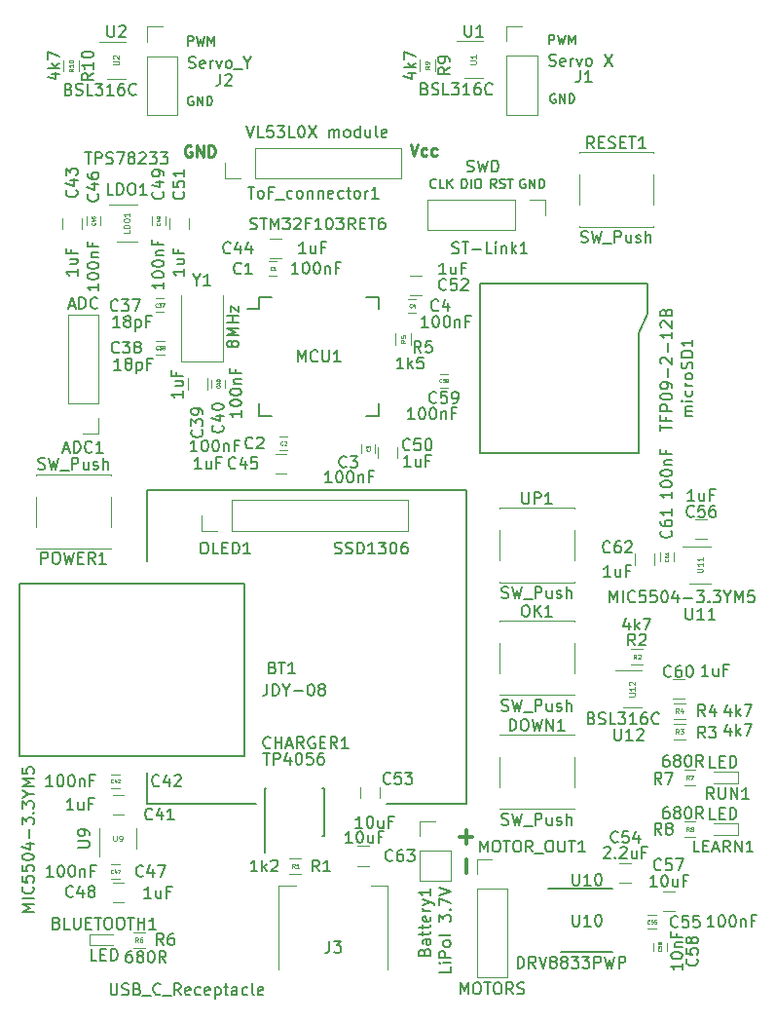
<source format=gbr>
G04 #@! TF.GenerationSoftware,KiCad,Pcbnew,(5.0.2)-1*
G04 #@! TF.CreationDate,2018-12-24T13:58:37+01:00*
G04 #@! TF.ProjectId,NeuralRobot,4e657572-616c-4526-9f62-6f742e6b6963,rev?*
G04 #@! TF.SameCoordinates,Original*
G04 #@! TF.FileFunction,Legend,Top*
G04 #@! TF.FilePolarity,Positive*
%FSLAX46Y46*%
G04 Gerber Fmt 4.6, Leading zero omitted, Abs format (unit mm)*
G04 Created by KiCad (PCBNEW (5.0.2)-1) date 24. 12. 2018 13:58:37*
%MOMM*%
%LPD*%
G01*
G04 APERTURE LIST*
%ADD10C,0.200000*%
%ADD11C,0.150000*%
%ADD12C,0.250000*%
%ADD13C,0.300000*%
%ADD14C,0.120000*%
%ADD15C,0.075000*%
%ADD16C,0.135000*%
%ADD17C,0.100000*%
G04 APERTURE END LIST*
D10*
X177400000Y-136700000D02*
X184400000Y-136700000D01*
X156600000Y-136700000D02*
X166100000Y-136700000D01*
X156600000Y-134000000D02*
X156600000Y-136700000D01*
X156600000Y-109400000D02*
X156600000Y-115600000D01*
D11*
X192090476Y-75000000D02*
X192014285Y-74961904D01*
X191900000Y-74961904D01*
X191785714Y-75000000D01*
X191709523Y-75076190D01*
X191671428Y-75152380D01*
X191633333Y-75304761D01*
X191633333Y-75419047D01*
X191671428Y-75571428D01*
X191709523Y-75647619D01*
X191785714Y-75723809D01*
X191900000Y-75761904D01*
X191976190Y-75761904D01*
X192090476Y-75723809D01*
X192128571Y-75685714D01*
X192128571Y-75419047D01*
X191976190Y-75419047D01*
X192471428Y-75761904D02*
X192471428Y-74961904D01*
X192928571Y-75761904D01*
X192928571Y-74961904D01*
X193309523Y-75761904D02*
X193309523Y-74961904D01*
X193500000Y-74961904D01*
X193614285Y-75000000D01*
X193690476Y-75076190D01*
X193728571Y-75152380D01*
X193766666Y-75304761D01*
X193766666Y-75419047D01*
X193728571Y-75571428D01*
X193690476Y-75647619D01*
X193614285Y-75723809D01*
X193500000Y-75761904D01*
X193309523Y-75761904D01*
X160590476Y-75200000D02*
X160514285Y-75161904D01*
X160400000Y-75161904D01*
X160285714Y-75200000D01*
X160209523Y-75276190D01*
X160171428Y-75352380D01*
X160133333Y-75504761D01*
X160133333Y-75619047D01*
X160171428Y-75771428D01*
X160209523Y-75847619D01*
X160285714Y-75923809D01*
X160400000Y-75961904D01*
X160476190Y-75961904D01*
X160590476Y-75923809D01*
X160628571Y-75885714D01*
X160628571Y-75619047D01*
X160476190Y-75619047D01*
X160971428Y-75961904D02*
X160971428Y-75161904D01*
X161428571Y-75961904D01*
X161428571Y-75161904D01*
X161809523Y-75961904D02*
X161809523Y-75161904D01*
X162000000Y-75161904D01*
X162114285Y-75200000D01*
X162190476Y-75276190D01*
X162228571Y-75352380D01*
X162266666Y-75504761D01*
X162266666Y-75619047D01*
X162228571Y-75771428D01*
X162190476Y-75847619D01*
X162114285Y-75923809D01*
X162000000Y-75961904D01*
X161809523Y-75961904D01*
X191576190Y-70661904D02*
X191576190Y-69861904D01*
X191880952Y-69861904D01*
X191957142Y-69900000D01*
X191995238Y-69938095D01*
X192033333Y-70014285D01*
X192033333Y-70128571D01*
X191995238Y-70204761D01*
X191957142Y-70242857D01*
X191880952Y-70280952D01*
X191576190Y-70280952D01*
X192300000Y-69861904D02*
X192490476Y-70661904D01*
X192642857Y-70090476D01*
X192795238Y-70661904D01*
X192985714Y-69861904D01*
X193290476Y-70661904D02*
X193290476Y-69861904D01*
X193557142Y-70433333D01*
X193823809Y-69861904D01*
X193823809Y-70661904D01*
X160176190Y-70761904D02*
X160176190Y-69961904D01*
X160480952Y-69961904D01*
X160557142Y-70000000D01*
X160595238Y-70038095D01*
X160633333Y-70114285D01*
X160633333Y-70228571D01*
X160595238Y-70304761D01*
X160557142Y-70342857D01*
X160480952Y-70380952D01*
X160176190Y-70380952D01*
X160900000Y-69961904D02*
X161090476Y-70761904D01*
X161242857Y-70190476D01*
X161395238Y-70761904D01*
X161585714Y-69961904D01*
X161890476Y-70761904D02*
X161890476Y-69961904D01*
X162157142Y-70533333D01*
X162423809Y-69961904D01*
X162423809Y-70761904D01*
X186961904Y-83161904D02*
X186695238Y-82780952D01*
X186504761Y-83161904D02*
X186504761Y-82361904D01*
X186809523Y-82361904D01*
X186885714Y-82400000D01*
X186923809Y-82438095D01*
X186961904Y-82514285D01*
X186961904Y-82628571D01*
X186923809Y-82704761D01*
X186885714Y-82742857D01*
X186809523Y-82780952D01*
X186504761Y-82780952D01*
X187266666Y-83123809D02*
X187380952Y-83161904D01*
X187571428Y-83161904D01*
X187647619Y-83123809D01*
X187685714Y-83085714D01*
X187723809Y-83009523D01*
X187723809Y-82933333D01*
X187685714Y-82857142D01*
X187647619Y-82819047D01*
X187571428Y-82780952D01*
X187419047Y-82742857D01*
X187342857Y-82704761D01*
X187304761Y-82666666D01*
X187266666Y-82590476D01*
X187266666Y-82514285D01*
X187304761Y-82438095D01*
X187342857Y-82400000D01*
X187419047Y-82361904D01*
X187609523Y-82361904D01*
X187723809Y-82400000D01*
X187952380Y-82361904D02*
X188409523Y-82361904D01*
X188180952Y-83161904D02*
X188180952Y-82361904D01*
X183980952Y-83161904D02*
X183980952Y-82361904D01*
X184171428Y-82361904D01*
X184285714Y-82400000D01*
X184361904Y-82476190D01*
X184400000Y-82552380D01*
X184438095Y-82704761D01*
X184438095Y-82819047D01*
X184400000Y-82971428D01*
X184361904Y-83047619D01*
X184285714Y-83123809D01*
X184171428Y-83161904D01*
X183980952Y-83161904D01*
X184780952Y-83161904D02*
X184780952Y-82361904D01*
X185314285Y-82361904D02*
X185466666Y-82361904D01*
X185542857Y-82400000D01*
X185619047Y-82476190D01*
X185657142Y-82628571D01*
X185657142Y-82895238D01*
X185619047Y-83047619D01*
X185542857Y-83123809D01*
X185466666Y-83161904D01*
X185314285Y-83161904D01*
X185238095Y-83123809D01*
X185161904Y-83047619D01*
X185123809Y-82895238D01*
X185123809Y-82628571D01*
X185161904Y-82476190D01*
X185238095Y-82400000D01*
X185314285Y-82361904D01*
X181723809Y-83085714D02*
X181685714Y-83123809D01*
X181571428Y-83161904D01*
X181495238Y-83161904D01*
X181380952Y-83123809D01*
X181304761Y-83047619D01*
X181266666Y-82971428D01*
X181228571Y-82819047D01*
X181228571Y-82704761D01*
X181266666Y-82552380D01*
X181304761Y-82476190D01*
X181380952Y-82400000D01*
X181495238Y-82361904D01*
X181571428Y-82361904D01*
X181685714Y-82400000D01*
X181723809Y-82438095D01*
X182447619Y-83161904D02*
X182066666Y-83161904D01*
X182066666Y-82361904D01*
X182714285Y-83161904D02*
X182714285Y-82361904D01*
X183171428Y-83161904D02*
X182828571Y-82704761D01*
X183171428Y-82361904D02*
X182714285Y-82819047D01*
X189490476Y-82400000D02*
X189414285Y-82361904D01*
X189300000Y-82361904D01*
X189185714Y-82400000D01*
X189109523Y-82476190D01*
X189071428Y-82552380D01*
X189033333Y-82704761D01*
X189033333Y-82819047D01*
X189071428Y-82971428D01*
X189109523Y-83047619D01*
X189185714Y-83123809D01*
X189300000Y-83161904D01*
X189376190Y-83161904D01*
X189490476Y-83123809D01*
X189528571Y-83085714D01*
X189528571Y-82819047D01*
X189376190Y-82819047D01*
X189871428Y-83161904D02*
X189871428Y-82361904D01*
X190328571Y-83161904D01*
X190328571Y-82361904D01*
X190709523Y-83161904D02*
X190709523Y-82361904D01*
X190900000Y-82361904D01*
X191014285Y-82400000D01*
X191090476Y-82476190D01*
X191128571Y-82552380D01*
X191166666Y-82704761D01*
X191166666Y-82819047D01*
X191128571Y-82971428D01*
X191090476Y-83047619D01*
X191014285Y-83123809D01*
X190900000Y-83161904D01*
X190709523Y-83161904D01*
D12*
X160438095Y-79500000D02*
X160342857Y-79452380D01*
X160200000Y-79452380D01*
X160057142Y-79500000D01*
X159961904Y-79595238D01*
X159914285Y-79690476D01*
X159866666Y-79880952D01*
X159866666Y-80023809D01*
X159914285Y-80214285D01*
X159961904Y-80309523D01*
X160057142Y-80404761D01*
X160200000Y-80452380D01*
X160295238Y-80452380D01*
X160438095Y-80404761D01*
X160485714Y-80357142D01*
X160485714Y-80023809D01*
X160295238Y-80023809D01*
X160914285Y-80452380D02*
X160914285Y-79452380D01*
X161485714Y-80452380D01*
X161485714Y-79452380D01*
X161961904Y-80452380D02*
X161961904Y-79452380D01*
X162200000Y-79452380D01*
X162342857Y-79500000D01*
X162438095Y-79595238D01*
X162485714Y-79690476D01*
X162533333Y-79880952D01*
X162533333Y-80023809D01*
X162485714Y-80214285D01*
X162438095Y-80309523D01*
X162342857Y-80404761D01*
X162200000Y-80452380D01*
X161961904Y-80452380D01*
X179509523Y-79352380D02*
X179842857Y-80352380D01*
X180176190Y-79352380D01*
X180938095Y-80304761D02*
X180842857Y-80352380D01*
X180652380Y-80352380D01*
X180557142Y-80304761D01*
X180509523Y-80257142D01*
X180461904Y-80161904D01*
X180461904Y-79876190D01*
X180509523Y-79780952D01*
X180557142Y-79733333D01*
X180652380Y-79685714D01*
X180842857Y-79685714D01*
X180938095Y-79733333D01*
X181795238Y-80304761D02*
X181700000Y-80352380D01*
X181509523Y-80352380D01*
X181414285Y-80304761D01*
X181366666Y-80257142D01*
X181319047Y-80161904D01*
X181319047Y-79876190D01*
X181366666Y-79780952D01*
X181414285Y-79733333D01*
X181509523Y-79685714D01*
X181700000Y-79685714D01*
X181795238Y-79733333D01*
D10*
X184400000Y-109400000D02*
X184400000Y-136700000D01*
X156600000Y-109400000D02*
X184400000Y-109400000D01*
D13*
X184342857Y-141528571D02*
X184342857Y-142671428D01*
X184342857Y-138978571D02*
X184342857Y-140121428D01*
X183771428Y-139550000D02*
X184914285Y-139550000D01*
D11*
G04 #@! TO.C,microSD1*
X200100000Y-94100000D02*
X200100000Y-91500000D01*
X199400000Y-95800000D02*
X200100000Y-94100000D01*
X199400000Y-97700000D02*
X199400000Y-95800000D01*
X199400000Y-106200000D02*
X199400000Y-97700000D01*
X185600000Y-106200000D02*
X199400000Y-106200000D01*
X185600000Y-106200000D02*
X185600000Y-91500000D01*
X185600000Y-91500000D02*
X200100000Y-91500000D01*
D14*
G04 #@! TO.C,ADC1*
X152380000Y-104480000D02*
X151050000Y-104480000D01*
X152380000Y-103150000D02*
X152380000Y-104480000D01*
X149720000Y-101880000D02*
X152380000Y-101880000D01*
X149720000Y-94200000D02*
X149720000Y-101880000D01*
X152380000Y-94200000D02*
X149720000Y-94200000D01*
X152380000Y-101880000D02*
X152380000Y-94200000D01*
G04 #@! TO.C,Battery1*
X180320000Y-138170000D02*
X181650000Y-138170000D01*
X180320000Y-139500000D02*
X180320000Y-138170000D01*
X182980000Y-140770000D02*
X180320000Y-140770000D01*
X182980000Y-143370000D02*
X182980000Y-140770000D01*
X180320000Y-143370000D02*
X182980000Y-143370000D01*
X180320000Y-140770000D02*
X180320000Y-143370000D01*
G04 #@! TO.C,BLUETOOTH1*
X151575001Y-147975001D02*
X151575001Y-148975001D01*
X151575001Y-148975001D02*
X153675001Y-148975001D01*
X151575001Y-147975001D02*
X153675001Y-147975001D01*
D11*
G04 #@! TO.C,BT1*
X165100000Y-132500000D02*
X145500000Y-132500000D01*
X145500000Y-132500000D02*
X145500000Y-117560000D01*
X145500000Y-117560000D02*
X165100000Y-117560000D01*
X165100000Y-117560000D02*
X165100000Y-132500000D01*
D14*
G04 #@! TO.C,C1*
X167900000Y-90750000D02*
X167200000Y-90750000D01*
X167200000Y-89550000D02*
X167900000Y-89550000D01*
G04 #@! TO.C,C2*
X168100000Y-104750000D02*
X168800000Y-104750000D01*
X168800000Y-105950000D02*
X168100000Y-105950000D01*
G04 #@! TO.C,C3*
X176450000Y-105450000D02*
X176450000Y-106150000D01*
X175250000Y-106150000D02*
X175250000Y-105450000D01*
G04 #@! TO.C,C4*
X180000000Y-94000000D02*
X179300000Y-94000000D01*
X179300000Y-92800000D02*
X180000000Y-92800000D01*
G04 #@! TO.C,C37*
X158050000Y-93950000D02*
X157350000Y-93950000D01*
X157350000Y-92750000D02*
X158050000Y-92750000D01*
G04 #@! TO.C,C38*
X157400000Y-96450000D02*
X158100000Y-96450000D01*
X158100000Y-97650000D02*
X157400000Y-97650000D01*
G04 #@! TO.C,C39*
X161850000Y-100700000D02*
X161850000Y-99700000D01*
X160150000Y-99700000D02*
X160150000Y-100700000D01*
G04 #@! TO.C,C40*
X162200000Y-100500000D02*
X162200000Y-99800000D01*
X163400000Y-99800000D02*
X163400000Y-100500000D01*
G04 #@! TO.C,C41*
X154600000Y-135900000D02*
X153600000Y-135900000D01*
X153600000Y-137600000D02*
X154600000Y-137600000D01*
G04 #@! TO.C,C42*
X154200000Y-135300000D02*
X153500000Y-135300000D01*
X153500000Y-134100000D02*
X154200000Y-134100000D01*
G04 #@! TO.C,C43*
X150950000Y-86750000D02*
X150950000Y-85750000D01*
X149250000Y-85750000D02*
X149250000Y-86750000D01*
G04 #@! TO.C,C44*
X167300000Y-89250000D02*
X168300000Y-89250000D01*
X168300000Y-87550000D02*
X167300000Y-87550000D01*
G04 #@! TO.C,C45*
X167750000Y-107950000D02*
X168750000Y-107950000D01*
X168750000Y-106250000D02*
X167750000Y-106250000D01*
G04 #@! TO.C,C46*
X152550000Y-85650000D02*
X152550000Y-86350000D01*
X151350000Y-86350000D02*
X151350000Y-85650000D01*
G04 #@! TO.C,C47*
X153500000Y-141950000D02*
X154200000Y-141950000D01*
X154200000Y-143150000D02*
X153500000Y-143150000D01*
G04 #@! TO.C,C48*
X154600000Y-143500000D02*
X153600000Y-143500000D01*
X153600000Y-145200000D02*
X154600000Y-145200000D01*
G04 #@! TO.C,C49*
X157000000Y-86350000D02*
X157000000Y-85650000D01*
X158200000Y-85650000D02*
X158200000Y-86350000D01*
G04 #@! TO.C,C50*
X176700000Y-105650000D02*
X176700000Y-106650000D01*
X178400000Y-106650000D02*
X178400000Y-105650000D01*
G04 #@! TO.C,C51*
X158550000Y-85750000D02*
X158550000Y-86750000D01*
X160250000Y-86750000D02*
X160250000Y-85750000D01*
G04 #@! TO.C,C52*
X180500000Y-90750000D02*
X179500000Y-90750000D01*
X179500000Y-92450000D02*
X180500000Y-92450000D01*
G04 #@! TO.C,C53*
X175150000Y-135200000D02*
X175150000Y-136200000D01*
X176850000Y-136200000D02*
X176850000Y-135200000D01*
G04 #@! TO.C,C54*
X198700000Y-141850000D02*
X197700000Y-141850000D01*
X197700000Y-143550000D02*
X198700000Y-143550000D01*
G04 #@! TO.C,C55*
X200150000Y-146350000D02*
X200850000Y-146350000D01*
X200850000Y-147550000D02*
X200150000Y-147550000D01*
G04 #@! TO.C,C56*
X204300000Y-113650000D02*
X205300000Y-113650000D01*
X205300000Y-111950000D02*
X204300000Y-111950000D01*
G04 #@! TO.C,C57*
X201500000Y-146000000D02*
X202500000Y-146000000D01*
X202500000Y-144300000D02*
X201500000Y-144300000D01*
G04 #@! TO.C,C58*
X200600000Y-149450000D02*
X200600000Y-148750000D01*
X201800000Y-148750000D02*
X201800000Y-149450000D01*
G04 #@! TO.C,C59*
X182750000Y-100500000D02*
X182050000Y-100500000D01*
X182050000Y-99300000D02*
X182750000Y-99300000D01*
G04 #@! TO.C,C60*
X203300000Y-125850000D02*
X202300000Y-125850000D01*
X202300000Y-127550000D02*
X203300000Y-127550000D01*
G04 #@! TO.C,C61*
X201200000Y-115550000D02*
X201200000Y-114850000D01*
X202400000Y-114850000D02*
X202400000Y-115550000D01*
G04 #@! TO.C,C62*
X200750000Y-115900000D02*
X200750000Y-114900000D01*
X199050000Y-114900000D02*
X199050000Y-115900000D01*
G04 #@! TO.C,C63*
X174900000Y-142050000D02*
X175900000Y-142050000D01*
X175900000Y-140350000D02*
X174900000Y-140350000D01*
D11*
G04 #@! TO.C,CHARGER1*
X166875000Y-139475000D02*
X166875000Y-140875000D01*
X171975000Y-139475000D02*
X171975000Y-135325000D01*
X166825000Y-139475000D02*
X166825000Y-135325000D01*
X171975000Y-139475000D02*
X171830000Y-139475000D01*
X171975000Y-135325000D02*
X171830000Y-135325000D01*
X166825000Y-135325000D02*
X166970000Y-135325000D01*
X166825000Y-139475000D02*
X166875000Y-139475000D01*
D14*
G04 #@! TO.C,DOWN1*
X187270000Y-137130000D02*
X193730000Y-137130000D01*
X187270000Y-132600000D02*
X187270000Y-135200000D01*
X187270000Y-130670000D02*
X193730000Y-130670000D01*
X193730000Y-132600000D02*
X193730000Y-135200000D01*
X187270000Y-130700000D02*
X187270000Y-130670000D01*
X187270000Y-137130000D02*
X187270000Y-137100000D01*
X193730000Y-137130000D02*
X193730000Y-137100000D01*
X193730000Y-130670000D02*
X193730000Y-130700000D01*
G04 #@! TO.C,J1*
X187870000Y-71670000D02*
X187870000Y-76810000D01*
X187870000Y-76810000D02*
X190530000Y-76810000D01*
X190530000Y-76810000D02*
X190530000Y-71670000D01*
X190530000Y-71670000D02*
X187870000Y-71670000D01*
X187870000Y-70400000D02*
X187870000Y-69070000D01*
X187870000Y-69070000D02*
X189200000Y-69070000D01*
G04 #@! TO.C,J2*
X156590622Y-69109797D02*
X157920622Y-69109797D01*
X156590622Y-70439797D02*
X156590622Y-69109797D01*
X159250622Y-71709797D02*
X156590622Y-71709797D01*
X159250622Y-76849797D02*
X159250622Y-71709797D01*
X156590622Y-76849797D02*
X159250622Y-76849797D01*
X156590622Y-71709797D02*
X156590622Y-76849797D01*
G04 #@! TO.C,J3*
X168050000Y-143780000D02*
X169550000Y-143780000D01*
X168050000Y-143780000D02*
X168050000Y-151040000D01*
X177550000Y-143780000D02*
X177550000Y-151040000D01*
X176050000Y-143780000D02*
X177550000Y-143780000D01*
G04 #@! TO.C,LDO1*
X155750000Y-84590000D02*
X153300000Y-84590000D01*
X153950000Y-87810000D02*
X155750000Y-87810000D01*
G04 #@! TO.C,LEARN1*
X208000000Y-139400000D02*
X205900000Y-139400000D01*
X208000000Y-138400000D02*
X205900000Y-138400000D01*
X208000000Y-139400000D02*
X208000000Y-138400000D01*
D11*
G04 #@! TO.C,MCU1*
X166375000Y-93625000D02*
X165350000Y-93625000D01*
X176725000Y-92625000D02*
X175650000Y-92625000D01*
X176725000Y-102975000D02*
X175650000Y-102975000D01*
X166375000Y-102975000D02*
X167450000Y-102975000D01*
X166375000Y-92625000D02*
X167450000Y-92625000D01*
X166375000Y-102975000D02*
X166375000Y-101900000D01*
X176725000Y-102975000D02*
X176725000Y-101900000D01*
X176725000Y-92625000D02*
X176725000Y-93700000D01*
X166375000Y-92625000D02*
X166375000Y-93625000D01*
D14*
G04 #@! TO.C,MOTOR_OUT1*
X185270000Y-141470000D02*
X186600000Y-141470000D01*
X185270000Y-142800000D02*
X185270000Y-141470000D01*
X187930000Y-144070000D02*
X185270000Y-144070000D01*
X187930000Y-151750000D02*
X187930000Y-144070000D01*
X185270000Y-151750000D02*
X187930000Y-151750000D01*
X185270000Y-144070000D02*
X185270000Y-151750000D01*
G04 #@! TO.C,OK1*
X187270000Y-127230000D02*
X193730000Y-127230000D01*
X187270000Y-122700000D02*
X187270000Y-125300000D01*
X187270000Y-120770000D02*
X193730000Y-120770000D01*
X193730000Y-122700000D02*
X193730000Y-125300000D01*
X187270000Y-120800000D02*
X187270000Y-120770000D01*
X187270000Y-127230000D02*
X187270000Y-127200000D01*
X193730000Y-127230000D02*
X193730000Y-127200000D01*
X193730000Y-120770000D02*
X193730000Y-120800000D01*
G04 #@! TO.C,OLED1*
X161370000Y-112930000D02*
X161370000Y-111600000D01*
X162700000Y-112930000D02*
X161370000Y-112930000D01*
X163970000Y-110270000D02*
X163970000Y-112930000D01*
X179270000Y-110270000D02*
X163970000Y-110270000D01*
X179270000Y-112930000D02*
X179270000Y-110270000D01*
X163970000Y-112930000D02*
X179270000Y-112930000D01*
G04 #@! TO.C,POWER1*
X146970000Y-114530000D02*
X146970000Y-114500000D01*
X146970000Y-108070000D02*
X146970000Y-108100000D01*
X153430000Y-108070000D02*
X153430000Y-108100000D01*
X153430000Y-114500000D02*
X153430000Y-114530000D01*
X146970000Y-112600000D02*
X146970000Y-110000000D01*
X153430000Y-114530000D02*
X146970000Y-114530000D01*
X153430000Y-112600000D02*
X153430000Y-110000000D01*
X153430000Y-108070000D02*
X146970000Y-108070000D01*
G04 #@! TO.C,R1*
X169000000Y-141420000D02*
X170000000Y-141420000D01*
X170000000Y-142780000D02*
X169000000Y-142780000D01*
G04 #@! TO.C,R2*
X199700000Y-124580000D02*
X198700000Y-124580000D01*
X198700000Y-123220000D02*
X199700000Y-123220000D01*
G04 #@! TO.C,R3*
X202400000Y-129720000D02*
X203400000Y-129720000D01*
X203400000Y-131080000D02*
X202400000Y-131080000D01*
G04 #@! TO.C,R4*
X202400000Y-127920000D02*
X203400000Y-127920000D01*
X203400000Y-129280000D02*
X202400000Y-129280000D01*
G04 #@! TO.C,R5*
X179580000Y-95800000D02*
X179580000Y-96800000D01*
X178220000Y-96800000D02*
X178220000Y-95800000D01*
G04 #@! TO.C,R6*
X156400000Y-149180000D02*
X155400000Y-149180000D01*
X155400000Y-147820000D02*
X156400000Y-147820000D01*
G04 #@! TO.C,R7*
X204300000Y-135080000D02*
X203300000Y-135080000D01*
X203300000Y-133720000D02*
X204300000Y-133720000D01*
G04 #@! TO.C,R8*
X203300000Y-138220000D02*
X204300000Y-138220000D01*
X204300000Y-139580000D02*
X203300000Y-139580000D01*
G04 #@! TO.C,R9*
X181680000Y-72000000D02*
X181680000Y-73000000D01*
X180320000Y-73000000D02*
X180320000Y-72000000D01*
G04 #@! TO.C,R10*
X149340622Y-73039797D02*
X149340622Y-72039797D01*
X150700622Y-72039797D02*
X150700622Y-73039797D01*
G04 #@! TO.C,RESET1*
X194170000Y-86530000D02*
X200630000Y-86530000D01*
X194170000Y-82000000D02*
X194170000Y-84600000D01*
X194170000Y-80070000D02*
X200630000Y-80070000D01*
X200630000Y-82000000D02*
X200630000Y-84600000D01*
X194170000Y-80100000D02*
X194170000Y-80070000D01*
X194170000Y-86530000D02*
X194170000Y-86500000D01*
X200630000Y-86530000D02*
X200630000Y-86500000D01*
X200630000Y-80070000D02*
X200630000Y-80100000D01*
G04 #@! TO.C,RUN1*
X208000000Y-134900000D02*
X205900000Y-134900000D01*
X208000000Y-133900000D02*
X205900000Y-133900000D01*
X208000000Y-134900000D02*
X208000000Y-133900000D01*
G04 #@! TO.C,ST-Link1*
X188630000Y-84170000D02*
X180950000Y-84170000D01*
X180950000Y-84170000D02*
X180950000Y-86830000D01*
X180950000Y-86830000D02*
X188630000Y-86830000D01*
X188630000Y-86830000D02*
X188630000Y-84170000D01*
X189900000Y-84170000D02*
X191230000Y-84170000D01*
X191230000Y-84170000D02*
X191230000Y-85500000D01*
G04 #@! TO.C,ToF_connector1*
X163370000Y-82330000D02*
X163370000Y-81000000D01*
X164700000Y-82330000D02*
X163370000Y-82330000D01*
X165970000Y-79670000D02*
X165970000Y-82330000D01*
X178730000Y-79670000D02*
X165970000Y-79670000D01*
X178730000Y-82330000D02*
X178730000Y-79670000D01*
X165970000Y-82330000D02*
X178730000Y-82330000D01*
G04 #@! TO.C,U1*
X185800000Y-70400000D02*
X183500000Y-70400000D01*
X184200000Y-73600000D02*
X185800000Y-73600000D01*
G04 #@! TO.C,U2*
X154720622Y-70439797D02*
X152420622Y-70439797D01*
X153120622Y-73639797D02*
X154720622Y-73639797D01*
G04 #@! TO.C,U9*
X155660000Y-140600000D02*
X155660000Y-138800000D01*
X152440000Y-138800000D02*
X152440000Y-141250000D01*
D11*
G04 #@! TO.C,U10*
X191475000Y-144025000D02*
X197100000Y-144025000D01*
X192600000Y-149575000D02*
X197100000Y-149575000D01*
D14*
G04 #@! TO.C,U11*
X205600000Y-114290000D02*
X203150000Y-114290000D01*
X203800000Y-117510000D02*
X205600000Y-117510000D01*
G04 #@! TO.C,U12*
X198000000Y-128300000D02*
X199600000Y-128300000D01*
X199600000Y-125100000D02*
X197300000Y-125100000D01*
G04 #@! TO.C,UP1*
X193730000Y-110970000D02*
X193730000Y-111000000D01*
X193730000Y-117430000D02*
X193730000Y-117400000D01*
X187270000Y-117430000D02*
X187270000Y-117400000D01*
X187270000Y-111000000D02*
X187270000Y-110970000D01*
X193730000Y-112900000D02*
X193730000Y-115500000D01*
X187270000Y-110970000D02*
X193730000Y-110970000D01*
X187270000Y-112900000D02*
X187270000Y-115500000D01*
X187270000Y-117430000D02*
X193730000Y-117430000D01*
G04 #@! TO.C,Y1*
X163200000Y-98250000D02*
X163200000Y-92500000D01*
X159600000Y-98250000D02*
X163200000Y-98250000D01*
X159600000Y-92500000D02*
X159600000Y-98250000D01*
G04 #@! TO.C,microSD1*
D11*
X204052380Y-103009523D02*
X203385714Y-103009523D01*
X203480952Y-103009523D02*
X203433333Y-102961904D01*
X203385714Y-102866666D01*
X203385714Y-102723809D01*
X203433333Y-102628571D01*
X203528571Y-102580952D01*
X204052380Y-102580952D01*
X203528571Y-102580952D02*
X203433333Y-102533333D01*
X203385714Y-102438095D01*
X203385714Y-102295238D01*
X203433333Y-102200000D01*
X203528571Y-102152380D01*
X204052380Y-102152380D01*
X204052380Y-101676190D02*
X203385714Y-101676190D01*
X203052380Y-101676190D02*
X203100000Y-101723809D01*
X203147619Y-101676190D01*
X203100000Y-101628571D01*
X203052380Y-101676190D01*
X203147619Y-101676190D01*
X204004761Y-100771428D02*
X204052380Y-100866666D01*
X204052380Y-101057142D01*
X204004761Y-101152380D01*
X203957142Y-101200000D01*
X203861904Y-101247619D01*
X203576190Y-101247619D01*
X203480952Y-101200000D01*
X203433333Y-101152380D01*
X203385714Y-101057142D01*
X203385714Y-100866666D01*
X203433333Y-100771428D01*
X204052380Y-100342857D02*
X203385714Y-100342857D01*
X203576190Y-100342857D02*
X203480952Y-100295238D01*
X203433333Y-100247619D01*
X203385714Y-100152380D01*
X203385714Y-100057142D01*
X204052380Y-99580952D02*
X204004761Y-99676190D01*
X203957142Y-99723809D01*
X203861904Y-99771428D01*
X203576190Y-99771428D01*
X203480952Y-99723809D01*
X203433333Y-99676190D01*
X203385714Y-99580952D01*
X203385714Y-99438095D01*
X203433333Y-99342857D01*
X203480952Y-99295238D01*
X203576190Y-99247619D01*
X203861904Y-99247619D01*
X203957142Y-99295238D01*
X204004761Y-99342857D01*
X204052380Y-99438095D01*
X204052380Y-99580952D01*
X204004761Y-98866666D02*
X204052380Y-98723809D01*
X204052380Y-98485714D01*
X204004761Y-98390476D01*
X203957142Y-98342857D01*
X203861904Y-98295238D01*
X203766666Y-98295238D01*
X203671428Y-98342857D01*
X203623809Y-98390476D01*
X203576190Y-98485714D01*
X203528571Y-98676190D01*
X203480952Y-98771428D01*
X203433333Y-98819047D01*
X203338095Y-98866666D01*
X203242857Y-98866666D01*
X203147619Y-98819047D01*
X203100000Y-98771428D01*
X203052380Y-98676190D01*
X203052380Y-98438095D01*
X203100000Y-98295238D01*
X204052380Y-97866666D02*
X203052380Y-97866666D01*
X203052380Y-97628571D01*
X203100000Y-97485714D01*
X203195238Y-97390476D01*
X203290476Y-97342857D01*
X203480952Y-97295238D01*
X203623809Y-97295238D01*
X203814285Y-97342857D01*
X203909523Y-97390476D01*
X204004761Y-97485714D01*
X204052380Y-97628571D01*
X204052380Y-97866666D01*
X204052380Y-96342857D02*
X204052380Y-96914285D01*
X204052380Y-96628571D02*
X203052380Y-96628571D01*
X203195238Y-96723809D01*
X203290476Y-96819047D01*
X203338095Y-96914285D01*
X201252380Y-104283333D02*
X201252380Y-103711904D01*
X202252380Y-103997619D02*
X201252380Y-103997619D01*
X201728571Y-103045238D02*
X201728571Y-103378571D01*
X202252380Y-103378571D02*
X201252380Y-103378571D01*
X201252380Y-102902380D01*
X202252380Y-102521428D02*
X201252380Y-102521428D01*
X201252380Y-102140476D01*
X201300000Y-102045238D01*
X201347619Y-101997619D01*
X201442857Y-101950000D01*
X201585714Y-101950000D01*
X201680952Y-101997619D01*
X201728571Y-102045238D01*
X201776190Y-102140476D01*
X201776190Y-102521428D01*
X201252380Y-101330952D02*
X201252380Y-101235714D01*
X201300000Y-101140476D01*
X201347619Y-101092857D01*
X201442857Y-101045238D01*
X201633333Y-100997619D01*
X201871428Y-100997619D01*
X202061904Y-101045238D01*
X202157142Y-101092857D01*
X202204761Y-101140476D01*
X202252380Y-101235714D01*
X202252380Y-101330952D01*
X202204761Y-101426190D01*
X202157142Y-101473809D01*
X202061904Y-101521428D01*
X201871428Y-101569047D01*
X201633333Y-101569047D01*
X201442857Y-101521428D01*
X201347619Y-101473809D01*
X201300000Y-101426190D01*
X201252380Y-101330952D01*
X202252380Y-100521428D02*
X202252380Y-100330952D01*
X202204761Y-100235714D01*
X202157142Y-100188095D01*
X202014285Y-100092857D01*
X201823809Y-100045238D01*
X201442857Y-100045238D01*
X201347619Y-100092857D01*
X201300000Y-100140476D01*
X201252380Y-100235714D01*
X201252380Y-100426190D01*
X201300000Y-100521428D01*
X201347619Y-100569047D01*
X201442857Y-100616666D01*
X201680952Y-100616666D01*
X201776190Y-100569047D01*
X201823809Y-100521428D01*
X201871428Y-100426190D01*
X201871428Y-100235714D01*
X201823809Y-100140476D01*
X201776190Y-100092857D01*
X201680952Y-100045238D01*
X201871428Y-99616666D02*
X201871428Y-98854761D01*
X201347619Y-98426190D02*
X201300000Y-98378571D01*
X201252380Y-98283333D01*
X201252380Y-98045238D01*
X201300000Y-97950000D01*
X201347619Y-97902380D01*
X201442857Y-97854761D01*
X201538095Y-97854761D01*
X201680952Y-97902380D01*
X202252380Y-98473809D01*
X202252380Y-97854761D01*
X201871428Y-97426190D02*
X201871428Y-96664285D01*
X202252380Y-95664285D02*
X202252380Y-96235714D01*
X202252380Y-95950000D02*
X201252380Y-95950000D01*
X201395238Y-96045238D01*
X201490476Y-96140476D01*
X201538095Y-96235714D01*
X201347619Y-95283333D02*
X201300000Y-95235714D01*
X201252380Y-95140476D01*
X201252380Y-94902380D01*
X201300000Y-94807142D01*
X201347619Y-94759523D01*
X201442857Y-94711904D01*
X201538095Y-94711904D01*
X201680952Y-94759523D01*
X202252380Y-95330952D01*
X202252380Y-94711904D01*
X201728571Y-93950000D02*
X201776190Y-93807142D01*
X201823809Y-93759523D01*
X201919047Y-93711904D01*
X202061904Y-93711904D01*
X202157142Y-93759523D01*
X202204761Y-93807142D01*
X202252380Y-93902380D01*
X202252380Y-94283333D01*
X201252380Y-94283333D01*
X201252380Y-93950000D01*
X201300000Y-93854761D01*
X201347619Y-93807142D01*
X201442857Y-93759523D01*
X201538095Y-93759523D01*
X201633333Y-93807142D01*
X201680952Y-93854761D01*
X201728571Y-93950000D01*
X201728571Y-94283333D01*
G04 #@! TO.C,ADC1*
X149335714Y-105866666D02*
X149811904Y-105866666D01*
X149240476Y-106152380D02*
X149573809Y-105152380D01*
X149907142Y-106152380D01*
X150240476Y-106152380D02*
X150240476Y-105152380D01*
X150478571Y-105152380D01*
X150621428Y-105200000D01*
X150716666Y-105295238D01*
X150764285Y-105390476D01*
X150811904Y-105580952D01*
X150811904Y-105723809D01*
X150764285Y-105914285D01*
X150716666Y-106009523D01*
X150621428Y-106104761D01*
X150478571Y-106152380D01*
X150240476Y-106152380D01*
X151811904Y-106057142D02*
X151764285Y-106104761D01*
X151621428Y-106152380D01*
X151526190Y-106152380D01*
X151383333Y-106104761D01*
X151288095Y-106009523D01*
X151240476Y-105914285D01*
X151192857Y-105723809D01*
X151192857Y-105580952D01*
X151240476Y-105390476D01*
X151288095Y-105295238D01*
X151383333Y-105200000D01*
X151526190Y-105152380D01*
X151621428Y-105152380D01*
X151764285Y-105200000D01*
X151811904Y-105247619D01*
X152764285Y-106152380D02*
X152192857Y-106152380D01*
X152478571Y-106152380D02*
X152478571Y-105152380D01*
X152383333Y-105295238D01*
X152288095Y-105390476D01*
X152192857Y-105438095D01*
X149811904Y-93366666D02*
X150288095Y-93366666D01*
X149716666Y-93652380D02*
X150050000Y-92652380D01*
X150383333Y-93652380D01*
X150716666Y-93652380D02*
X150716666Y-92652380D01*
X150954761Y-92652380D01*
X151097619Y-92700000D01*
X151192857Y-92795238D01*
X151240476Y-92890476D01*
X151288095Y-93080952D01*
X151288095Y-93223809D01*
X151240476Y-93414285D01*
X151192857Y-93509523D01*
X151097619Y-93604761D01*
X150954761Y-93652380D01*
X150716666Y-93652380D01*
X152288095Y-93557142D02*
X152240476Y-93604761D01*
X152097619Y-93652380D01*
X152002380Y-93652380D01*
X151859523Y-93604761D01*
X151764285Y-93509523D01*
X151716666Y-93414285D01*
X151669047Y-93223809D01*
X151669047Y-93080952D01*
X151716666Y-92890476D01*
X151764285Y-92795238D01*
X151859523Y-92700000D01*
X152002380Y-92652380D01*
X152097619Y-92652380D01*
X152240476Y-92700000D01*
X152288095Y-92747619D01*
X149335714Y-105866666D02*
X149811904Y-105866666D01*
X149240476Y-106152380D02*
X149573809Y-105152380D01*
X149907142Y-106152380D01*
X150240476Y-106152380D02*
X150240476Y-105152380D01*
X150478571Y-105152380D01*
X150621428Y-105200000D01*
X150716666Y-105295238D01*
X150764285Y-105390476D01*
X150811904Y-105580952D01*
X150811904Y-105723809D01*
X150764285Y-105914285D01*
X150716666Y-106009523D01*
X150621428Y-106104761D01*
X150478571Y-106152380D01*
X150240476Y-106152380D01*
X151811904Y-106057142D02*
X151764285Y-106104761D01*
X151621428Y-106152380D01*
X151526190Y-106152380D01*
X151383333Y-106104761D01*
X151288095Y-106009523D01*
X151240476Y-105914285D01*
X151192857Y-105723809D01*
X151192857Y-105580952D01*
X151240476Y-105390476D01*
X151288095Y-105295238D01*
X151383333Y-105200000D01*
X151526190Y-105152380D01*
X151621428Y-105152380D01*
X151764285Y-105200000D01*
X151811904Y-105247619D01*
X152764285Y-106152380D02*
X152192857Y-106152380D01*
X152478571Y-106152380D02*
X152478571Y-105152380D01*
X152383333Y-105295238D01*
X152288095Y-105390476D01*
X152192857Y-105438095D01*
G04 #@! TO.C,Battery1*
X180728571Y-149547619D02*
X180776190Y-149404761D01*
X180823809Y-149357142D01*
X180919047Y-149309523D01*
X181061904Y-149309523D01*
X181157142Y-149357142D01*
X181204761Y-149404761D01*
X181252380Y-149500000D01*
X181252380Y-149880952D01*
X180252380Y-149880952D01*
X180252380Y-149547619D01*
X180300000Y-149452380D01*
X180347619Y-149404761D01*
X180442857Y-149357142D01*
X180538095Y-149357142D01*
X180633333Y-149404761D01*
X180680952Y-149452380D01*
X180728571Y-149547619D01*
X180728571Y-149880952D01*
X181252380Y-148452380D02*
X180728571Y-148452380D01*
X180633333Y-148500000D01*
X180585714Y-148595238D01*
X180585714Y-148785714D01*
X180633333Y-148880952D01*
X181204761Y-148452380D02*
X181252380Y-148547619D01*
X181252380Y-148785714D01*
X181204761Y-148880952D01*
X181109523Y-148928571D01*
X181014285Y-148928571D01*
X180919047Y-148880952D01*
X180871428Y-148785714D01*
X180871428Y-148547619D01*
X180823809Y-148452380D01*
X180585714Y-148119047D02*
X180585714Y-147738095D01*
X180252380Y-147976190D02*
X181109523Y-147976190D01*
X181204761Y-147928571D01*
X181252380Y-147833333D01*
X181252380Y-147738095D01*
X180585714Y-147547619D02*
X180585714Y-147166666D01*
X180252380Y-147404761D02*
X181109523Y-147404761D01*
X181204761Y-147357142D01*
X181252380Y-147261904D01*
X181252380Y-147166666D01*
X181204761Y-146452380D02*
X181252380Y-146547619D01*
X181252380Y-146738095D01*
X181204761Y-146833333D01*
X181109523Y-146880952D01*
X180728571Y-146880952D01*
X180633333Y-146833333D01*
X180585714Y-146738095D01*
X180585714Y-146547619D01*
X180633333Y-146452380D01*
X180728571Y-146404761D01*
X180823809Y-146404761D01*
X180919047Y-146880952D01*
X181252380Y-145976190D02*
X180585714Y-145976190D01*
X180776190Y-145976190D02*
X180680952Y-145928571D01*
X180633333Y-145880952D01*
X180585714Y-145785714D01*
X180585714Y-145690476D01*
X180585714Y-145452380D02*
X181252380Y-145214285D01*
X180585714Y-144976190D02*
X181252380Y-145214285D01*
X181490476Y-145309523D01*
X181538095Y-145357142D01*
X181585714Y-145452380D01*
X181252380Y-144071428D02*
X181252380Y-144642857D01*
X181252380Y-144357142D02*
X180252380Y-144357142D01*
X180395238Y-144452380D01*
X180490476Y-144547619D01*
X180538095Y-144642857D01*
X183002380Y-150842857D02*
X183002380Y-151319047D01*
X182002380Y-151319047D01*
X183002380Y-150509523D02*
X182335714Y-150509523D01*
X182002380Y-150509523D02*
X182050000Y-150557142D01*
X182097619Y-150509523D01*
X182050000Y-150461904D01*
X182002380Y-150509523D01*
X182097619Y-150509523D01*
X183002380Y-150033333D02*
X182002380Y-150033333D01*
X182002380Y-149652380D01*
X182050000Y-149557142D01*
X182097619Y-149509523D01*
X182192857Y-149461904D01*
X182335714Y-149461904D01*
X182430952Y-149509523D01*
X182478571Y-149557142D01*
X182526190Y-149652380D01*
X182526190Y-150033333D01*
X183002380Y-148890476D02*
X182954761Y-148985714D01*
X182907142Y-149033333D01*
X182811904Y-149080952D01*
X182526190Y-149080952D01*
X182430952Y-149033333D01*
X182383333Y-148985714D01*
X182335714Y-148890476D01*
X182335714Y-148747619D01*
X182383333Y-148652380D01*
X182430952Y-148604761D01*
X182526190Y-148557142D01*
X182811904Y-148557142D01*
X182907142Y-148604761D01*
X182954761Y-148652380D01*
X183002380Y-148747619D01*
X183002380Y-148890476D01*
X183002380Y-147985714D02*
X182954761Y-148080952D01*
X182859523Y-148128571D01*
X182002380Y-148128571D01*
X182002380Y-146938095D02*
X182002380Y-146319047D01*
X182383333Y-146652380D01*
X182383333Y-146509523D01*
X182430952Y-146414285D01*
X182478571Y-146366666D01*
X182573809Y-146319047D01*
X182811904Y-146319047D01*
X182907142Y-146366666D01*
X182954761Y-146414285D01*
X183002380Y-146509523D01*
X183002380Y-146795238D01*
X182954761Y-146890476D01*
X182907142Y-146938095D01*
X182907142Y-145890476D02*
X182954761Y-145842857D01*
X183002380Y-145890476D01*
X182954761Y-145938095D01*
X182907142Y-145890476D01*
X183002380Y-145890476D01*
X182002380Y-145509523D02*
X182002380Y-144842857D01*
X183002380Y-145271428D01*
X182002380Y-144604761D02*
X183002380Y-144271428D01*
X182002380Y-143938095D01*
X180728571Y-149547619D02*
X180776190Y-149404761D01*
X180823809Y-149357142D01*
X180919047Y-149309523D01*
X181061904Y-149309523D01*
X181157142Y-149357142D01*
X181204761Y-149404761D01*
X181252380Y-149500000D01*
X181252380Y-149880952D01*
X180252380Y-149880952D01*
X180252380Y-149547619D01*
X180300000Y-149452380D01*
X180347619Y-149404761D01*
X180442857Y-149357142D01*
X180538095Y-149357142D01*
X180633333Y-149404761D01*
X180680952Y-149452380D01*
X180728571Y-149547619D01*
X180728571Y-149880952D01*
X181252380Y-148452380D02*
X180728571Y-148452380D01*
X180633333Y-148500000D01*
X180585714Y-148595238D01*
X180585714Y-148785714D01*
X180633333Y-148880952D01*
X181204761Y-148452380D02*
X181252380Y-148547619D01*
X181252380Y-148785714D01*
X181204761Y-148880952D01*
X181109523Y-148928571D01*
X181014285Y-148928571D01*
X180919047Y-148880952D01*
X180871428Y-148785714D01*
X180871428Y-148547619D01*
X180823809Y-148452380D01*
X180585714Y-148119047D02*
X180585714Y-147738095D01*
X180252380Y-147976190D02*
X181109523Y-147976190D01*
X181204761Y-147928571D01*
X181252380Y-147833333D01*
X181252380Y-147738095D01*
X180585714Y-147547619D02*
X180585714Y-147166666D01*
X180252380Y-147404761D02*
X181109523Y-147404761D01*
X181204761Y-147357142D01*
X181252380Y-147261904D01*
X181252380Y-147166666D01*
X181204761Y-146452380D02*
X181252380Y-146547619D01*
X181252380Y-146738095D01*
X181204761Y-146833333D01*
X181109523Y-146880952D01*
X180728571Y-146880952D01*
X180633333Y-146833333D01*
X180585714Y-146738095D01*
X180585714Y-146547619D01*
X180633333Y-146452380D01*
X180728571Y-146404761D01*
X180823809Y-146404761D01*
X180919047Y-146880952D01*
X181252380Y-145976190D02*
X180585714Y-145976190D01*
X180776190Y-145976190D02*
X180680952Y-145928571D01*
X180633333Y-145880952D01*
X180585714Y-145785714D01*
X180585714Y-145690476D01*
X180585714Y-145452380D02*
X181252380Y-145214285D01*
X180585714Y-144976190D02*
X181252380Y-145214285D01*
X181490476Y-145309523D01*
X181538095Y-145357142D01*
X181585714Y-145452380D01*
X181252380Y-144071428D02*
X181252380Y-144642857D01*
X181252380Y-144357142D02*
X180252380Y-144357142D01*
X180395238Y-144452380D01*
X180490476Y-144547619D01*
X180538095Y-144642857D01*
G04 #@! TO.C,BLUETOOTH1*
X148755953Y-147028571D02*
X148898810Y-147076190D01*
X148946429Y-147123809D01*
X148994048Y-147219047D01*
X148994048Y-147361904D01*
X148946429Y-147457142D01*
X148898810Y-147504761D01*
X148803572Y-147552380D01*
X148422620Y-147552380D01*
X148422620Y-146552380D01*
X148755953Y-146552380D01*
X148851191Y-146600000D01*
X148898810Y-146647619D01*
X148946429Y-146742857D01*
X148946429Y-146838095D01*
X148898810Y-146933333D01*
X148851191Y-146980952D01*
X148755953Y-147028571D01*
X148422620Y-147028571D01*
X149898810Y-147552380D02*
X149422620Y-147552380D01*
X149422620Y-146552380D01*
X150232143Y-146552380D02*
X150232143Y-147361904D01*
X150279762Y-147457142D01*
X150327381Y-147504761D01*
X150422620Y-147552380D01*
X150613096Y-147552380D01*
X150708334Y-147504761D01*
X150755953Y-147457142D01*
X150803572Y-147361904D01*
X150803572Y-146552380D01*
X151279762Y-147028571D02*
X151613096Y-147028571D01*
X151755953Y-147552380D02*
X151279762Y-147552380D01*
X151279762Y-146552380D01*
X151755953Y-146552380D01*
X152041667Y-146552380D02*
X152613096Y-146552380D01*
X152327381Y-147552380D02*
X152327381Y-146552380D01*
X153136905Y-146552380D02*
X153327381Y-146552380D01*
X153422620Y-146600000D01*
X153517858Y-146695238D01*
X153565477Y-146885714D01*
X153565477Y-147219047D01*
X153517858Y-147409523D01*
X153422620Y-147504761D01*
X153327381Y-147552380D01*
X153136905Y-147552380D01*
X153041667Y-147504761D01*
X152946429Y-147409523D01*
X152898810Y-147219047D01*
X152898810Y-146885714D01*
X152946429Y-146695238D01*
X153041667Y-146600000D01*
X153136905Y-146552380D01*
X154184524Y-146552380D02*
X154375001Y-146552380D01*
X154470239Y-146600000D01*
X154565477Y-146695238D01*
X154613096Y-146885714D01*
X154613096Y-147219047D01*
X154565477Y-147409523D01*
X154470239Y-147504761D01*
X154375001Y-147552380D01*
X154184524Y-147552380D01*
X154089286Y-147504761D01*
X153994048Y-147409523D01*
X153946429Y-147219047D01*
X153946429Y-146885714D01*
X153994048Y-146695238D01*
X154089286Y-146600000D01*
X154184524Y-146552380D01*
X154898810Y-146552380D02*
X155470239Y-146552380D01*
X155184524Y-147552380D02*
X155184524Y-146552380D01*
X155803572Y-147552380D02*
X155803572Y-146552380D01*
X155803572Y-147028571D02*
X156375001Y-147028571D01*
X156375001Y-147552380D02*
X156375001Y-146552380D01*
X157375001Y-147552380D02*
X156803572Y-147552380D01*
X157089286Y-147552380D02*
X157089286Y-146552380D01*
X156994048Y-146695238D01*
X156898810Y-146790476D01*
X156803572Y-146838095D01*
X152232143Y-150277381D02*
X151755953Y-150277381D01*
X151755953Y-149277381D01*
X152565477Y-149753572D02*
X152898810Y-149753572D01*
X153041667Y-150277381D02*
X152565477Y-150277381D01*
X152565477Y-149277381D01*
X153041667Y-149277381D01*
X153470239Y-150277381D02*
X153470239Y-149277381D01*
X153708334Y-149277381D01*
X153851191Y-149325001D01*
X153946429Y-149420239D01*
X153994048Y-149515477D01*
X154041667Y-149705953D01*
X154041667Y-149848810D01*
X153994048Y-150039286D01*
X153946429Y-150134524D01*
X153851191Y-150229762D01*
X153708334Y-150277381D01*
X153470239Y-150277381D01*
G04 #@! TO.C,BT1*
X167514285Y-124828571D02*
X167657142Y-124876190D01*
X167704761Y-124923809D01*
X167752380Y-125019047D01*
X167752380Y-125161904D01*
X167704761Y-125257142D01*
X167657142Y-125304761D01*
X167561904Y-125352380D01*
X167180952Y-125352380D01*
X167180952Y-124352380D01*
X167514285Y-124352380D01*
X167609523Y-124400000D01*
X167657142Y-124447619D01*
X167704761Y-124542857D01*
X167704761Y-124638095D01*
X167657142Y-124733333D01*
X167609523Y-124780952D01*
X167514285Y-124828571D01*
X167180952Y-124828571D01*
X168038095Y-124352380D02*
X168609523Y-124352380D01*
X168323809Y-125352380D02*
X168323809Y-124352380D01*
X169466666Y-125352380D02*
X168895238Y-125352380D01*
X169180952Y-125352380D02*
X169180952Y-124352380D01*
X169085714Y-124495238D01*
X168990476Y-124590476D01*
X168895238Y-124638095D01*
X167042857Y-126252380D02*
X167042857Y-126966666D01*
X166995238Y-127109523D01*
X166900000Y-127204761D01*
X166757142Y-127252380D01*
X166661904Y-127252380D01*
X167519047Y-127252380D02*
X167519047Y-126252380D01*
X167757142Y-126252380D01*
X167900000Y-126300000D01*
X167995238Y-126395238D01*
X168042857Y-126490476D01*
X168090476Y-126680952D01*
X168090476Y-126823809D01*
X168042857Y-127014285D01*
X167995238Y-127109523D01*
X167900000Y-127204761D01*
X167757142Y-127252380D01*
X167519047Y-127252380D01*
X168709523Y-126776190D02*
X168709523Y-127252380D01*
X168376190Y-126252380D02*
X168709523Y-126776190D01*
X169042857Y-126252380D01*
X169376190Y-126871428D02*
X170138095Y-126871428D01*
X170804761Y-126252380D02*
X170900000Y-126252380D01*
X170995238Y-126300000D01*
X171042857Y-126347619D01*
X171090476Y-126442857D01*
X171138095Y-126633333D01*
X171138095Y-126871428D01*
X171090476Y-127061904D01*
X171042857Y-127157142D01*
X170995238Y-127204761D01*
X170900000Y-127252380D01*
X170804761Y-127252380D01*
X170709523Y-127204761D01*
X170661904Y-127157142D01*
X170614285Y-127061904D01*
X170566666Y-126871428D01*
X170566666Y-126633333D01*
X170614285Y-126442857D01*
X170661904Y-126347619D01*
X170709523Y-126300000D01*
X170804761Y-126252380D01*
X171709523Y-126680952D02*
X171614285Y-126633333D01*
X171566666Y-126585714D01*
X171519047Y-126490476D01*
X171519047Y-126442857D01*
X171566666Y-126347619D01*
X171614285Y-126300000D01*
X171709523Y-126252380D01*
X171900000Y-126252380D01*
X171995238Y-126300000D01*
X172042857Y-126347619D01*
X172090476Y-126442857D01*
X172090476Y-126490476D01*
X172042857Y-126585714D01*
X171995238Y-126633333D01*
X171900000Y-126680952D01*
X171709523Y-126680952D01*
X171614285Y-126728571D01*
X171566666Y-126776190D01*
X171519047Y-126871428D01*
X171519047Y-127061904D01*
X171566666Y-127157142D01*
X171614285Y-127204761D01*
X171709523Y-127252380D01*
X171900000Y-127252380D01*
X171995238Y-127204761D01*
X172042857Y-127157142D01*
X172090476Y-127061904D01*
X172090476Y-126871428D01*
X172042857Y-126776190D01*
X171995238Y-126728571D01*
X171900000Y-126680952D01*
G04 #@! TO.C,C1*
X164783333Y-90557142D02*
X164735714Y-90604761D01*
X164592857Y-90652380D01*
X164497619Y-90652380D01*
X164354761Y-90604761D01*
X164259523Y-90509523D01*
X164211904Y-90414285D01*
X164164285Y-90223809D01*
X164164285Y-90080952D01*
X164211904Y-89890476D01*
X164259523Y-89795238D01*
X164354761Y-89700000D01*
X164497619Y-89652380D01*
X164592857Y-89652380D01*
X164735714Y-89700000D01*
X164783333Y-89747619D01*
X165735714Y-90652380D02*
X165164285Y-90652380D01*
X165450000Y-90652380D02*
X165450000Y-89652380D01*
X165354761Y-89795238D01*
X165259523Y-89890476D01*
X165164285Y-89938095D01*
X169752380Y-90602380D02*
X169180952Y-90602380D01*
X169466666Y-90602380D02*
X169466666Y-89602380D01*
X169371428Y-89745238D01*
X169276190Y-89840476D01*
X169180952Y-89888095D01*
X170371428Y-89602380D02*
X170466666Y-89602380D01*
X170561904Y-89650000D01*
X170609523Y-89697619D01*
X170657142Y-89792857D01*
X170704761Y-89983333D01*
X170704761Y-90221428D01*
X170657142Y-90411904D01*
X170609523Y-90507142D01*
X170561904Y-90554761D01*
X170466666Y-90602380D01*
X170371428Y-90602380D01*
X170276190Y-90554761D01*
X170228571Y-90507142D01*
X170180952Y-90411904D01*
X170133333Y-90221428D01*
X170133333Y-89983333D01*
X170180952Y-89792857D01*
X170228571Y-89697619D01*
X170276190Y-89650000D01*
X170371428Y-89602380D01*
X171323809Y-89602380D02*
X171419047Y-89602380D01*
X171514285Y-89650000D01*
X171561904Y-89697619D01*
X171609523Y-89792857D01*
X171657142Y-89983333D01*
X171657142Y-90221428D01*
X171609523Y-90411904D01*
X171561904Y-90507142D01*
X171514285Y-90554761D01*
X171419047Y-90602380D01*
X171323809Y-90602380D01*
X171228571Y-90554761D01*
X171180952Y-90507142D01*
X171133333Y-90411904D01*
X171085714Y-90221428D01*
X171085714Y-89983333D01*
X171133333Y-89792857D01*
X171180952Y-89697619D01*
X171228571Y-89650000D01*
X171323809Y-89602380D01*
X172085714Y-89935714D02*
X172085714Y-90602380D01*
X172085714Y-90030952D02*
X172133333Y-89983333D01*
X172228571Y-89935714D01*
X172371428Y-89935714D01*
X172466666Y-89983333D01*
X172514285Y-90078571D01*
X172514285Y-90602380D01*
X173323809Y-90078571D02*
X172990476Y-90078571D01*
X172990476Y-90602380D02*
X172990476Y-89602380D01*
X173466666Y-89602380D01*
D15*
X167500000Y-90257142D02*
X167485714Y-90271428D01*
X167442857Y-90285714D01*
X167414285Y-90285714D01*
X167371428Y-90271428D01*
X167342857Y-90242857D01*
X167328571Y-90214285D01*
X167314285Y-90157142D01*
X167314285Y-90114285D01*
X167328571Y-90057142D01*
X167342857Y-90028571D01*
X167371428Y-90000000D01*
X167414285Y-89985714D01*
X167442857Y-89985714D01*
X167485714Y-90000000D01*
X167500000Y-90014285D01*
X167785714Y-90285714D02*
X167614285Y-90285714D01*
X167700000Y-90285714D02*
X167700000Y-89985714D01*
X167671428Y-90028571D01*
X167642857Y-90057142D01*
X167614285Y-90071428D01*
G04 #@! TO.C,C2*
D11*
X165783333Y-105707142D02*
X165735714Y-105754761D01*
X165592857Y-105802380D01*
X165497619Y-105802380D01*
X165354761Y-105754761D01*
X165259523Y-105659523D01*
X165211904Y-105564285D01*
X165164285Y-105373809D01*
X165164285Y-105230952D01*
X165211904Y-105040476D01*
X165259523Y-104945238D01*
X165354761Y-104850000D01*
X165497619Y-104802380D01*
X165592857Y-104802380D01*
X165735714Y-104850000D01*
X165783333Y-104897619D01*
X166164285Y-104897619D02*
X166211904Y-104850000D01*
X166307142Y-104802380D01*
X166545238Y-104802380D01*
X166640476Y-104850000D01*
X166688095Y-104897619D01*
X166735714Y-104992857D01*
X166735714Y-105088095D01*
X166688095Y-105230952D01*
X166116666Y-105802380D01*
X166735714Y-105802380D01*
X160952380Y-106052380D02*
X160380952Y-106052380D01*
X160666666Y-106052380D02*
X160666666Y-105052380D01*
X160571428Y-105195238D01*
X160476190Y-105290476D01*
X160380952Y-105338095D01*
X161571428Y-105052380D02*
X161666666Y-105052380D01*
X161761904Y-105100000D01*
X161809523Y-105147619D01*
X161857142Y-105242857D01*
X161904761Y-105433333D01*
X161904761Y-105671428D01*
X161857142Y-105861904D01*
X161809523Y-105957142D01*
X161761904Y-106004761D01*
X161666666Y-106052380D01*
X161571428Y-106052380D01*
X161476190Y-106004761D01*
X161428571Y-105957142D01*
X161380952Y-105861904D01*
X161333333Y-105671428D01*
X161333333Y-105433333D01*
X161380952Y-105242857D01*
X161428571Y-105147619D01*
X161476190Y-105100000D01*
X161571428Y-105052380D01*
X162523809Y-105052380D02*
X162619047Y-105052380D01*
X162714285Y-105100000D01*
X162761904Y-105147619D01*
X162809523Y-105242857D01*
X162857142Y-105433333D01*
X162857142Y-105671428D01*
X162809523Y-105861904D01*
X162761904Y-105957142D01*
X162714285Y-106004761D01*
X162619047Y-106052380D01*
X162523809Y-106052380D01*
X162428571Y-106004761D01*
X162380952Y-105957142D01*
X162333333Y-105861904D01*
X162285714Y-105671428D01*
X162285714Y-105433333D01*
X162333333Y-105242857D01*
X162380952Y-105147619D01*
X162428571Y-105100000D01*
X162523809Y-105052380D01*
X163285714Y-105385714D02*
X163285714Y-106052380D01*
X163285714Y-105480952D02*
X163333333Y-105433333D01*
X163428571Y-105385714D01*
X163571428Y-105385714D01*
X163666666Y-105433333D01*
X163714285Y-105528571D01*
X163714285Y-106052380D01*
X164523809Y-105528571D02*
X164190476Y-105528571D01*
X164190476Y-106052380D02*
X164190476Y-105052380D01*
X164666666Y-105052380D01*
D15*
X168400000Y-105457142D02*
X168385714Y-105471428D01*
X168342857Y-105485714D01*
X168314285Y-105485714D01*
X168271428Y-105471428D01*
X168242857Y-105442857D01*
X168228571Y-105414285D01*
X168214285Y-105357142D01*
X168214285Y-105314285D01*
X168228571Y-105257142D01*
X168242857Y-105228571D01*
X168271428Y-105200000D01*
X168314285Y-105185714D01*
X168342857Y-105185714D01*
X168385714Y-105200000D01*
X168400000Y-105214285D01*
X168514285Y-105214285D02*
X168528571Y-105200000D01*
X168557142Y-105185714D01*
X168628571Y-105185714D01*
X168657142Y-105200000D01*
X168671428Y-105214285D01*
X168685714Y-105242857D01*
X168685714Y-105271428D01*
X168671428Y-105314285D01*
X168500000Y-105485714D01*
X168685714Y-105485714D01*
G04 #@! TO.C,C3*
D11*
X173933333Y-107357142D02*
X173885714Y-107404761D01*
X173742857Y-107452380D01*
X173647619Y-107452380D01*
X173504761Y-107404761D01*
X173409523Y-107309523D01*
X173361904Y-107214285D01*
X173314285Y-107023809D01*
X173314285Y-106880952D01*
X173361904Y-106690476D01*
X173409523Y-106595238D01*
X173504761Y-106500000D01*
X173647619Y-106452380D01*
X173742857Y-106452380D01*
X173885714Y-106500000D01*
X173933333Y-106547619D01*
X174266666Y-106452380D02*
X174885714Y-106452380D01*
X174552380Y-106833333D01*
X174695238Y-106833333D01*
X174790476Y-106880952D01*
X174838095Y-106928571D01*
X174885714Y-107023809D01*
X174885714Y-107261904D01*
X174838095Y-107357142D01*
X174790476Y-107404761D01*
X174695238Y-107452380D01*
X174409523Y-107452380D01*
X174314285Y-107404761D01*
X174266666Y-107357142D01*
X172652380Y-108752380D02*
X172080952Y-108752380D01*
X172366666Y-108752380D02*
X172366666Y-107752380D01*
X172271428Y-107895238D01*
X172176190Y-107990476D01*
X172080952Y-108038095D01*
X173271428Y-107752380D02*
X173366666Y-107752380D01*
X173461904Y-107800000D01*
X173509523Y-107847619D01*
X173557142Y-107942857D01*
X173604761Y-108133333D01*
X173604761Y-108371428D01*
X173557142Y-108561904D01*
X173509523Y-108657142D01*
X173461904Y-108704761D01*
X173366666Y-108752380D01*
X173271428Y-108752380D01*
X173176190Y-108704761D01*
X173128571Y-108657142D01*
X173080952Y-108561904D01*
X173033333Y-108371428D01*
X173033333Y-108133333D01*
X173080952Y-107942857D01*
X173128571Y-107847619D01*
X173176190Y-107800000D01*
X173271428Y-107752380D01*
X174223809Y-107752380D02*
X174319047Y-107752380D01*
X174414285Y-107800000D01*
X174461904Y-107847619D01*
X174509523Y-107942857D01*
X174557142Y-108133333D01*
X174557142Y-108371428D01*
X174509523Y-108561904D01*
X174461904Y-108657142D01*
X174414285Y-108704761D01*
X174319047Y-108752380D01*
X174223809Y-108752380D01*
X174128571Y-108704761D01*
X174080952Y-108657142D01*
X174033333Y-108561904D01*
X173985714Y-108371428D01*
X173985714Y-108133333D01*
X174033333Y-107942857D01*
X174080952Y-107847619D01*
X174128571Y-107800000D01*
X174223809Y-107752380D01*
X174985714Y-108085714D02*
X174985714Y-108752380D01*
X174985714Y-108180952D02*
X175033333Y-108133333D01*
X175128571Y-108085714D01*
X175271428Y-108085714D01*
X175366666Y-108133333D01*
X175414285Y-108228571D01*
X175414285Y-108752380D01*
X176223809Y-108228571D02*
X175890476Y-108228571D01*
X175890476Y-108752380D02*
X175890476Y-107752380D01*
X176366666Y-107752380D01*
D15*
X175957142Y-105850000D02*
X175971428Y-105864285D01*
X175985714Y-105907142D01*
X175985714Y-105935714D01*
X175971428Y-105978571D01*
X175942857Y-106007142D01*
X175914285Y-106021428D01*
X175857142Y-106035714D01*
X175814285Y-106035714D01*
X175757142Y-106021428D01*
X175728571Y-106007142D01*
X175700000Y-105978571D01*
X175685714Y-105935714D01*
X175685714Y-105907142D01*
X175700000Y-105864285D01*
X175714285Y-105850000D01*
X175685714Y-105750000D02*
X175685714Y-105564285D01*
X175800000Y-105664285D01*
X175800000Y-105621428D01*
X175814285Y-105592857D01*
X175828571Y-105578571D01*
X175857142Y-105564285D01*
X175928571Y-105564285D01*
X175957142Y-105578571D01*
X175971428Y-105592857D01*
X175985714Y-105621428D01*
X175985714Y-105707142D01*
X175971428Y-105735714D01*
X175957142Y-105750000D01*
G04 #@! TO.C,C4*
D11*
X181933333Y-93757142D02*
X181885714Y-93804761D01*
X181742857Y-93852380D01*
X181647619Y-93852380D01*
X181504761Y-93804761D01*
X181409523Y-93709523D01*
X181361904Y-93614285D01*
X181314285Y-93423809D01*
X181314285Y-93280952D01*
X181361904Y-93090476D01*
X181409523Y-92995238D01*
X181504761Y-92900000D01*
X181647619Y-92852380D01*
X181742857Y-92852380D01*
X181885714Y-92900000D01*
X181933333Y-92947619D01*
X182790476Y-93185714D02*
X182790476Y-93852380D01*
X182552380Y-92804761D02*
X182314285Y-93519047D01*
X182933333Y-93519047D01*
X181052380Y-95252380D02*
X180480952Y-95252380D01*
X180766666Y-95252380D02*
X180766666Y-94252380D01*
X180671428Y-94395238D01*
X180576190Y-94490476D01*
X180480952Y-94538095D01*
X181671428Y-94252380D02*
X181766666Y-94252380D01*
X181861904Y-94300000D01*
X181909523Y-94347619D01*
X181957142Y-94442857D01*
X182004761Y-94633333D01*
X182004761Y-94871428D01*
X181957142Y-95061904D01*
X181909523Y-95157142D01*
X181861904Y-95204761D01*
X181766666Y-95252380D01*
X181671428Y-95252380D01*
X181576190Y-95204761D01*
X181528571Y-95157142D01*
X181480952Y-95061904D01*
X181433333Y-94871428D01*
X181433333Y-94633333D01*
X181480952Y-94442857D01*
X181528571Y-94347619D01*
X181576190Y-94300000D01*
X181671428Y-94252380D01*
X182623809Y-94252380D02*
X182719047Y-94252380D01*
X182814285Y-94300000D01*
X182861904Y-94347619D01*
X182909523Y-94442857D01*
X182957142Y-94633333D01*
X182957142Y-94871428D01*
X182909523Y-95061904D01*
X182861904Y-95157142D01*
X182814285Y-95204761D01*
X182719047Y-95252380D01*
X182623809Y-95252380D01*
X182528571Y-95204761D01*
X182480952Y-95157142D01*
X182433333Y-95061904D01*
X182385714Y-94871428D01*
X182385714Y-94633333D01*
X182433333Y-94442857D01*
X182480952Y-94347619D01*
X182528571Y-94300000D01*
X182623809Y-94252380D01*
X183385714Y-94585714D02*
X183385714Y-95252380D01*
X183385714Y-94680952D02*
X183433333Y-94633333D01*
X183528571Y-94585714D01*
X183671428Y-94585714D01*
X183766666Y-94633333D01*
X183814285Y-94728571D01*
X183814285Y-95252380D01*
X184623809Y-94728571D02*
X184290476Y-94728571D01*
X184290476Y-95252380D02*
X184290476Y-94252380D01*
X184766666Y-94252380D01*
D15*
X179600000Y-93507142D02*
X179585714Y-93521428D01*
X179542857Y-93535714D01*
X179514285Y-93535714D01*
X179471428Y-93521428D01*
X179442857Y-93492857D01*
X179428571Y-93464285D01*
X179414285Y-93407142D01*
X179414285Y-93364285D01*
X179428571Y-93307142D01*
X179442857Y-93278571D01*
X179471428Y-93250000D01*
X179514285Y-93235714D01*
X179542857Y-93235714D01*
X179585714Y-93250000D01*
X179600000Y-93264285D01*
X179857142Y-93335714D02*
X179857142Y-93535714D01*
X179785714Y-93221428D02*
X179714285Y-93435714D01*
X179900000Y-93435714D01*
G04 #@! TO.C,C37*
D11*
X154057142Y-93757142D02*
X154009523Y-93804761D01*
X153866666Y-93852380D01*
X153771428Y-93852380D01*
X153628571Y-93804761D01*
X153533333Y-93709523D01*
X153485714Y-93614285D01*
X153438095Y-93423809D01*
X153438095Y-93280952D01*
X153485714Y-93090476D01*
X153533333Y-92995238D01*
X153628571Y-92900000D01*
X153771428Y-92852380D01*
X153866666Y-92852380D01*
X154009523Y-92900000D01*
X154057142Y-92947619D01*
X154390476Y-92852380D02*
X155009523Y-92852380D01*
X154676190Y-93233333D01*
X154819047Y-93233333D01*
X154914285Y-93280952D01*
X154961904Y-93328571D01*
X155009523Y-93423809D01*
X155009523Y-93661904D01*
X154961904Y-93757142D01*
X154914285Y-93804761D01*
X154819047Y-93852380D01*
X154533333Y-93852380D01*
X154438095Y-93804761D01*
X154390476Y-93757142D01*
X155342857Y-92852380D02*
X156009523Y-92852380D01*
X155580952Y-93852380D01*
X154228571Y-95252380D02*
X153657142Y-95252380D01*
X153942857Y-95252380D02*
X153942857Y-94252380D01*
X153847619Y-94395238D01*
X153752380Y-94490476D01*
X153657142Y-94538095D01*
X154800000Y-94680952D02*
X154704761Y-94633333D01*
X154657142Y-94585714D01*
X154609523Y-94490476D01*
X154609523Y-94442857D01*
X154657142Y-94347619D01*
X154704761Y-94300000D01*
X154800000Y-94252380D01*
X154990476Y-94252380D01*
X155085714Y-94300000D01*
X155133333Y-94347619D01*
X155180952Y-94442857D01*
X155180952Y-94490476D01*
X155133333Y-94585714D01*
X155085714Y-94633333D01*
X154990476Y-94680952D01*
X154800000Y-94680952D01*
X154704761Y-94728571D01*
X154657142Y-94776190D01*
X154609523Y-94871428D01*
X154609523Y-95061904D01*
X154657142Y-95157142D01*
X154704761Y-95204761D01*
X154800000Y-95252380D01*
X154990476Y-95252380D01*
X155085714Y-95204761D01*
X155133333Y-95157142D01*
X155180952Y-95061904D01*
X155180952Y-94871428D01*
X155133333Y-94776190D01*
X155085714Y-94728571D01*
X154990476Y-94680952D01*
X155609523Y-94585714D02*
X155609523Y-95585714D01*
X155609523Y-94633333D02*
X155704761Y-94585714D01*
X155895238Y-94585714D01*
X155990476Y-94633333D01*
X156038095Y-94680952D01*
X156085714Y-94776190D01*
X156085714Y-95061904D01*
X156038095Y-95157142D01*
X155990476Y-95204761D01*
X155895238Y-95252380D01*
X155704761Y-95252380D01*
X155609523Y-95204761D01*
X156847619Y-94728571D02*
X156514285Y-94728571D01*
X156514285Y-95252380D02*
X156514285Y-94252380D01*
X156990476Y-94252380D01*
D15*
X157507142Y-93457142D02*
X157492857Y-93471428D01*
X157450000Y-93485714D01*
X157421428Y-93485714D01*
X157378571Y-93471428D01*
X157350000Y-93442857D01*
X157335714Y-93414285D01*
X157321428Y-93357142D01*
X157321428Y-93314285D01*
X157335714Y-93257142D01*
X157350000Y-93228571D01*
X157378571Y-93200000D01*
X157421428Y-93185714D01*
X157450000Y-93185714D01*
X157492857Y-93200000D01*
X157507142Y-93214285D01*
X157607142Y-93185714D02*
X157792857Y-93185714D01*
X157692857Y-93300000D01*
X157735714Y-93300000D01*
X157764285Y-93314285D01*
X157778571Y-93328571D01*
X157792857Y-93357142D01*
X157792857Y-93428571D01*
X157778571Y-93457142D01*
X157764285Y-93471428D01*
X157735714Y-93485714D01*
X157650000Y-93485714D01*
X157621428Y-93471428D01*
X157607142Y-93457142D01*
X157892857Y-93185714D02*
X158092857Y-93185714D01*
X157964285Y-93485714D01*
G04 #@! TO.C,C38*
D11*
X154157142Y-97407142D02*
X154109523Y-97454761D01*
X153966666Y-97502380D01*
X153871428Y-97502380D01*
X153728571Y-97454761D01*
X153633333Y-97359523D01*
X153585714Y-97264285D01*
X153538095Y-97073809D01*
X153538095Y-96930952D01*
X153585714Y-96740476D01*
X153633333Y-96645238D01*
X153728571Y-96550000D01*
X153871428Y-96502380D01*
X153966666Y-96502380D01*
X154109523Y-96550000D01*
X154157142Y-96597619D01*
X154490476Y-96502380D02*
X155109523Y-96502380D01*
X154776190Y-96883333D01*
X154919047Y-96883333D01*
X155014285Y-96930952D01*
X155061904Y-96978571D01*
X155109523Y-97073809D01*
X155109523Y-97311904D01*
X155061904Y-97407142D01*
X155014285Y-97454761D01*
X154919047Y-97502380D01*
X154633333Y-97502380D01*
X154538095Y-97454761D01*
X154490476Y-97407142D01*
X155680952Y-96930952D02*
X155585714Y-96883333D01*
X155538095Y-96835714D01*
X155490476Y-96740476D01*
X155490476Y-96692857D01*
X155538095Y-96597619D01*
X155585714Y-96550000D01*
X155680952Y-96502380D01*
X155871428Y-96502380D01*
X155966666Y-96550000D01*
X156014285Y-96597619D01*
X156061904Y-96692857D01*
X156061904Y-96740476D01*
X156014285Y-96835714D01*
X155966666Y-96883333D01*
X155871428Y-96930952D01*
X155680952Y-96930952D01*
X155585714Y-96978571D01*
X155538095Y-97026190D01*
X155490476Y-97121428D01*
X155490476Y-97311904D01*
X155538095Y-97407142D01*
X155585714Y-97454761D01*
X155680952Y-97502380D01*
X155871428Y-97502380D01*
X155966666Y-97454761D01*
X156014285Y-97407142D01*
X156061904Y-97311904D01*
X156061904Y-97121428D01*
X156014285Y-97026190D01*
X155966666Y-96978571D01*
X155871428Y-96930952D01*
X154328571Y-98952380D02*
X153757142Y-98952380D01*
X154042857Y-98952380D02*
X154042857Y-97952380D01*
X153947619Y-98095238D01*
X153852380Y-98190476D01*
X153757142Y-98238095D01*
X154900000Y-98380952D02*
X154804761Y-98333333D01*
X154757142Y-98285714D01*
X154709523Y-98190476D01*
X154709523Y-98142857D01*
X154757142Y-98047619D01*
X154804761Y-98000000D01*
X154900000Y-97952380D01*
X155090476Y-97952380D01*
X155185714Y-98000000D01*
X155233333Y-98047619D01*
X155280952Y-98142857D01*
X155280952Y-98190476D01*
X155233333Y-98285714D01*
X155185714Y-98333333D01*
X155090476Y-98380952D01*
X154900000Y-98380952D01*
X154804761Y-98428571D01*
X154757142Y-98476190D01*
X154709523Y-98571428D01*
X154709523Y-98761904D01*
X154757142Y-98857142D01*
X154804761Y-98904761D01*
X154900000Y-98952380D01*
X155090476Y-98952380D01*
X155185714Y-98904761D01*
X155233333Y-98857142D01*
X155280952Y-98761904D01*
X155280952Y-98571428D01*
X155233333Y-98476190D01*
X155185714Y-98428571D01*
X155090476Y-98380952D01*
X155709523Y-98285714D02*
X155709523Y-99285714D01*
X155709523Y-98333333D02*
X155804761Y-98285714D01*
X155995238Y-98285714D01*
X156090476Y-98333333D01*
X156138095Y-98380952D01*
X156185714Y-98476190D01*
X156185714Y-98761904D01*
X156138095Y-98857142D01*
X156090476Y-98904761D01*
X155995238Y-98952380D01*
X155804761Y-98952380D01*
X155709523Y-98904761D01*
X156947619Y-98428571D02*
X156614285Y-98428571D01*
X156614285Y-98952380D02*
X156614285Y-97952380D01*
X157090476Y-97952380D01*
D15*
X157557142Y-97157142D02*
X157542857Y-97171428D01*
X157500000Y-97185714D01*
X157471428Y-97185714D01*
X157428571Y-97171428D01*
X157400000Y-97142857D01*
X157385714Y-97114285D01*
X157371428Y-97057142D01*
X157371428Y-97014285D01*
X157385714Y-96957142D01*
X157400000Y-96928571D01*
X157428571Y-96900000D01*
X157471428Y-96885714D01*
X157500000Y-96885714D01*
X157542857Y-96900000D01*
X157557142Y-96914285D01*
X157657142Y-96885714D02*
X157842857Y-96885714D01*
X157742857Y-97000000D01*
X157785714Y-97000000D01*
X157814285Y-97014285D01*
X157828571Y-97028571D01*
X157842857Y-97057142D01*
X157842857Y-97128571D01*
X157828571Y-97157142D01*
X157814285Y-97171428D01*
X157785714Y-97185714D01*
X157700000Y-97185714D01*
X157671428Y-97171428D01*
X157657142Y-97157142D01*
X158014285Y-97014285D02*
X157985714Y-97000000D01*
X157971428Y-96985714D01*
X157957142Y-96957142D01*
X157957142Y-96942857D01*
X157971428Y-96914285D01*
X157985714Y-96900000D01*
X158014285Y-96885714D01*
X158071428Y-96885714D01*
X158100000Y-96900000D01*
X158114285Y-96914285D01*
X158128571Y-96942857D01*
X158128571Y-96957142D01*
X158114285Y-96985714D01*
X158100000Y-97000000D01*
X158071428Y-97014285D01*
X158014285Y-97014285D01*
X157985714Y-97028571D01*
X157971428Y-97042857D01*
X157957142Y-97071428D01*
X157957142Y-97128571D01*
X157971428Y-97157142D01*
X157985714Y-97171428D01*
X158014285Y-97185714D01*
X158071428Y-97185714D01*
X158100000Y-97171428D01*
X158114285Y-97157142D01*
X158128571Y-97128571D01*
X158128571Y-97071428D01*
X158114285Y-97042857D01*
X158100000Y-97028571D01*
X158071428Y-97014285D01*
G04 #@! TO.C,C39*
D11*
X161357142Y-104192857D02*
X161404761Y-104240476D01*
X161452380Y-104383333D01*
X161452380Y-104478571D01*
X161404761Y-104621428D01*
X161309523Y-104716666D01*
X161214285Y-104764285D01*
X161023809Y-104811904D01*
X160880952Y-104811904D01*
X160690476Y-104764285D01*
X160595238Y-104716666D01*
X160500000Y-104621428D01*
X160452380Y-104478571D01*
X160452380Y-104383333D01*
X160500000Y-104240476D01*
X160547619Y-104192857D01*
X160452380Y-103859523D02*
X160452380Y-103240476D01*
X160833333Y-103573809D01*
X160833333Y-103430952D01*
X160880952Y-103335714D01*
X160928571Y-103288095D01*
X161023809Y-103240476D01*
X161261904Y-103240476D01*
X161357142Y-103288095D01*
X161404761Y-103335714D01*
X161452380Y-103430952D01*
X161452380Y-103716666D01*
X161404761Y-103811904D01*
X161357142Y-103859523D01*
X161452380Y-102764285D02*
X161452380Y-102573809D01*
X161404761Y-102478571D01*
X161357142Y-102430952D01*
X161214285Y-102335714D01*
X161023809Y-102288095D01*
X160642857Y-102288095D01*
X160547619Y-102335714D01*
X160500000Y-102383333D01*
X160452380Y-102478571D01*
X160452380Y-102669047D01*
X160500000Y-102764285D01*
X160547619Y-102811904D01*
X160642857Y-102859523D01*
X160880952Y-102859523D01*
X160976190Y-102811904D01*
X161023809Y-102764285D01*
X161071428Y-102669047D01*
X161071428Y-102478571D01*
X161023809Y-102383333D01*
X160976190Y-102335714D01*
X160880952Y-102288095D01*
X159702380Y-100795238D02*
X159702380Y-101366666D01*
X159702380Y-101080952D02*
X158702380Y-101080952D01*
X158845238Y-101176190D01*
X158940476Y-101271428D01*
X158988095Y-101366666D01*
X159035714Y-99938095D02*
X159702380Y-99938095D01*
X159035714Y-100366666D02*
X159559523Y-100366666D01*
X159654761Y-100319047D01*
X159702380Y-100223809D01*
X159702380Y-100080952D01*
X159654761Y-99985714D01*
X159607142Y-99938095D01*
X159178571Y-99128571D02*
X159178571Y-99461904D01*
X159702380Y-99461904D02*
X158702380Y-99461904D01*
X158702380Y-98985714D01*
X161357142Y-104192857D02*
X161404761Y-104240476D01*
X161452380Y-104383333D01*
X161452380Y-104478571D01*
X161404761Y-104621428D01*
X161309523Y-104716666D01*
X161214285Y-104764285D01*
X161023809Y-104811904D01*
X160880952Y-104811904D01*
X160690476Y-104764285D01*
X160595238Y-104716666D01*
X160500000Y-104621428D01*
X160452380Y-104478571D01*
X160452380Y-104383333D01*
X160500000Y-104240476D01*
X160547619Y-104192857D01*
X160452380Y-103859523D02*
X160452380Y-103240476D01*
X160833333Y-103573809D01*
X160833333Y-103430952D01*
X160880952Y-103335714D01*
X160928571Y-103288095D01*
X161023809Y-103240476D01*
X161261904Y-103240476D01*
X161357142Y-103288095D01*
X161404761Y-103335714D01*
X161452380Y-103430952D01*
X161452380Y-103716666D01*
X161404761Y-103811904D01*
X161357142Y-103859523D01*
X161452380Y-102764285D02*
X161452380Y-102573809D01*
X161404761Y-102478571D01*
X161357142Y-102430952D01*
X161214285Y-102335714D01*
X161023809Y-102288095D01*
X160642857Y-102288095D01*
X160547619Y-102335714D01*
X160500000Y-102383333D01*
X160452380Y-102478571D01*
X160452380Y-102669047D01*
X160500000Y-102764285D01*
X160547619Y-102811904D01*
X160642857Y-102859523D01*
X160880952Y-102859523D01*
X160976190Y-102811904D01*
X161023809Y-102764285D01*
X161071428Y-102669047D01*
X161071428Y-102478571D01*
X161023809Y-102383333D01*
X160976190Y-102335714D01*
X160880952Y-102288095D01*
G04 #@! TO.C,C40*
X163157142Y-103792857D02*
X163204761Y-103840476D01*
X163252380Y-103983333D01*
X163252380Y-104078571D01*
X163204761Y-104221428D01*
X163109523Y-104316666D01*
X163014285Y-104364285D01*
X162823809Y-104411904D01*
X162680952Y-104411904D01*
X162490476Y-104364285D01*
X162395238Y-104316666D01*
X162300000Y-104221428D01*
X162252380Y-104078571D01*
X162252380Y-103983333D01*
X162300000Y-103840476D01*
X162347619Y-103792857D01*
X162585714Y-102935714D02*
X163252380Y-102935714D01*
X162204761Y-103173809D02*
X162919047Y-103411904D01*
X162919047Y-102792857D01*
X162252380Y-102221428D02*
X162252380Y-102126190D01*
X162300000Y-102030952D01*
X162347619Y-101983333D01*
X162442857Y-101935714D01*
X162633333Y-101888095D01*
X162871428Y-101888095D01*
X163061904Y-101935714D01*
X163157142Y-101983333D01*
X163204761Y-102030952D01*
X163252380Y-102126190D01*
X163252380Y-102221428D01*
X163204761Y-102316666D01*
X163157142Y-102364285D01*
X163061904Y-102411904D01*
X162871428Y-102459523D01*
X162633333Y-102459523D01*
X162442857Y-102411904D01*
X162347619Y-102364285D01*
X162300000Y-102316666D01*
X162252380Y-102221428D01*
X164802380Y-102497619D02*
X164802380Y-103069047D01*
X164802380Y-102783333D02*
X163802380Y-102783333D01*
X163945238Y-102878571D01*
X164040476Y-102973809D01*
X164088095Y-103069047D01*
X163802380Y-101878571D02*
X163802380Y-101783333D01*
X163850000Y-101688095D01*
X163897619Y-101640476D01*
X163992857Y-101592857D01*
X164183333Y-101545238D01*
X164421428Y-101545238D01*
X164611904Y-101592857D01*
X164707142Y-101640476D01*
X164754761Y-101688095D01*
X164802380Y-101783333D01*
X164802380Y-101878571D01*
X164754761Y-101973809D01*
X164707142Y-102021428D01*
X164611904Y-102069047D01*
X164421428Y-102116666D01*
X164183333Y-102116666D01*
X163992857Y-102069047D01*
X163897619Y-102021428D01*
X163850000Y-101973809D01*
X163802380Y-101878571D01*
X163802380Y-100926190D02*
X163802380Y-100830952D01*
X163850000Y-100735714D01*
X163897619Y-100688095D01*
X163992857Y-100640476D01*
X164183333Y-100592857D01*
X164421428Y-100592857D01*
X164611904Y-100640476D01*
X164707142Y-100688095D01*
X164754761Y-100735714D01*
X164802380Y-100830952D01*
X164802380Y-100926190D01*
X164754761Y-101021428D01*
X164707142Y-101069047D01*
X164611904Y-101116666D01*
X164421428Y-101164285D01*
X164183333Y-101164285D01*
X163992857Y-101116666D01*
X163897619Y-101069047D01*
X163850000Y-101021428D01*
X163802380Y-100926190D01*
X164135714Y-100164285D02*
X164802380Y-100164285D01*
X164230952Y-100164285D02*
X164183333Y-100116666D01*
X164135714Y-100021428D01*
X164135714Y-99878571D01*
X164183333Y-99783333D01*
X164278571Y-99735714D01*
X164802380Y-99735714D01*
X164278571Y-98926190D02*
X164278571Y-99259523D01*
X164802380Y-99259523D02*
X163802380Y-99259523D01*
X163802380Y-98783333D01*
D15*
X162907142Y-100342857D02*
X162921428Y-100357142D01*
X162935714Y-100400000D01*
X162935714Y-100428571D01*
X162921428Y-100471428D01*
X162892857Y-100500000D01*
X162864285Y-100514285D01*
X162807142Y-100528571D01*
X162764285Y-100528571D01*
X162707142Y-100514285D01*
X162678571Y-100500000D01*
X162650000Y-100471428D01*
X162635714Y-100428571D01*
X162635714Y-100400000D01*
X162650000Y-100357142D01*
X162664285Y-100342857D01*
X162735714Y-100085714D02*
X162935714Y-100085714D01*
X162621428Y-100157142D02*
X162835714Y-100228571D01*
X162835714Y-100042857D01*
X162635714Y-99871428D02*
X162635714Y-99842857D01*
X162650000Y-99814285D01*
X162664285Y-99800000D01*
X162692857Y-99785714D01*
X162750000Y-99771428D01*
X162821428Y-99771428D01*
X162878571Y-99785714D01*
X162907142Y-99800000D01*
X162921428Y-99814285D01*
X162935714Y-99842857D01*
X162935714Y-99871428D01*
X162921428Y-99900000D01*
X162907142Y-99914285D01*
X162878571Y-99928571D01*
X162821428Y-99942857D01*
X162750000Y-99942857D01*
X162692857Y-99928571D01*
X162664285Y-99914285D01*
X162650000Y-99900000D01*
X162635714Y-99871428D01*
G04 #@! TO.C,C41*
D11*
X157057142Y-137957142D02*
X157009523Y-138004761D01*
X156866666Y-138052380D01*
X156771428Y-138052380D01*
X156628571Y-138004761D01*
X156533333Y-137909523D01*
X156485714Y-137814285D01*
X156438095Y-137623809D01*
X156438095Y-137480952D01*
X156485714Y-137290476D01*
X156533333Y-137195238D01*
X156628571Y-137100000D01*
X156771428Y-137052380D01*
X156866666Y-137052380D01*
X157009523Y-137100000D01*
X157057142Y-137147619D01*
X157914285Y-137385714D02*
X157914285Y-138052380D01*
X157676190Y-137004761D02*
X157438095Y-137719047D01*
X158057142Y-137719047D01*
X158961904Y-138052380D02*
X158390476Y-138052380D01*
X158676190Y-138052380D02*
X158676190Y-137052380D01*
X158580952Y-137195238D01*
X158485714Y-137290476D01*
X158390476Y-137338095D01*
X150204761Y-137202380D02*
X149633333Y-137202380D01*
X149919047Y-137202380D02*
X149919047Y-136202380D01*
X149823809Y-136345238D01*
X149728571Y-136440476D01*
X149633333Y-136488095D01*
X151061904Y-136535714D02*
X151061904Y-137202380D01*
X150633333Y-136535714D02*
X150633333Y-137059523D01*
X150680952Y-137154761D01*
X150776190Y-137202380D01*
X150919047Y-137202380D01*
X151014285Y-137154761D01*
X151061904Y-137107142D01*
X151871428Y-136678571D02*
X151538095Y-136678571D01*
X151538095Y-137202380D02*
X151538095Y-136202380D01*
X152014285Y-136202380D01*
X157057142Y-137957142D02*
X157009523Y-138004761D01*
X156866666Y-138052380D01*
X156771428Y-138052380D01*
X156628571Y-138004761D01*
X156533333Y-137909523D01*
X156485714Y-137814285D01*
X156438095Y-137623809D01*
X156438095Y-137480952D01*
X156485714Y-137290476D01*
X156533333Y-137195238D01*
X156628571Y-137100000D01*
X156771428Y-137052380D01*
X156866666Y-137052380D01*
X157009523Y-137100000D01*
X157057142Y-137147619D01*
X157914285Y-137385714D02*
X157914285Y-138052380D01*
X157676190Y-137004761D02*
X157438095Y-137719047D01*
X158057142Y-137719047D01*
X158961904Y-138052380D02*
X158390476Y-138052380D01*
X158676190Y-138052380D02*
X158676190Y-137052380D01*
X158580952Y-137195238D01*
X158485714Y-137290476D01*
X158390476Y-137338095D01*
G04 #@! TO.C,C42*
X157657142Y-135057142D02*
X157609523Y-135104761D01*
X157466666Y-135152380D01*
X157371428Y-135152380D01*
X157228571Y-135104761D01*
X157133333Y-135009523D01*
X157085714Y-134914285D01*
X157038095Y-134723809D01*
X157038095Y-134580952D01*
X157085714Y-134390476D01*
X157133333Y-134295238D01*
X157228571Y-134200000D01*
X157371428Y-134152380D01*
X157466666Y-134152380D01*
X157609523Y-134200000D01*
X157657142Y-134247619D01*
X158514285Y-134485714D02*
X158514285Y-135152380D01*
X158276190Y-134104761D02*
X158038095Y-134819047D01*
X158657142Y-134819047D01*
X158990476Y-134247619D02*
X159038095Y-134200000D01*
X159133333Y-134152380D01*
X159371428Y-134152380D01*
X159466666Y-134200000D01*
X159514285Y-134247619D01*
X159561904Y-134342857D01*
X159561904Y-134438095D01*
X159514285Y-134580952D01*
X158942857Y-135152380D01*
X159561904Y-135152380D01*
X148402380Y-135152380D02*
X147830952Y-135152380D01*
X148116666Y-135152380D02*
X148116666Y-134152380D01*
X148021428Y-134295238D01*
X147926190Y-134390476D01*
X147830952Y-134438095D01*
X149021428Y-134152380D02*
X149116666Y-134152380D01*
X149211904Y-134200000D01*
X149259523Y-134247619D01*
X149307142Y-134342857D01*
X149354761Y-134533333D01*
X149354761Y-134771428D01*
X149307142Y-134961904D01*
X149259523Y-135057142D01*
X149211904Y-135104761D01*
X149116666Y-135152380D01*
X149021428Y-135152380D01*
X148926190Y-135104761D01*
X148878571Y-135057142D01*
X148830952Y-134961904D01*
X148783333Y-134771428D01*
X148783333Y-134533333D01*
X148830952Y-134342857D01*
X148878571Y-134247619D01*
X148926190Y-134200000D01*
X149021428Y-134152380D01*
X149973809Y-134152380D02*
X150069047Y-134152380D01*
X150164285Y-134200000D01*
X150211904Y-134247619D01*
X150259523Y-134342857D01*
X150307142Y-134533333D01*
X150307142Y-134771428D01*
X150259523Y-134961904D01*
X150211904Y-135057142D01*
X150164285Y-135104761D01*
X150069047Y-135152380D01*
X149973809Y-135152380D01*
X149878571Y-135104761D01*
X149830952Y-135057142D01*
X149783333Y-134961904D01*
X149735714Y-134771428D01*
X149735714Y-134533333D01*
X149783333Y-134342857D01*
X149830952Y-134247619D01*
X149878571Y-134200000D01*
X149973809Y-134152380D01*
X150735714Y-134485714D02*
X150735714Y-135152380D01*
X150735714Y-134580952D02*
X150783333Y-134533333D01*
X150878571Y-134485714D01*
X151021428Y-134485714D01*
X151116666Y-134533333D01*
X151164285Y-134628571D01*
X151164285Y-135152380D01*
X151973809Y-134628571D02*
X151640476Y-134628571D01*
X151640476Y-135152380D02*
X151640476Y-134152380D01*
X152116666Y-134152380D01*
D15*
X153657142Y-134807142D02*
X153642857Y-134821428D01*
X153600000Y-134835714D01*
X153571428Y-134835714D01*
X153528571Y-134821428D01*
X153500000Y-134792857D01*
X153485714Y-134764285D01*
X153471428Y-134707142D01*
X153471428Y-134664285D01*
X153485714Y-134607142D01*
X153500000Y-134578571D01*
X153528571Y-134550000D01*
X153571428Y-134535714D01*
X153600000Y-134535714D01*
X153642857Y-134550000D01*
X153657142Y-134564285D01*
X153914285Y-134635714D02*
X153914285Y-134835714D01*
X153842857Y-134521428D02*
X153771428Y-134735714D01*
X153957142Y-134735714D01*
X154057142Y-134564285D02*
X154071428Y-134550000D01*
X154100000Y-134535714D01*
X154171428Y-134535714D01*
X154200000Y-134550000D01*
X154214285Y-134564285D01*
X154228571Y-134592857D01*
X154228571Y-134621428D01*
X154214285Y-134664285D01*
X154042857Y-134835714D01*
X154228571Y-134835714D01*
G04 #@! TO.C,C43*
D11*
X150457142Y-83342857D02*
X150504761Y-83390476D01*
X150552380Y-83533333D01*
X150552380Y-83628571D01*
X150504761Y-83771428D01*
X150409523Y-83866666D01*
X150314285Y-83914285D01*
X150123809Y-83961904D01*
X149980952Y-83961904D01*
X149790476Y-83914285D01*
X149695238Y-83866666D01*
X149600000Y-83771428D01*
X149552380Y-83628571D01*
X149552380Y-83533333D01*
X149600000Y-83390476D01*
X149647619Y-83342857D01*
X149885714Y-82485714D02*
X150552380Y-82485714D01*
X149504761Y-82723809D02*
X150219047Y-82961904D01*
X150219047Y-82342857D01*
X149552380Y-82057142D02*
X149552380Y-81438095D01*
X149933333Y-81771428D01*
X149933333Y-81628571D01*
X149980952Y-81533333D01*
X150028571Y-81485714D01*
X150123809Y-81438095D01*
X150361904Y-81438095D01*
X150457142Y-81485714D01*
X150504761Y-81533333D01*
X150552380Y-81628571D01*
X150552380Y-81914285D01*
X150504761Y-82009523D01*
X150457142Y-82057142D01*
X150552380Y-90195238D02*
X150552380Y-90766666D01*
X150552380Y-90480952D02*
X149552380Y-90480952D01*
X149695238Y-90576190D01*
X149790476Y-90671428D01*
X149838095Y-90766666D01*
X149885714Y-89338095D02*
X150552380Y-89338095D01*
X149885714Y-89766666D02*
X150409523Y-89766666D01*
X150504761Y-89719047D01*
X150552380Y-89623809D01*
X150552380Y-89480952D01*
X150504761Y-89385714D01*
X150457142Y-89338095D01*
X150028571Y-88528571D02*
X150028571Y-88861904D01*
X150552380Y-88861904D02*
X149552380Y-88861904D01*
X149552380Y-88385714D01*
X150457142Y-83342857D02*
X150504761Y-83390476D01*
X150552380Y-83533333D01*
X150552380Y-83628571D01*
X150504761Y-83771428D01*
X150409523Y-83866666D01*
X150314285Y-83914285D01*
X150123809Y-83961904D01*
X149980952Y-83961904D01*
X149790476Y-83914285D01*
X149695238Y-83866666D01*
X149600000Y-83771428D01*
X149552380Y-83628571D01*
X149552380Y-83533333D01*
X149600000Y-83390476D01*
X149647619Y-83342857D01*
X149885714Y-82485714D02*
X150552380Y-82485714D01*
X149504761Y-82723809D02*
X150219047Y-82961904D01*
X150219047Y-82342857D01*
X149552380Y-82057142D02*
X149552380Y-81438095D01*
X149933333Y-81771428D01*
X149933333Y-81628571D01*
X149980952Y-81533333D01*
X150028571Y-81485714D01*
X150123809Y-81438095D01*
X150361904Y-81438095D01*
X150457142Y-81485714D01*
X150504761Y-81533333D01*
X150552380Y-81628571D01*
X150552380Y-81914285D01*
X150504761Y-82009523D01*
X150457142Y-82057142D01*
G04 #@! TO.C,C44*
X163857142Y-88757142D02*
X163809523Y-88804761D01*
X163666666Y-88852380D01*
X163571428Y-88852380D01*
X163428571Y-88804761D01*
X163333333Y-88709523D01*
X163285714Y-88614285D01*
X163238095Y-88423809D01*
X163238095Y-88280952D01*
X163285714Y-88090476D01*
X163333333Y-87995238D01*
X163428571Y-87900000D01*
X163571428Y-87852380D01*
X163666666Y-87852380D01*
X163809523Y-87900000D01*
X163857142Y-87947619D01*
X164714285Y-88185714D02*
X164714285Y-88852380D01*
X164476190Y-87804761D02*
X164238095Y-88519047D01*
X164857142Y-88519047D01*
X165666666Y-88185714D02*
X165666666Y-88852380D01*
X165428571Y-87804761D02*
X165190476Y-88519047D01*
X165809523Y-88519047D01*
X170404761Y-88852380D02*
X169833333Y-88852380D01*
X170119047Y-88852380D02*
X170119047Y-87852380D01*
X170023809Y-87995238D01*
X169928571Y-88090476D01*
X169833333Y-88138095D01*
X171261904Y-88185714D02*
X171261904Y-88852380D01*
X170833333Y-88185714D02*
X170833333Y-88709523D01*
X170880952Y-88804761D01*
X170976190Y-88852380D01*
X171119047Y-88852380D01*
X171214285Y-88804761D01*
X171261904Y-88757142D01*
X172071428Y-88328571D02*
X171738095Y-88328571D01*
X171738095Y-88852380D02*
X171738095Y-87852380D01*
X172214285Y-87852380D01*
X163857142Y-88757142D02*
X163809523Y-88804761D01*
X163666666Y-88852380D01*
X163571428Y-88852380D01*
X163428571Y-88804761D01*
X163333333Y-88709523D01*
X163285714Y-88614285D01*
X163238095Y-88423809D01*
X163238095Y-88280952D01*
X163285714Y-88090476D01*
X163333333Y-87995238D01*
X163428571Y-87900000D01*
X163571428Y-87852380D01*
X163666666Y-87852380D01*
X163809523Y-87900000D01*
X163857142Y-87947619D01*
X164714285Y-88185714D02*
X164714285Y-88852380D01*
X164476190Y-87804761D02*
X164238095Y-88519047D01*
X164857142Y-88519047D01*
X165666666Y-88185714D02*
X165666666Y-88852380D01*
X165428571Y-87804761D02*
X165190476Y-88519047D01*
X165809523Y-88519047D01*
G04 #@! TO.C,C45*
X164307142Y-107457142D02*
X164259523Y-107504761D01*
X164116666Y-107552380D01*
X164021428Y-107552380D01*
X163878571Y-107504761D01*
X163783333Y-107409523D01*
X163735714Y-107314285D01*
X163688095Y-107123809D01*
X163688095Y-106980952D01*
X163735714Y-106790476D01*
X163783333Y-106695238D01*
X163878571Y-106600000D01*
X164021428Y-106552380D01*
X164116666Y-106552380D01*
X164259523Y-106600000D01*
X164307142Y-106647619D01*
X165164285Y-106885714D02*
X165164285Y-107552380D01*
X164926190Y-106504761D02*
X164688095Y-107219047D01*
X165307142Y-107219047D01*
X166164285Y-106552380D02*
X165688095Y-106552380D01*
X165640476Y-107028571D01*
X165688095Y-106980952D01*
X165783333Y-106933333D01*
X166021428Y-106933333D01*
X166116666Y-106980952D01*
X166164285Y-107028571D01*
X166211904Y-107123809D01*
X166211904Y-107361904D01*
X166164285Y-107457142D01*
X166116666Y-107504761D01*
X166021428Y-107552380D01*
X165783333Y-107552380D01*
X165688095Y-107504761D01*
X165640476Y-107457142D01*
X161304761Y-107552380D02*
X160733333Y-107552380D01*
X161019047Y-107552380D02*
X161019047Y-106552380D01*
X160923809Y-106695238D01*
X160828571Y-106790476D01*
X160733333Y-106838095D01*
X162161904Y-106885714D02*
X162161904Y-107552380D01*
X161733333Y-106885714D02*
X161733333Y-107409523D01*
X161780952Y-107504761D01*
X161876190Y-107552380D01*
X162019047Y-107552380D01*
X162114285Y-107504761D01*
X162161904Y-107457142D01*
X162971428Y-107028571D02*
X162638095Y-107028571D01*
X162638095Y-107552380D02*
X162638095Y-106552380D01*
X163114285Y-106552380D01*
X164307142Y-107457142D02*
X164259523Y-107504761D01*
X164116666Y-107552380D01*
X164021428Y-107552380D01*
X163878571Y-107504761D01*
X163783333Y-107409523D01*
X163735714Y-107314285D01*
X163688095Y-107123809D01*
X163688095Y-106980952D01*
X163735714Y-106790476D01*
X163783333Y-106695238D01*
X163878571Y-106600000D01*
X164021428Y-106552380D01*
X164116666Y-106552380D01*
X164259523Y-106600000D01*
X164307142Y-106647619D01*
X165164285Y-106885714D02*
X165164285Y-107552380D01*
X164926190Y-106504761D02*
X164688095Y-107219047D01*
X165307142Y-107219047D01*
X166164285Y-106552380D02*
X165688095Y-106552380D01*
X165640476Y-107028571D01*
X165688095Y-106980952D01*
X165783333Y-106933333D01*
X166021428Y-106933333D01*
X166116666Y-106980952D01*
X166164285Y-107028571D01*
X166211904Y-107123809D01*
X166211904Y-107361904D01*
X166164285Y-107457142D01*
X166116666Y-107504761D01*
X166021428Y-107552380D01*
X165783333Y-107552380D01*
X165688095Y-107504761D01*
X165640476Y-107457142D01*
G04 #@! TO.C,C46*
X152307142Y-83692857D02*
X152354761Y-83740476D01*
X152402380Y-83883333D01*
X152402380Y-83978571D01*
X152354761Y-84121428D01*
X152259523Y-84216666D01*
X152164285Y-84264285D01*
X151973809Y-84311904D01*
X151830952Y-84311904D01*
X151640476Y-84264285D01*
X151545238Y-84216666D01*
X151450000Y-84121428D01*
X151402380Y-83978571D01*
X151402380Y-83883333D01*
X151450000Y-83740476D01*
X151497619Y-83692857D01*
X151735714Y-82835714D02*
X152402380Y-82835714D01*
X151354761Y-83073809D02*
X152069047Y-83311904D01*
X152069047Y-82692857D01*
X151402380Y-81883333D02*
X151402380Y-82073809D01*
X151450000Y-82169047D01*
X151497619Y-82216666D01*
X151640476Y-82311904D01*
X151830952Y-82359523D01*
X152211904Y-82359523D01*
X152307142Y-82311904D01*
X152354761Y-82264285D01*
X152402380Y-82169047D01*
X152402380Y-81978571D01*
X152354761Y-81883333D01*
X152307142Y-81835714D01*
X152211904Y-81788095D01*
X151973809Y-81788095D01*
X151878571Y-81835714D01*
X151830952Y-81883333D01*
X151783333Y-81978571D01*
X151783333Y-82169047D01*
X151830952Y-82264285D01*
X151878571Y-82311904D01*
X151973809Y-82359523D01*
X152402380Y-91497619D02*
X152402380Y-92069047D01*
X152402380Y-91783333D02*
X151402380Y-91783333D01*
X151545238Y-91878571D01*
X151640476Y-91973809D01*
X151688095Y-92069047D01*
X151402380Y-90878571D02*
X151402380Y-90783333D01*
X151450000Y-90688095D01*
X151497619Y-90640476D01*
X151592857Y-90592857D01*
X151783333Y-90545238D01*
X152021428Y-90545238D01*
X152211904Y-90592857D01*
X152307142Y-90640476D01*
X152354761Y-90688095D01*
X152402380Y-90783333D01*
X152402380Y-90878571D01*
X152354761Y-90973809D01*
X152307142Y-91021428D01*
X152211904Y-91069047D01*
X152021428Y-91116666D01*
X151783333Y-91116666D01*
X151592857Y-91069047D01*
X151497619Y-91021428D01*
X151450000Y-90973809D01*
X151402380Y-90878571D01*
X151402380Y-89926190D02*
X151402380Y-89830952D01*
X151450000Y-89735714D01*
X151497619Y-89688095D01*
X151592857Y-89640476D01*
X151783333Y-89592857D01*
X152021428Y-89592857D01*
X152211904Y-89640476D01*
X152307142Y-89688095D01*
X152354761Y-89735714D01*
X152402380Y-89830952D01*
X152402380Y-89926190D01*
X152354761Y-90021428D01*
X152307142Y-90069047D01*
X152211904Y-90116666D01*
X152021428Y-90164285D01*
X151783333Y-90164285D01*
X151592857Y-90116666D01*
X151497619Y-90069047D01*
X151450000Y-90021428D01*
X151402380Y-89926190D01*
X151735714Y-89164285D02*
X152402380Y-89164285D01*
X151830952Y-89164285D02*
X151783333Y-89116666D01*
X151735714Y-89021428D01*
X151735714Y-88878571D01*
X151783333Y-88783333D01*
X151878571Y-88735714D01*
X152402380Y-88735714D01*
X151878571Y-87926190D02*
X151878571Y-88259523D01*
X152402380Y-88259523D02*
X151402380Y-88259523D01*
X151402380Y-87783333D01*
D15*
X152057142Y-86192857D02*
X152071428Y-86207142D01*
X152085714Y-86250000D01*
X152085714Y-86278571D01*
X152071428Y-86321428D01*
X152042857Y-86350000D01*
X152014285Y-86364285D01*
X151957142Y-86378571D01*
X151914285Y-86378571D01*
X151857142Y-86364285D01*
X151828571Y-86350000D01*
X151800000Y-86321428D01*
X151785714Y-86278571D01*
X151785714Y-86250000D01*
X151800000Y-86207142D01*
X151814285Y-86192857D01*
X151885714Y-85935714D02*
X152085714Y-85935714D01*
X151771428Y-86007142D02*
X151985714Y-86078571D01*
X151985714Y-85892857D01*
X151785714Y-85650000D02*
X151785714Y-85707142D01*
X151800000Y-85735714D01*
X151814285Y-85750000D01*
X151857142Y-85778571D01*
X151914285Y-85792857D01*
X152028571Y-85792857D01*
X152057142Y-85778571D01*
X152071428Y-85764285D01*
X152085714Y-85735714D01*
X152085714Y-85678571D01*
X152071428Y-85650000D01*
X152057142Y-85635714D01*
X152028571Y-85621428D01*
X151957142Y-85621428D01*
X151928571Y-85635714D01*
X151914285Y-85650000D01*
X151900000Y-85678571D01*
X151900000Y-85735714D01*
X151914285Y-85764285D01*
X151928571Y-85778571D01*
X151957142Y-85792857D01*
G04 #@! TO.C,C47*
D11*
X156257142Y-142907142D02*
X156209523Y-142954761D01*
X156066666Y-143002380D01*
X155971428Y-143002380D01*
X155828571Y-142954761D01*
X155733333Y-142859523D01*
X155685714Y-142764285D01*
X155638095Y-142573809D01*
X155638095Y-142430952D01*
X155685714Y-142240476D01*
X155733333Y-142145238D01*
X155828571Y-142050000D01*
X155971428Y-142002380D01*
X156066666Y-142002380D01*
X156209523Y-142050000D01*
X156257142Y-142097619D01*
X157114285Y-142335714D02*
X157114285Y-143002380D01*
X156876190Y-141954761D02*
X156638095Y-142669047D01*
X157257142Y-142669047D01*
X157542857Y-142002380D02*
X158209523Y-142002380D01*
X157780952Y-143002380D01*
X148452380Y-143002380D02*
X147880952Y-143002380D01*
X148166666Y-143002380D02*
X148166666Y-142002380D01*
X148071428Y-142145238D01*
X147976190Y-142240476D01*
X147880952Y-142288095D01*
X149071428Y-142002380D02*
X149166666Y-142002380D01*
X149261904Y-142050000D01*
X149309523Y-142097619D01*
X149357142Y-142192857D01*
X149404761Y-142383333D01*
X149404761Y-142621428D01*
X149357142Y-142811904D01*
X149309523Y-142907142D01*
X149261904Y-142954761D01*
X149166666Y-143002380D01*
X149071428Y-143002380D01*
X148976190Y-142954761D01*
X148928571Y-142907142D01*
X148880952Y-142811904D01*
X148833333Y-142621428D01*
X148833333Y-142383333D01*
X148880952Y-142192857D01*
X148928571Y-142097619D01*
X148976190Y-142050000D01*
X149071428Y-142002380D01*
X150023809Y-142002380D02*
X150119047Y-142002380D01*
X150214285Y-142050000D01*
X150261904Y-142097619D01*
X150309523Y-142192857D01*
X150357142Y-142383333D01*
X150357142Y-142621428D01*
X150309523Y-142811904D01*
X150261904Y-142907142D01*
X150214285Y-142954761D01*
X150119047Y-143002380D01*
X150023809Y-143002380D01*
X149928571Y-142954761D01*
X149880952Y-142907142D01*
X149833333Y-142811904D01*
X149785714Y-142621428D01*
X149785714Y-142383333D01*
X149833333Y-142192857D01*
X149880952Y-142097619D01*
X149928571Y-142050000D01*
X150023809Y-142002380D01*
X150785714Y-142335714D02*
X150785714Y-143002380D01*
X150785714Y-142430952D02*
X150833333Y-142383333D01*
X150928571Y-142335714D01*
X151071428Y-142335714D01*
X151166666Y-142383333D01*
X151214285Y-142478571D01*
X151214285Y-143002380D01*
X152023809Y-142478571D02*
X151690476Y-142478571D01*
X151690476Y-143002380D02*
X151690476Y-142002380D01*
X152166666Y-142002380D01*
D15*
X153657142Y-142657142D02*
X153642857Y-142671428D01*
X153600000Y-142685714D01*
X153571428Y-142685714D01*
X153528571Y-142671428D01*
X153500000Y-142642857D01*
X153485714Y-142614285D01*
X153471428Y-142557142D01*
X153471428Y-142514285D01*
X153485714Y-142457142D01*
X153500000Y-142428571D01*
X153528571Y-142400000D01*
X153571428Y-142385714D01*
X153600000Y-142385714D01*
X153642857Y-142400000D01*
X153657142Y-142414285D01*
X153914285Y-142485714D02*
X153914285Y-142685714D01*
X153842857Y-142371428D02*
X153771428Y-142585714D01*
X153957142Y-142585714D01*
X154042857Y-142385714D02*
X154242857Y-142385714D01*
X154114285Y-142685714D01*
G04 #@! TO.C,C48*
D11*
X150157142Y-144707142D02*
X150109523Y-144754761D01*
X149966666Y-144802380D01*
X149871428Y-144802380D01*
X149728571Y-144754761D01*
X149633333Y-144659523D01*
X149585714Y-144564285D01*
X149538095Y-144373809D01*
X149538095Y-144230952D01*
X149585714Y-144040476D01*
X149633333Y-143945238D01*
X149728571Y-143850000D01*
X149871428Y-143802380D01*
X149966666Y-143802380D01*
X150109523Y-143850000D01*
X150157142Y-143897619D01*
X151014285Y-144135714D02*
X151014285Y-144802380D01*
X150776190Y-143754761D02*
X150538095Y-144469047D01*
X151157142Y-144469047D01*
X151680952Y-144230952D02*
X151585714Y-144183333D01*
X151538095Y-144135714D01*
X151490476Y-144040476D01*
X151490476Y-143992857D01*
X151538095Y-143897619D01*
X151585714Y-143850000D01*
X151680952Y-143802380D01*
X151871428Y-143802380D01*
X151966666Y-143850000D01*
X152014285Y-143897619D01*
X152061904Y-143992857D01*
X152061904Y-144040476D01*
X152014285Y-144135714D01*
X151966666Y-144183333D01*
X151871428Y-144230952D01*
X151680952Y-144230952D01*
X151585714Y-144278571D01*
X151538095Y-144326190D01*
X151490476Y-144421428D01*
X151490476Y-144611904D01*
X151538095Y-144707142D01*
X151585714Y-144754761D01*
X151680952Y-144802380D01*
X151871428Y-144802380D01*
X151966666Y-144754761D01*
X152014285Y-144707142D01*
X152061904Y-144611904D01*
X152061904Y-144421428D01*
X152014285Y-144326190D01*
X151966666Y-144278571D01*
X151871428Y-144230952D01*
X156954761Y-144852380D02*
X156383333Y-144852380D01*
X156669047Y-144852380D02*
X156669047Y-143852380D01*
X156573809Y-143995238D01*
X156478571Y-144090476D01*
X156383333Y-144138095D01*
X157811904Y-144185714D02*
X157811904Y-144852380D01*
X157383333Y-144185714D02*
X157383333Y-144709523D01*
X157430952Y-144804761D01*
X157526190Y-144852380D01*
X157669047Y-144852380D01*
X157764285Y-144804761D01*
X157811904Y-144757142D01*
X158621428Y-144328571D02*
X158288095Y-144328571D01*
X158288095Y-144852380D02*
X158288095Y-143852380D01*
X158764285Y-143852380D01*
X150157142Y-144707142D02*
X150109523Y-144754761D01*
X149966666Y-144802380D01*
X149871428Y-144802380D01*
X149728571Y-144754761D01*
X149633333Y-144659523D01*
X149585714Y-144564285D01*
X149538095Y-144373809D01*
X149538095Y-144230952D01*
X149585714Y-144040476D01*
X149633333Y-143945238D01*
X149728571Y-143850000D01*
X149871428Y-143802380D01*
X149966666Y-143802380D01*
X150109523Y-143850000D01*
X150157142Y-143897619D01*
X151014285Y-144135714D02*
X151014285Y-144802380D01*
X150776190Y-143754761D02*
X150538095Y-144469047D01*
X151157142Y-144469047D01*
X151680952Y-144230952D02*
X151585714Y-144183333D01*
X151538095Y-144135714D01*
X151490476Y-144040476D01*
X151490476Y-143992857D01*
X151538095Y-143897619D01*
X151585714Y-143850000D01*
X151680952Y-143802380D01*
X151871428Y-143802380D01*
X151966666Y-143850000D01*
X152014285Y-143897619D01*
X152061904Y-143992857D01*
X152061904Y-144040476D01*
X152014285Y-144135714D01*
X151966666Y-144183333D01*
X151871428Y-144230952D01*
X151680952Y-144230952D01*
X151585714Y-144278571D01*
X151538095Y-144326190D01*
X151490476Y-144421428D01*
X151490476Y-144611904D01*
X151538095Y-144707142D01*
X151585714Y-144754761D01*
X151680952Y-144802380D01*
X151871428Y-144802380D01*
X151966666Y-144754761D01*
X152014285Y-144707142D01*
X152061904Y-144611904D01*
X152061904Y-144421428D01*
X152014285Y-144326190D01*
X151966666Y-144278571D01*
X151871428Y-144230952D01*
G04 #@! TO.C,C49*
X157957142Y-83492857D02*
X158004761Y-83540476D01*
X158052380Y-83683333D01*
X158052380Y-83778571D01*
X158004761Y-83921428D01*
X157909523Y-84016666D01*
X157814285Y-84064285D01*
X157623809Y-84111904D01*
X157480952Y-84111904D01*
X157290476Y-84064285D01*
X157195238Y-84016666D01*
X157100000Y-83921428D01*
X157052380Y-83778571D01*
X157052380Y-83683333D01*
X157100000Y-83540476D01*
X157147619Y-83492857D01*
X157385714Y-82635714D02*
X158052380Y-82635714D01*
X157004761Y-82873809D02*
X157719047Y-83111904D01*
X157719047Y-82492857D01*
X158052380Y-82064285D02*
X158052380Y-81873809D01*
X158004761Y-81778571D01*
X157957142Y-81730952D01*
X157814285Y-81635714D01*
X157623809Y-81588095D01*
X157242857Y-81588095D01*
X157147619Y-81635714D01*
X157100000Y-81683333D01*
X157052380Y-81778571D01*
X157052380Y-81969047D01*
X157100000Y-82064285D01*
X157147619Y-82111904D01*
X157242857Y-82159523D01*
X157480952Y-82159523D01*
X157576190Y-82111904D01*
X157623809Y-82064285D01*
X157671428Y-81969047D01*
X157671428Y-81778571D01*
X157623809Y-81683333D01*
X157576190Y-81635714D01*
X157480952Y-81588095D01*
X158052380Y-91347619D02*
X158052380Y-91919047D01*
X158052380Y-91633333D02*
X157052380Y-91633333D01*
X157195238Y-91728571D01*
X157290476Y-91823809D01*
X157338095Y-91919047D01*
X157052380Y-90728571D02*
X157052380Y-90633333D01*
X157100000Y-90538095D01*
X157147619Y-90490476D01*
X157242857Y-90442857D01*
X157433333Y-90395238D01*
X157671428Y-90395238D01*
X157861904Y-90442857D01*
X157957142Y-90490476D01*
X158004761Y-90538095D01*
X158052380Y-90633333D01*
X158052380Y-90728571D01*
X158004761Y-90823809D01*
X157957142Y-90871428D01*
X157861904Y-90919047D01*
X157671428Y-90966666D01*
X157433333Y-90966666D01*
X157242857Y-90919047D01*
X157147619Y-90871428D01*
X157100000Y-90823809D01*
X157052380Y-90728571D01*
X157052380Y-89776190D02*
X157052380Y-89680952D01*
X157100000Y-89585714D01*
X157147619Y-89538095D01*
X157242857Y-89490476D01*
X157433333Y-89442857D01*
X157671428Y-89442857D01*
X157861904Y-89490476D01*
X157957142Y-89538095D01*
X158004761Y-89585714D01*
X158052380Y-89680952D01*
X158052380Y-89776190D01*
X158004761Y-89871428D01*
X157957142Y-89919047D01*
X157861904Y-89966666D01*
X157671428Y-90014285D01*
X157433333Y-90014285D01*
X157242857Y-89966666D01*
X157147619Y-89919047D01*
X157100000Y-89871428D01*
X157052380Y-89776190D01*
X157385714Y-89014285D02*
X158052380Y-89014285D01*
X157480952Y-89014285D02*
X157433333Y-88966666D01*
X157385714Y-88871428D01*
X157385714Y-88728571D01*
X157433333Y-88633333D01*
X157528571Y-88585714D01*
X158052380Y-88585714D01*
X157528571Y-87776190D02*
X157528571Y-88109523D01*
X158052380Y-88109523D02*
X157052380Y-88109523D01*
X157052380Y-87633333D01*
D15*
X157707142Y-86192857D02*
X157721428Y-86207142D01*
X157735714Y-86250000D01*
X157735714Y-86278571D01*
X157721428Y-86321428D01*
X157692857Y-86350000D01*
X157664285Y-86364285D01*
X157607142Y-86378571D01*
X157564285Y-86378571D01*
X157507142Y-86364285D01*
X157478571Y-86350000D01*
X157450000Y-86321428D01*
X157435714Y-86278571D01*
X157435714Y-86250000D01*
X157450000Y-86207142D01*
X157464285Y-86192857D01*
X157535714Y-85935714D02*
X157735714Y-85935714D01*
X157421428Y-86007142D02*
X157635714Y-86078571D01*
X157635714Y-85892857D01*
X157735714Y-85764285D02*
X157735714Y-85707142D01*
X157721428Y-85678571D01*
X157707142Y-85664285D01*
X157664285Y-85635714D01*
X157607142Y-85621428D01*
X157492857Y-85621428D01*
X157464285Y-85635714D01*
X157450000Y-85650000D01*
X157435714Y-85678571D01*
X157435714Y-85735714D01*
X157450000Y-85764285D01*
X157464285Y-85778571D01*
X157492857Y-85792857D01*
X157564285Y-85792857D01*
X157592857Y-85778571D01*
X157607142Y-85764285D01*
X157621428Y-85735714D01*
X157621428Y-85678571D01*
X157607142Y-85650000D01*
X157592857Y-85635714D01*
X157564285Y-85621428D01*
G04 #@! TO.C,C50*
D11*
X179457142Y-105857142D02*
X179409523Y-105904761D01*
X179266666Y-105952380D01*
X179171428Y-105952380D01*
X179028571Y-105904761D01*
X178933333Y-105809523D01*
X178885714Y-105714285D01*
X178838095Y-105523809D01*
X178838095Y-105380952D01*
X178885714Y-105190476D01*
X178933333Y-105095238D01*
X179028571Y-105000000D01*
X179171428Y-104952380D01*
X179266666Y-104952380D01*
X179409523Y-105000000D01*
X179457142Y-105047619D01*
X180361904Y-104952380D02*
X179885714Y-104952380D01*
X179838095Y-105428571D01*
X179885714Y-105380952D01*
X179980952Y-105333333D01*
X180219047Y-105333333D01*
X180314285Y-105380952D01*
X180361904Y-105428571D01*
X180409523Y-105523809D01*
X180409523Y-105761904D01*
X180361904Y-105857142D01*
X180314285Y-105904761D01*
X180219047Y-105952380D01*
X179980952Y-105952380D01*
X179885714Y-105904761D01*
X179838095Y-105857142D01*
X181028571Y-104952380D02*
X181123809Y-104952380D01*
X181219047Y-105000000D01*
X181266666Y-105047619D01*
X181314285Y-105142857D01*
X181361904Y-105333333D01*
X181361904Y-105571428D01*
X181314285Y-105761904D01*
X181266666Y-105857142D01*
X181219047Y-105904761D01*
X181123809Y-105952380D01*
X181028571Y-105952380D01*
X180933333Y-105904761D01*
X180885714Y-105857142D01*
X180838095Y-105761904D01*
X180790476Y-105571428D01*
X180790476Y-105333333D01*
X180838095Y-105142857D01*
X180885714Y-105047619D01*
X180933333Y-105000000D01*
X181028571Y-104952380D01*
X179504761Y-107352380D02*
X178933333Y-107352380D01*
X179219047Y-107352380D02*
X179219047Y-106352380D01*
X179123809Y-106495238D01*
X179028571Y-106590476D01*
X178933333Y-106638095D01*
X180361904Y-106685714D02*
X180361904Y-107352380D01*
X179933333Y-106685714D02*
X179933333Y-107209523D01*
X179980952Y-107304761D01*
X180076190Y-107352380D01*
X180219047Y-107352380D01*
X180314285Y-107304761D01*
X180361904Y-107257142D01*
X181171428Y-106828571D02*
X180838095Y-106828571D01*
X180838095Y-107352380D02*
X180838095Y-106352380D01*
X181314285Y-106352380D01*
X179457142Y-105857142D02*
X179409523Y-105904761D01*
X179266666Y-105952380D01*
X179171428Y-105952380D01*
X179028571Y-105904761D01*
X178933333Y-105809523D01*
X178885714Y-105714285D01*
X178838095Y-105523809D01*
X178838095Y-105380952D01*
X178885714Y-105190476D01*
X178933333Y-105095238D01*
X179028571Y-105000000D01*
X179171428Y-104952380D01*
X179266666Y-104952380D01*
X179409523Y-105000000D01*
X179457142Y-105047619D01*
X180361904Y-104952380D02*
X179885714Y-104952380D01*
X179838095Y-105428571D01*
X179885714Y-105380952D01*
X179980952Y-105333333D01*
X180219047Y-105333333D01*
X180314285Y-105380952D01*
X180361904Y-105428571D01*
X180409523Y-105523809D01*
X180409523Y-105761904D01*
X180361904Y-105857142D01*
X180314285Y-105904761D01*
X180219047Y-105952380D01*
X179980952Y-105952380D01*
X179885714Y-105904761D01*
X179838095Y-105857142D01*
X181028571Y-104952380D02*
X181123809Y-104952380D01*
X181219047Y-105000000D01*
X181266666Y-105047619D01*
X181314285Y-105142857D01*
X181361904Y-105333333D01*
X181361904Y-105571428D01*
X181314285Y-105761904D01*
X181266666Y-105857142D01*
X181219047Y-105904761D01*
X181123809Y-105952380D01*
X181028571Y-105952380D01*
X180933333Y-105904761D01*
X180885714Y-105857142D01*
X180838095Y-105761904D01*
X180790476Y-105571428D01*
X180790476Y-105333333D01*
X180838095Y-105142857D01*
X180885714Y-105047619D01*
X180933333Y-105000000D01*
X181028571Y-104952380D01*
G04 #@! TO.C,C51*
X159757142Y-83492857D02*
X159804761Y-83540476D01*
X159852380Y-83683333D01*
X159852380Y-83778571D01*
X159804761Y-83921428D01*
X159709523Y-84016666D01*
X159614285Y-84064285D01*
X159423809Y-84111904D01*
X159280952Y-84111904D01*
X159090476Y-84064285D01*
X158995238Y-84016666D01*
X158900000Y-83921428D01*
X158852380Y-83778571D01*
X158852380Y-83683333D01*
X158900000Y-83540476D01*
X158947619Y-83492857D01*
X158852380Y-82588095D02*
X158852380Y-83064285D01*
X159328571Y-83111904D01*
X159280952Y-83064285D01*
X159233333Y-82969047D01*
X159233333Y-82730952D01*
X159280952Y-82635714D01*
X159328571Y-82588095D01*
X159423809Y-82540476D01*
X159661904Y-82540476D01*
X159757142Y-82588095D01*
X159804761Y-82635714D01*
X159852380Y-82730952D01*
X159852380Y-82969047D01*
X159804761Y-83064285D01*
X159757142Y-83111904D01*
X159852380Y-81588095D02*
X159852380Y-82159523D01*
X159852380Y-81873809D02*
X158852380Y-81873809D01*
X158995238Y-81969047D01*
X159090476Y-82064285D01*
X159138095Y-82159523D01*
X159852380Y-90195238D02*
X159852380Y-90766666D01*
X159852380Y-90480952D02*
X158852380Y-90480952D01*
X158995238Y-90576190D01*
X159090476Y-90671428D01*
X159138095Y-90766666D01*
X159185714Y-89338095D02*
X159852380Y-89338095D01*
X159185714Y-89766666D02*
X159709523Y-89766666D01*
X159804761Y-89719047D01*
X159852380Y-89623809D01*
X159852380Y-89480952D01*
X159804761Y-89385714D01*
X159757142Y-89338095D01*
X159328571Y-88528571D02*
X159328571Y-88861904D01*
X159852380Y-88861904D02*
X158852380Y-88861904D01*
X158852380Y-88385714D01*
X159757142Y-83492857D02*
X159804761Y-83540476D01*
X159852380Y-83683333D01*
X159852380Y-83778571D01*
X159804761Y-83921428D01*
X159709523Y-84016666D01*
X159614285Y-84064285D01*
X159423809Y-84111904D01*
X159280952Y-84111904D01*
X159090476Y-84064285D01*
X158995238Y-84016666D01*
X158900000Y-83921428D01*
X158852380Y-83778571D01*
X158852380Y-83683333D01*
X158900000Y-83540476D01*
X158947619Y-83492857D01*
X158852380Y-82588095D02*
X158852380Y-83064285D01*
X159328571Y-83111904D01*
X159280952Y-83064285D01*
X159233333Y-82969047D01*
X159233333Y-82730952D01*
X159280952Y-82635714D01*
X159328571Y-82588095D01*
X159423809Y-82540476D01*
X159661904Y-82540476D01*
X159757142Y-82588095D01*
X159804761Y-82635714D01*
X159852380Y-82730952D01*
X159852380Y-82969047D01*
X159804761Y-83064285D01*
X159757142Y-83111904D01*
X159852380Y-81588095D02*
X159852380Y-82159523D01*
X159852380Y-81873809D02*
X158852380Y-81873809D01*
X158995238Y-81969047D01*
X159090476Y-82064285D01*
X159138095Y-82159523D01*
G04 #@! TO.C,C52*
X182607142Y-91957142D02*
X182559523Y-92004761D01*
X182416666Y-92052380D01*
X182321428Y-92052380D01*
X182178571Y-92004761D01*
X182083333Y-91909523D01*
X182035714Y-91814285D01*
X181988095Y-91623809D01*
X181988095Y-91480952D01*
X182035714Y-91290476D01*
X182083333Y-91195238D01*
X182178571Y-91100000D01*
X182321428Y-91052380D01*
X182416666Y-91052380D01*
X182559523Y-91100000D01*
X182607142Y-91147619D01*
X183511904Y-91052380D02*
X183035714Y-91052380D01*
X182988095Y-91528571D01*
X183035714Y-91480952D01*
X183130952Y-91433333D01*
X183369047Y-91433333D01*
X183464285Y-91480952D01*
X183511904Y-91528571D01*
X183559523Y-91623809D01*
X183559523Y-91861904D01*
X183511904Y-91957142D01*
X183464285Y-92004761D01*
X183369047Y-92052380D01*
X183130952Y-92052380D01*
X183035714Y-92004761D01*
X182988095Y-91957142D01*
X183940476Y-91147619D02*
X183988095Y-91100000D01*
X184083333Y-91052380D01*
X184321428Y-91052380D01*
X184416666Y-91100000D01*
X184464285Y-91147619D01*
X184511904Y-91242857D01*
X184511904Y-91338095D01*
X184464285Y-91480952D01*
X183892857Y-92052380D01*
X184511904Y-92052380D01*
X182604761Y-90652380D02*
X182033333Y-90652380D01*
X182319047Y-90652380D02*
X182319047Y-89652380D01*
X182223809Y-89795238D01*
X182128571Y-89890476D01*
X182033333Y-89938095D01*
X183461904Y-89985714D02*
X183461904Y-90652380D01*
X183033333Y-89985714D02*
X183033333Y-90509523D01*
X183080952Y-90604761D01*
X183176190Y-90652380D01*
X183319047Y-90652380D01*
X183414285Y-90604761D01*
X183461904Y-90557142D01*
X184271428Y-90128571D02*
X183938095Y-90128571D01*
X183938095Y-90652380D02*
X183938095Y-89652380D01*
X184414285Y-89652380D01*
X182607142Y-91957142D02*
X182559523Y-92004761D01*
X182416666Y-92052380D01*
X182321428Y-92052380D01*
X182178571Y-92004761D01*
X182083333Y-91909523D01*
X182035714Y-91814285D01*
X181988095Y-91623809D01*
X181988095Y-91480952D01*
X182035714Y-91290476D01*
X182083333Y-91195238D01*
X182178571Y-91100000D01*
X182321428Y-91052380D01*
X182416666Y-91052380D01*
X182559523Y-91100000D01*
X182607142Y-91147619D01*
X183511904Y-91052380D02*
X183035714Y-91052380D01*
X182988095Y-91528571D01*
X183035714Y-91480952D01*
X183130952Y-91433333D01*
X183369047Y-91433333D01*
X183464285Y-91480952D01*
X183511904Y-91528571D01*
X183559523Y-91623809D01*
X183559523Y-91861904D01*
X183511904Y-91957142D01*
X183464285Y-92004761D01*
X183369047Y-92052380D01*
X183130952Y-92052380D01*
X183035714Y-92004761D01*
X182988095Y-91957142D01*
X183940476Y-91147619D02*
X183988095Y-91100000D01*
X184083333Y-91052380D01*
X184321428Y-91052380D01*
X184416666Y-91100000D01*
X184464285Y-91147619D01*
X184511904Y-91242857D01*
X184511904Y-91338095D01*
X184464285Y-91480952D01*
X183892857Y-92052380D01*
X184511904Y-92052380D01*
G04 #@! TO.C,C53*
X177757142Y-134857142D02*
X177709523Y-134904761D01*
X177566666Y-134952380D01*
X177471428Y-134952380D01*
X177328571Y-134904761D01*
X177233333Y-134809523D01*
X177185714Y-134714285D01*
X177138095Y-134523809D01*
X177138095Y-134380952D01*
X177185714Y-134190476D01*
X177233333Y-134095238D01*
X177328571Y-134000000D01*
X177471428Y-133952380D01*
X177566666Y-133952380D01*
X177709523Y-134000000D01*
X177757142Y-134047619D01*
X178661904Y-133952380D02*
X178185714Y-133952380D01*
X178138095Y-134428571D01*
X178185714Y-134380952D01*
X178280952Y-134333333D01*
X178519047Y-134333333D01*
X178614285Y-134380952D01*
X178661904Y-134428571D01*
X178709523Y-134523809D01*
X178709523Y-134761904D01*
X178661904Y-134857142D01*
X178614285Y-134904761D01*
X178519047Y-134952380D01*
X178280952Y-134952380D01*
X178185714Y-134904761D01*
X178138095Y-134857142D01*
X179042857Y-133952380D02*
X179661904Y-133952380D01*
X179328571Y-134333333D01*
X179471428Y-134333333D01*
X179566666Y-134380952D01*
X179614285Y-134428571D01*
X179661904Y-134523809D01*
X179661904Y-134761904D01*
X179614285Y-134857142D01*
X179566666Y-134904761D01*
X179471428Y-134952380D01*
X179185714Y-134952380D01*
X179090476Y-134904761D01*
X179042857Y-134857142D01*
X175328571Y-138752380D02*
X174757142Y-138752380D01*
X175042857Y-138752380D02*
X175042857Y-137752380D01*
X174947619Y-137895238D01*
X174852380Y-137990476D01*
X174757142Y-138038095D01*
X175947619Y-137752380D02*
X176042857Y-137752380D01*
X176138095Y-137800000D01*
X176185714Y-137847619D01*
X176233333Y-137942857D01*
X176280952Y-138133333D01*
X176280952Y-138371428D01*
X176233333Y-138561904D01*
X176185714Y-138657142D01*
X176138095Y-138704761D01*
X176042857Y-138752380D01*
X175947619Y-138752380D01*
X175852380Y-138704761D01*
X175804761Y-138657142D01*
X175757142Y-138561904D01*
X175709523Y-138371428D01*
X175709523Y-138133333D01*
X175757142Y-137942857D01*
X175804761Y-137847619D01*
X175852380Y-137800000D01*
X175947619Y-137752380D01*
X177138095Y-138085714D02*
X177138095Y-138752380D01*
X176709523Y-138085714D02*
X176709523Y-138609523D01*
X176757142Y-138704761D01*
X176852380Y-138752380D01*
X176995238Y-138752380D01*
X177090476Y-138704761D01*
X177138095Y-138657142D01*
X177947619Y-138228571D02*
X177614285Y-138228571D01*
X177614285Y-138752380D02*
X177614285Y-137752380D01*
X178090476Y-137752380D01*
X177757142Y-134857142D02*
X177709523Y-134904761D01*
X177566666Y-134952380D01*
X177471428Y-134952380D01*
X177328571Y-134904761D01*
X177233333Y-134809523D01*
X177185714Y-134714285D01*
X177138095Y-134523809D01*
X177138095Y-134380952D01*
X177185714Y-134190476D01*
X177233333Y-134095238D01*
X177328571Y-134000000D01*
X177471428Y-133952380D01*
X177566666Y-133952380D01*
X177709523Y-134000000D01*
X177757142Y-134047619D01*
X178661904Y-133952380D02*
X178185714Y-133952380D01*
X178138095Y-134428571D01*
X178185714Y-134380952D01*
X178280952Y-134333333D01*
X178519047Y-134333333D01*
X178614285Y-134380952D01*
X178661904Y-134428571D01*
X178709523Y-134523809D01*
X178709523Y-134761904D01*
X178661904Y-134857142D01*
X178614285Y-134904761D01*
X178519047Y-134952380D01*
X178280952Y-134952380D01*
X178185714Y-134904761D01*
X178138095Y-134857142D01*
X179042857Y-133952380D02*
X179661904Y-133952380D01*
X179328571Y-134333333D01*
X179471428Y-134333333D01*
X179566666Y-134380952D01*
X179614285Y-134428571D01*
X179661904Y-134523809D01*
X179661904Y-134761904D01*
X179614285Y-134857142D01*
X179566666Y-134904761D01*
X179471428Y-134952380D01*
X179185714Y-134952380D01*
X179090476Y-134904761D01*
X179042857Y-134857142D01*
G04 #@! TO.C,C54*
X197557142Y-139957142D02*
X197509523Y-140004761D01*
X197366666Y-140052380D01*
X197271428Y-140052380D01*
X197128571Y-140004761D01*
X197033333Y-139909523D01*
X196985714Y-139814285D01*
X196938095Y-139623809D01*
X196938095Y-139480952D01*
X196985714Y-139290476D01*
X197033333Y-139195238D01*
X197128571Y-139100000D01*
X197271428Y-139052380D01*
X197366666Y-139052380D01*
X197509523Y-139100000D01*
X197557142Y-139147619D01*
X198461904Y-139052380D02*
X197985714Y-139052380D01*
X197938095Y-139528571D01*
X197985714Y-139480952D01*
X198080952Y-139433333D01*
X198319047Y-139433333D01*
X198414285Y-139480952D01*
X198461904Y-139528571D01*
X198509523Y-139623809D01*
X198509523Y-139861904D01*
X198461904Y-139957142D01*
X198414285Y-140004761D01*
X198319047Y-140052380D01*
X198080952Y-140052380D01*
X197985714Y-140004761D01*
X197938095Y-139957142D01*
X199366666Y-139385714D02*
X199366666Y-140052380D01*
X199128571Y-139004761D02*
X198890476Y-139719047D01*
X199509523Y-139719047D01*
X196319047Y-140497619D02*
X196366666Y-140450000D01*
X196461904Y-140402380D01*
X196700000Y-140402380D01*
X196795238Y-140450000D01*
X196842857Y-140497619D01*
X196890476Y-140592857D01*
X196890476Y-140688095D01*
X196842857Y-140830952D01*
X196271428Y-141402380D01*
X196890476Y-141402380D01*
X197319047Y-141307142D02*
X197366666Y-141354761D01*
X197319047Y-141402380D01*
X197271428Y-141354761D01*
X197319047Y-141307142D01*
X197319047Y-141402380D01*
X197747619Y-140497619D02*
X197795238Y-140450000D01*
X197890476Y-140402380D01*
X198128571Y-140402380D01*
X198223809Y-140450000D01*
X198271428Y-140497619D01*
X198319047Y-140592857D01*
X198319047Y-140688095D01*
X198271428Y-140830952D01*
X197700000Y-141402380D01*
X198319047Y-141402380D01*
X199176190Y-140735714D02*
X199176190Y-141402380D01*
X198747619Y-140735714D02*
X198747619Y-141259523D01*
X198795238Y-141354761D01*
X198890476Y-141402380D01*
X199033333Y-141402380D01*
X199128571Y-141354761D01*
X199176190Y-141307142D01*
X199985714Y-140878571D02*
X199652380Y-140878571D01*
X199652380Y-141402380D02*
X199652380Y-140402380D01*
X200128571Y-140402380D01*
X197557142Y-139957142D02*
X197509523Y-140004761D01*
X197366666Y-140052380D01*
X197271428Y-140052380D01*
X197128571Y-140004761D01*
X197033333Y-139909523D01*
X196985714Y-139814285D01*
X196938095Y-139623809D01*
X196938095Y-139480952D01*
X196985714Y-139290476D01*
X197033333Y-139195238D01*
X197128571Y-139100000D01*
X197271428Y-139052380D01*
X197366666Y-139052380D01*
X197509523Y-139100000D01*
X197557142Y-139147619D01*
X198461904Y-139052380D02*
X197985714Y-139052380D01*
X197938095Y-139528571D01*
X197985714Y-139480952D01*
X198080952Y-139433333D01*
X198319047Y-139433333D01*
X198414285Y-139480952D01*
X198461904Y-139528571D01*
X198509523Y-139623809D01*
X198509523Y-139861904D01*
X198461904Y-139957142D01*
X198414285Y-140004761D01*
X198319047Y-140052380D01*
X198080952Y-140052380D01*
X197985714Y-140004761D01*
X197938095Y-139957142D01*
X199366666Y-139385714D02*
X199366666Y-140052380D01*
X199128571Y-139004761D02*
X198890476Y-139719047D01*
X199509523Y-139719047D01*
G04 #@! TO.C,C55*
X202757142Y-147307142D02*
X202709523Y-147354761D01*
X202566666Y-147402380D01*
X202471428Y-147402380D01*
X202328571Y-147354761D01*
X202233333Y-147259523D01*
X202185714Y-147164285D01*
X202138095Y-146973809D01*
X202138095Y-146830952D01*
X202185714Y-146640476D01*
X202233333Y-146545238D01*
X202328571Y-146450000D01*
X202471428Y-146402380D01*
X202566666Y-146402380D01*
X202709523Y-146450000D01*
X202757142Y-146497619D01*
X203661904Y-146402380D02*
X203185714Y-146402380D01*
X203138095Y-146878571D01*
X203185714Y-146830952D01*
X203280952Y-146783333D01*
X203519047Y-146783333D01*
X203614285Y-146830952D01*
X203661904Y-146878571D01*
X203709523Y-146973809D01*
X203709523Y-147211904D01*
X203661904Y-147307142D01*
X203614285Y-147354761D01*
X203519047Y-147402380D01*
X203280952Y-147402380D01*
X203185714Y-147354761D01*
X203138095Y-147307142D01*
X204614285Y-146402380D02*
X204138095Y-146402380D01*
X204090476Y-146878571D01*
X204138095Y-146830952D01*
X204233333Y-146783333D01*
X204471428Y-146783333D01*
X204566666Y-146830952D01*
X204614285Y-146878571D01*
X204661904Y-146973809D01*
X204661904Y-147211904D01*
X204614285Y-147307142D01*
X204566666Y-147354761D01*
X204471428Y-147402380D01*
X204233333Y-147402380D01*
X204138095Y-147354761D01*
X204090476Y-147307142D01*
X205902380Y-147352380D02*
X205330952Y-147352380D01*
X205616666Y-147352380D02*
X205616666Y-146352380D01*
X205521428Y-146495238D01*
X205426190Y-146590476D01*
X205330952Y-146638095D01*
X206521428Y-146352380D02*
X206616666Y-146352380D01*
X206711904Y-146400000D01*
X206759523Y-146447619D01*
X206807142Y-146542857D01*
X206854761Y-146733333D01*
X206854761Y-146971428D01*
X206807142Y-147161904D01*
X206759523Y-147257142D01*
X206711904Y-147304761D01*
X206616666Y-147352380D01*
X206521428Y-147352380D01*
X206426190Y-147304761D01*
X206378571Y-147257142D01*
X206330952Y-147161904D01*
X206283333Y-146971428D01*
X206283333Y-146733333D01*
X206330952Y-146542857D01*
X206378571Y-146447619D01*
X206426190Y-146400000D01*
X206521428Y-146352380D01*
X207473809Y-146352380D02*
X207569047Y-146352380D01*
X207664285Y-146400000D01*
X207711904Y-146447619D01*
X207759523Y-146542857D01*
X207807142Y-146733333D01*
X207807142Y-146971428D01*
X207759523Y-147161904D01*
X207711904Y-147257142D01*
X207664285Y-147304761D01*
X207569047Y-147352380D01*
X207473809Y-147352380D01*
X207378571Y-147304761D01*
X207330952Y-147257142D01*
X207283333Y-147161904D01*
X207235714Y-146971428D01*
X207235714Y-146733333D01*
X207283333Y-146542857D01*
X207330952Y-146447619D01*
X207378571Y-146400000D01*
X207473809Y-146352380D01*
X208235714Y-146685714D02*
X208235714Y-147352380D01*
X208235714Y-146780952D02*
X208283333Y-146733333D01*
X208378571Y-146685714D01*
X208521428Y-146685714D01*
X208616666Y-146733333D01*
X208664285Y-146828571D01*
X208664285Y-147352380D01*
X209473809Y-146828571D02*
X209140476Y-146828571D01*
X209140476Y-147352380D02*
X209140476Y-146352380D01*
X209616666Y-146352380D01*
D15*
X200307142Y-147057142D02*
X200292857Y-147071428D01*
X200250000Y-147085714D01*
X200221428Y-147085714D01*
X200178571Y-147071428D01*
X200150000Y-147042857D01*
X200135714Y-147014285D01*
X200121428Y-146957142D01*
X200121428Y-146914285D01*
X200135714Y-146857142D01*
X200150000Y-146828571D01*
X200178571Y-146800000D01*
X200221428Y-146785714D01*
X200250000Y-146785714D01*
X200292857Y-146800000D01*
X200307142Y-146814285D01*
X200578571Y-146785714D02*
X200435714Y-146785714D01*
X200421428Y-146928571D01*
X200435714Y-146914285D01*
X200464285Y-146900000D01*
X200535714Y-146900000D01*
X200564285Y-146914285D01*
X200578571Y-146928571D01*
X200592857Y-146957142D01*
X200592857Y-147028571D01*
X200578571Y-147057142D01*
X200564285Y-147071428D01*
X200535714Y-147085714D01*
X200464285Y-147085714D01*
X200435714Y-147071428D01*
X200421428Y-147057142D01*
X200864285Y-146785714D02*
X200721428Y-146785714D01*
X200707142Y-146928571D01*
X200721428Y-146914285D01*
X200750000Y-146900000D01*
X200821428Y-146900000D01*
X200850000Y-146914285D01*
X200864285Y-146928571D01*
X200878571Y-146957142D01*
X200878571Y-147028571D01*
X200864285Y-147057142D01*
X200850000Y-147071428D01*
X200821428Y-147085714D01*
X200750000Y-147085714D01*
X200721428Y-147071428D01*
X200707142Y-147057142D01*
G04 #@! TO.C,C56*
D11*
X204157142Y-111657142D02*
X204109523Y-111704761D01*
X203966666Y-111752380D01*
X203871428Y-111752380D01*
X203728571Y-111704761D01*
X203633333Y-111609523D01*
X203585714Y-111514285D01*
X203538095Y-111323809D01*
X203538095Y-111180952D01*
X203585714Y-110990476D01*
X203633333Y-110895238D01*
X203728571Y-110800000D01*
X203871428Y-110752380D01*
X203966666Y-110752380D01*
X204109523Y-110800000D01*
X204157142Y-110847619D01*
X205061904Y-110752380D02*
X204585714Y-110752380D01*
X204538095Y-111228571D01*
X204585714Y-111180952D01*
X204680952Y-111133333D01*
X204919047Y-111133333D01*
X205014285Y-111180952D01*
X205061904Y-111228571D01*
X205109523Y-111323809D01*
X205109523Y-111561904D01*
X205061904Y-111657142D01*
X205014285Y-111704761D01*
X204919047Y-111752380D01*
X204680952Y-111752380D01*
X204585714Y-111704761D01*
X204538095Y-111657142D01*
X205966666Y-110752380D02*
X205776190Y-110752380D01*
X205680952Y-110800000D01*
X205633333Y-110847619D01*
X205538095Y-110990476D01*
X205490476Y-111180952D01*
X205490476Y-111561904D01*
X205538095Y-111657142D01*
X205585714Y-111704761D01*
X205680952Y-111752380D01*
X205871428Y-111752380D01*
X205966666Y-111704761D01*
X206014285Y-111657142D01*
X206061904Y-111561904D01*
X206061904Y-111323809D01*
X206014285Y-111228571D01*
X205966666Y-111180952D01*
X205871428Y-111133333D01*
X205680952Y-111133333D01*
X205585714Y-111180952D01*
X205538095Y-111228571D01*
X205490476Y-111323809D01*
X204204761Y-110352380D02*
X203633333Y-110352380D01*
X203919047Y-110352380D02*
X203919047Y-109352380D01*
X203823809Y-109495238D01*
X203728571Y-109590476D01*
X203633333Y-109638095D01*
X205061904Y-109685714D02*
X205061904Y-110352380D01*
X204633333Y-109685714D02*
X204633333Y-110209523D01*
X204680952Y-110304761D01*
X204776190Y-110352380D01*
X204919047Y-110352380D01*
X205014285Y-110304761D01*
X205061904Y-110257142D01*
X205871428Y-109828571D02*
X205538095Y-109828571D01*
X205538095Y-110352380D02*
X205538095Y-109352380D01*
X206014285Y-109352380D01*
X204157142Y-111657142D02*
X204109523Y-111704761D01*
X203966666Y-111752380D01*
X203871428Y-111752380D01*
X203728571Y-111704761D01*
X203633333Y-111609523D01*
X203585714Y-111514285D01*
X203538095Y-111323809D01*
X203538095Y-111180952D01*
X203585714Y-110990476D01*
X203633333Y-110895238D01*
X203728571Y-110800000D01*
X203871428Y-110752380D01*
X203966666Y-110752380D01*
X204109523Y-110800000D01*
X204157142Y-110847619D01*
X205061904Y-110752380D02*
X204585714Y-110752380D01*
X204538095Y-111228571D01*
X204585714Y-111180952D01*
X204680952Y-111133333D01*
X204919047Y-111133333D01*
X205014285Y-111180952D01*
X205061904Y-111228571D01*
X205109523Y-111323809D01*
X205109523Y-111561904D01*
X205061904Y-111657142D01*
X205014285Y-111704761D01*
X204919047Y-111752380D01*
X204680952Y-111752380D01*
X204585714Y-111704761D01*
X204538095Y-111657142D01*
X205966666Y-110752380D02*
X205776190Y-110752380D01*
X205680952Y-110800000D01*
X205633333Y-110847619D01*
X205538095Y-110990476D01*
X205490476Y-111180952D01*
X205490476Y-111561904D01*
X205538095Y-111657142D01*
X205585714Y-111704761D01*
X205680952Y-111752380D01*
X205871428Y-111752380D01*
X205966666Y-111704761D01*
X206014285Y-111657142D01*
X206061904Y-111561904D01*
X206061904Y-111323809D01*
X206014285Y-111228571D01*
X205966666Y-111180952D01*
X205871428Y-111133333D01*
X205680952Y-111133333D01*
X205585714Y-111180952D01*
X205538095Y-111228571D01*
X205490476Y-111323809D01*
G04 #@! TO.C,C57*
X201307142Y-142357142D02*
X201259523Y-142404761D01*
X201116666Y-142452380D01*
X201021428Y-142452380D01*
X200878571Y-142404761D01*
X200783333Y-142309523D01*
X200735714Y-142214285D01*
X200688095Y-142023809D01*
X200688095Y-141880952D01*
X200735714Y-141690476D01*
X200783333Y-141595238D01*
X200878571Y-141500000D01*
X201021428Y-141452380D01*
X201116666Y-141452380D01*
X201259523Y-141500000D01*
X201307142Y-141547619D01*
X202211904Y-141452380D02*
X201735714Y-141452380D01*
X201688095Y-141928571D01*
X201735714Y-141880952D01*
X201830952Y-141833333D01*
X202069047Y-141833333D01*
X202164285Y-141880952D01*
X202211904Y-141928571D01*
X202259523Y-142023809D01*
X202259523Y-142261904D01*
X202211904Y-142357142D01*
X202164285Y-142404761D01*
X202069047Y-142452380D01*
X201830952Y-142452380D01*
X201735714Y-142404761D01*
X201688095Y-142357142D01*
X202592857Y-141452380D02*
X203259523Y-141452380D01*
X202830952Y-142452380D01*
X200928571Y-143852380D02*
X200357142Y-143852380D01*
X200642857Y-143852380D02*
X200642857Y-142852380D01*
X200547619Y-142995238D01*
X200452380Y-143090476D01*
X200357142Y-143138095D01*
X201547619Y-142852380D02*
X201642857Y-142852380D01*
X201738095Y-142900000D01*
X201785714Y-142947619D01*
X201833333Y-143042857D01*
X201880952Y-143233333D01*
X201880952Y-143471428D01*
X201833333Y-143661904D01*
X201785714Y-143757142D01*
X201738095Y-143804761D01*
X201642857Y-143852380D01*
X201547619Y-143852380D01*
X201452380Y-143804761D01*
X201404761Y-143757142D01*
X201357142Y-143661904D01*
X201309523Y-143471428D01*
X201309523Y-143233333D01*
X201357142Y-143042857D01*
X201404761Y-142947619D01*
X201452380Y-142900000D01*
X201547619Y-142852380D01*
X202738095Y-143185714D02*
X202738095Y-143852380D01*
X202309523Y-143185714D02*
X202309523Y-143709523D01*
X202357142Y-143804761D01*
X202452380Y-143852380D01*
X202595238Y-143852380D01*
X202690476Y-143804761D01*
X202738095Y-143757142D01*
X203547619Y-143328571D02*
X203214285Y-143328571D01*
X203214285Y-143852380D02*
X203214285Y-142852380D01*
X203690476Y-142852380D01*
X201307142Y-142357142D02*
X201259523Y-142404761D01*
X201116666Y-142452380D01*
X201021428Y-142452380D01*
X200878571Y-142404761D01*
X200783333Y-142309523D01*
X200735714Y-142214285D01*
X200688095Y-142023809D01*
X200688095Y-141880952D01*
X200735714Y-141690476D01*
X200783333Y-141595238D01*
X200878571Y-141500000D01*
X201021428Y-141452380D01*
X201116666Y-141452380D01*
X201259523Y-141500000D01*
X201307142Y-141547619D01*
X202211904Y-141452380D02*
X201735714Y-141452380D01*
X201688095Y-141928571D01*
X201735714Y-141880952D01*
X201830952Y-141833333D01*
X202069047Y-141833333D01*
X202164285Y-141880952D01*
X202211904Y-141928571D01*
X202259523Y-142023809D01*
X202259523Y-142261904D01*
X202211904Y-142357142D01*
X202164285Y-142404761D01*
X202069047Y-142452380D01*
X201830952Y-142452380D01*
X201735714Y-142404761D01*
X201688095Y-142357142D01*
X202592857Y-141452380D02*
X203259523Y-141452380D01*
X202830952Y-142452380D01*
G04 #@! TO.C,C58*
X204407142Y-150142857D02*
X204454761Y-150190476D01*
X204502380Y-150333333D01*
X204502380Y-150428571D01*
X204454761Y-150571428D01*
X204359523Y-150666666D01*
X204264285Y-150714285D01*
X204073809Y-150761904D01*
X203930952Y-150761904D01*
X203740476Y-150714285D01*
X203645238Y-150666666D01*
X203550000Y-150571428D01*
X203502380Y-150428571D01*
X203502380Y-150333333D01*
X203550000Y-150190476D01*
X203597619Y-150142857D01*
X203502380Y-149238095D02*
X203502380Y-149714285D01*
X203978571Y-149761904D01*
X203930952Y-149714285D01*
X203883333Y-149619047D01*
X203883333Y-149380952D01*
X203930952Y-149285714D01*
X203978571Y-149238095D01*
X204073809Y-149190476D01*
X204311904Y-149190476D01*
X204407142Y-149238095D01*
X204454761Y-149285714D01*
X204502380Y-149380952D01*
X204502380Y-149619047D01*
X204454761Y-149714285D01*
X204407142Y-149761904D01*
X203930952Y-148619047D02*
X203883333Y-148714285D01*
X203835714Y-148761904D01*
X203740476Y-148809523D01*
X203692857Y-148809523D01*
X203597619Y-148761904D01*
X203550000Y-148714285D01*
X203502380Y-148619047D01*
X203502380Y-148428571D01*
X203550000Y-148333333D01*
X203597619Y-148285714D01*
X203692857Y-148238095D01*
X203740476Y-148238095D01*
X203835714Y-148285714D01*
X203883333Y-148333333D01*
X203930952Y-148428571D01*
X203930952Y-148619047D01*
X203978571Y-148714285D01*
X204026190Y-148761904D01*
X204121428Y-148809523D01*
X204311904Y-148809523D01*
X204407142Y-148761904D01*
X204454761Y-148714285D01*
X204502380Y-148619047D01*
X204502380Y-148428571D01*
X204454761Y-148333333D01*
X204407142Y-148285714D01*
X204311904Y-148238095D01*
X204121428Y-148238095D01*
X204026190Y-148285714D01*
X203978571Y-148333333D01*
X203930952Y-148428571D01*
X203152380Y-150521428D02*
X203152380Y-151092857D01*
X203152380Y-150807142D02*
X202152380Y-150807142D01*
X202295238Y-150902380D01*
X202390476Y-150997619D01*
X202438095Y-151092857D01*
X202152380Y-149902380D02*
X202152380Y-149807142D01*
X202200000Y-149711904D01*
X202247619Y-149664285D01*
X202342857Y-149616666D01*
X202533333Y-149569047D01*
X202771428Y-149569047D01*
X202961904Y-149616666D01*
X203057142Y-149664285D01*
X203104761Y-149711904D01*
X203152380Y-149807142D01*
X203152380Y-149902380D01*
X203104761Y-149997619D01*
X203057142Y-150045238D01*
X202961904Y-150092857D01*
X202771428Y-150140476D01*
X202533333Y-150140476D01*
X202342857Y-150092857D01*
X202247619Y-150045238D01*
X202200000Y-149997619D01*
X202152380Y-149902380D01*
X202485714Y-149140476D02*
X203152380Y-149140476D01*
X202580952Y-149140476D02*
X202533333Y-149092857D01*
X202485714Y-148997619D01*
X202485714Y-148854761D01*
X202533333Y-148759523D01*
X202628571Y-148711904D01*
X203152380Y-148711904D01*
X202628571Y-147902380D02*
X202628571Y-148235714D01*
X203152380Y-148235714D02*
X202152380Y-148235714D01*
X202152380Y-147759523D01*
D15*
X201307142Y-149292857D02*
X201321428Y-149307142D01*
X201335714Y-149350000D01*
X201335714Y-149378571D01*
X201321428Y-149421428D01*
X201292857Y-149450000D01*
X201264285Y-149464285D01*
X201207142Y-149478571D01*
X201164285Y-149478571D01*
X201107142Y-149464285D01*
X201078571Y-149450000D01*
X201050000Y-149421428D01*
X201035714Y-149378571D01*
X201035714Y-149350000D01*
X201050000Y-149307142D01*
X201064285Y-149292857D01*
X201035714Y-149021428D02*
X201035714Y-149164285D01*
X201178571Y-149178571D01*
X201164285Y-149164285D01*
X201150000Y-149135714D01*
X201150000Y-149064285D01*
X201164285Y-149035714D01*
X201178571Y-149021428D01*
X201207142Y-149007142D01*
X201278571Y-149007142D01*
X201307142Y-149021428D01*
X201321428Y-149035714D01*
X201335714Y-149064285D01*
X201335714Y-149135714D01*
X201321428Y-149164285D01*
X201307142Y-149178571D01*
X201164285Y-148835714D02*
X201150000Y-148864285D01*
X201135714Y-148878571D01*
X201107142Y-148892857D01*
X201092857Y-148892857D01*
X201064285Y-148878571D01*
X201050000Y-148864285D01*
X201035714Y-148835714D01*
X201035714Y-148778571D01*
X201050000Y-148750000D01*
X201064285Y-148735714D01*
X201092857Y-148721428D01*
X201107142Y-148721428D01*
X201135714Y-148735714D01*
X201150000Y-148750000D01*
X201164285Y-148778571D01*
X201164285Y-148835714D01*
X201178571Y-148864285D01*
X201192857Y-148878571D01*
X201221428Y-148892857D01*
X201278571Y-148892857D01*
X201307142Y-148878571D01*
X201321428Y-148864285D01*
X201335714Y-148835714D01*
X201335714Y-148778571D01*
X201321428Y-148750000D01*
X201307142Y-148735714D01*
X201278571Y-148721428D01*
X201221428Y-148721428D01*
X201192857Y-148735714D01*
X201178571Y-148750000D01*
X201164285Y-148778571D01*
G04 #@! TO.C,C59*
D11*
X181757142Y-101757142D02*
X181709523Y-101804761D01*
X181566666Y-101852380D01*
X181471428Y-101852380D01*
X181328571Y-101804761D01*
X181233333Y-101709523D01*
X181185714Y-101614285D01*
X181138095Y-101423809D01*
X181138095Y-101280952D01*
X181185714Y-101090476D01*
X181233333Y-100995238D01*
X181328571Y-100900000D01*
X181471428Y-100852380D01*
X181566666Y-100852380D01*
X181709523Y-100900000D01*
X181757142Y-100947619D01*
X182661904Y-100852380D02*
X182185714Y-100852380D01*
X182138095Y-101328571D01*
X182185714Y-101280952D01*
X182280952Y-101233333D01*
X182519047Y-101233333D01*
X182614285Y-101280952D01*
X182661904Y-101328571D01*
X182709523Y-101423809D01*
X182709523Y-101661904D01*
X182661904Y-101757142D01*
X182614285Y-101804761D01*
X182519047Y-101852380D01*
X182280952Y-101852380D01*
X182185714Y-101804761D01*
X182138095Y-101757142D01*
X183185714Y-101852380D02*
X183376190Y-101852380D01*
X183471428Y-101804761D01*
X183519047Y-101757142D01*
X183614285Y-101614285D01*
X183661904Y-101423809D01*
X183661904Y-101042857D01*
X183614285Y-100947619D01*
X183566666Y-100900000D01*
X183471428Y-100852380D01*
X183280952Y-100852380D01*
X183185714Y-100900000D01*
X183138095Y-100947619D01*
X183090476Y-101042857D01*
X183090476Y-101280952D01*
X183138095Y-101376190D01*
X183185714Y-101423809D01*
X183280952Y-101471428D01*
X183471428Y-101471428D01*
X183566666Y-101423809D01*
X183614285Y-101376190D01*
X183661904Y-101280952D01*
X179852380Y-103252380D02*
X179280952Y-103252380D01*
X179566666Y-103252380D02*
X179566666Y-102252380D01*
X179471428Y-102395238D01*
X179376190Y-102490476D01*
X179280952Y-102538095D01*
X180471428Y-102252380D02*
X180566666Y-102252380D01*
X180661904Y-102300000D01*
X180709523Y-102347619D01*
X180757142Y-102442857D01*
X180804761Y-102633333D01*
X180804761Y-102871428D01*
X180757142Y-103061904D01*
X180709523Y-103157142D01*
X180661904Y-103204761D01*
X180566666Y-103252380D01*
X180471428Y-103252380D01*
X180376190Y-103204761D01*
X180328571Y-103157142D01*
X180280952Y-103061904D01*
X180233333Y-102871428D01*
X180233333Y-102633333D01*
X180280952Y-102442857D01*
X180328571Y-102347619D01*
X180376190Y-102300000D01*
X180471428Y-102252380D01*
X181423809Y-102252380D02*
X181519047Y-102252380D01*
X181614285Y-102300000D01*
X181661904Y-102347619D01*
X181709523Y-102442857D01*
X181757142Y-102633333D01*
X181757142Y-102871428D01*
X181709523Y-103061904D01*
X181661904Y-103157142D01*
X181614285Y-103204761D01*
X181519047Y-103252380D01*
X181423809Y-103252380D01*
X181328571Y-103204761D01*
X181280952Y-103157142D01*
X181233333Y-103061904D01*
X181185714Y-102871428D01*
X181185714Y-102633333D01*
X181233333Y-102442857D01*
X181280952Y-102347619D01*
X181328571Y-102300000D01*
X181423809Y-102252380D01*
X182185714Y-102585714D02*
X182185714Y-103252380D01*
X182185714Y-102680952D02*
X182233333Y-102633333D01*
X182328571Y-102585714D01*
X182471428Y-102585714D01*
X182566666Y-102633333D01*
X182614285Y-102728571D01*
X182614285Y-103252380D01*
X183423809Y-102728571D02*
X183090476Y-102728571D01*
X183090476Y-103252380D02*
X183090476Y-102252380D01*
X183566666Y-102252380D01*
D15*
X182207142Y-100007142D02*
X182192857Y-100021428D01*
X182150000Y-100035714D01*
X182121428Y-100035714D01*
X182078571Y-100021428D01*
X182050000Y-99992857D01*
X182035714Y-99964285D01*
X182021428Y-99907142D01*
X182021428Y-99864285D01*
X182035714Y-99807142D01*
X182050000Y-99778571D01*
X182078571Y-99750000D01*
X182121428Y-99735714D01*
X182150000Y-99735714D01*
X182192857Y-99750000D01*
X182207142Y-99764285D01*
X182478571Y-99735714D02*
X182335714Y-99735714D01*
X182321428Y-99878571D01*
X182335714Y-99864285D01*
X182364285Y-99850000D01*
X182435714Y-99850000D01*
X182464285Y-99864285D01*
X182478571Y-99878571D01*
X182492857Y-99907142D01*
X182492857Y-99978571D01*
X182478571Y-100007142D01*
X182464285Y-100021428D01*
X182435714Y-100035714D01*
X182364285Y-100035714D01*
X182335714Y-100021428D01*
X182321428Y-100007142D01*
X182635714Y-100035714D02*
X182692857Y-100035714D01*
X182721428Y-100021428D01*
X182735714Y-100007142D01*
X182764285Y-99964285D01*
X182778571Y-99907142D01*
X182778571Y-99792857D01*
X182764285Y-99764285D01*
X182750000Y-99750000D01*
X182721428Y-99735714D01*
X182664285Y-99735714D01*
X182635714Y-99750000D01*
X182621428Y-99764285D01*
X182607142Y-99792857D01*
X182607142Y-99864285D01*
X182621428Y-99892857D01*
X182635714Y-99907142D01*
X182664285Y-99921428D01*
X182721428Y-99921428D01*
X182750000Y-99907142D01*
X182764285Y-99892857D01*
X182778571Y-99864285D01*
G04 #@! TO.C,C60*
D11*
X202157142Y-125557142D02*
X202109523Y-125604761D01*
X201966666Y-125652380D01*
X201871428Y-125652380D01*
X201728571Y-125604761D01*
X201633333Y-125509523D01*
X201585714Y-125414285D01*
X201538095Y-125223809D01*
X201538095Y-125080952D01*
X201585714Y-124890476D01*
X201633333Y-124795238D01*
X201728571Y-124700000D01*
X201871428Y-124652380D01*
X201966666Y-124652380D01*
X202109523Y-124700000D01*
X202157142Y-124747619D01*
X203014285Y-124652380D02*
X202823809Y-124652380D01*
X202728571Y-124700000D01*
X202680952Y-124747619D01*
X202585714Y-124890476D01*
X202538095Y-125080952D01*
X202538095Y-125461904D01*
X202585714Y-125557142D01*
X202633333Y-125604761D01*
X202728571Y-125652380D01*
X202919047Y-125652380D01*
X203014285Y-125604761D01*
X203061904Y-125557142D01*
X203109523Y-125461904D01*
X203109523Y-125223809D01*
X203061904Y-125128571D01*
X203014285Y-125080952D01*
X202919047Y-125033333D01*
X202728571Y-125033333D01*
X202633333Y-125080952D01*
X202585714Y-125128571D01*
X202538095Y-125223809D01*
X203728571Y-124652380D02*
X203823809Y-124652380D01*
X203919047Y-124700000D01*
X203966666Y-124747619D01*
X204014285Y-124842857D01*
X204061904Y-125033333D01*
X204061904Y-125271428D01*
X204014285Y-125461904D01*
X203966666Y-125557142D01*
X203919047Y-125604761D01*
X203823809Y-125652380D01*
X203728571Y-125652380D01*
X203633333Y-125604761D01*
X203585714Y-125557142D01*
X203538095Y-125461904D01*
X203490476Y-125271428D01*
X203490476Y-125033333D01*
X203538095Y-124842857D01*
X203585714Y-124747619D01*
X203633333Y-124700000D01*
X203728571Y-124652380D01*
X205404761Y-125552380D02*
X204833333Y-125552380D01*
X205119047Y-125552380D02*
X205119047Y-124552380D01*
X205023809Y-124695238D01*
X204928571Y-124790476D01*
X204833333Y-124838095D01*
X206261904Y-124885714D02*
X206261904Y-125552380D01*
X205833333Y-124885714D02*
X205833333Y-125409523D01*
X205880952Y-125504761D01*
X205976190Y-125552380D01*
X206119047Y-125552380D01*
X206214285Y-125504761D01*
X206261904Y-125457142D01*
X207071428Y-125028571D02*
X206738095Y-125028571D01*
X206738095Y-125552380D02*
X206738095Y-124552380D01*
X207214285Y-124552380D01*
X202157142Y-125557142D02*
X202109523Y-125604761D01*
X201966666Y-125652380D01*
X201871428Y-125652380D01*
X201728571Y-125604761D01*
X201633333Y-125509523D01*
X201585714Y-125414285D01*
X201538095Y-125223809D01*
X201538095Y-125080952D01*
X201585714Y-124890476D01*
X201633333Y-124795238D01*
X201728571Y-124700000D01*
X201871428Y-124652380D01*
X201966666Y-124652380D01*
X202109523Y-124700000D01*
X202157142Y-124747619D01*
X203014285Y-124652380D02*
X202823809Y-124652380D01*
X202728571Y-124700000D01*
X202680952Y-124747619D01*
X202585714Y-124890476D01*
X202538095Y-125080952D01*
X202538095Y-125461904D01*
X202585714Y-125557142D01*
X202633333Y-125604761D01*
X202728571Y-125652380D01*
X202919047Y-125652380D01*
X203014285Y-125604761D01*
X203061904Y-125557142D01*
X203109523Y-125461904D01*
X203109523Y-125223809D01*
X203061904Y-125128571D01*
X203014285Y-125080952D01*
X202919047Y-125033333D01*
X202728571Y-125033333D01*
X202633333Y-125080952D01*
X202585714Y-125128571D01*
X202538095Y-125223809D01*
X203728571Y-124652380D02*
X203823809Y-124652380D01*
X203919047Y-124700000D01*
X203966666Y-124747619D01*
X204014285Y-124842857D01*
X204061904Y-125033333D01*
X204061904Y-125271428D01*
X204014285Y-125461904D01*
X203966666Y-125557142D01*
X203919047Y-125604761D01*
X203823809Y-125652380D01*
X203728571Y-125652380D01*
X203633333Y-125604761D01*
X203585714Y-125557142D01*
X203538095Y-125461904D01*
X203490476Y-125271428D01*
X203490476Y-125033333D01*
X203538095Y-124842857D01*
X203585714Y-124747619D01*
X203633333Y-124700000D01*
X203728571Y-124652380D01*
G04 #@! TO.C,C61*
X202157142Y-112942857D02*
X202204761Y-112990476D01*
X202252380Y-113133333D01*
X202252380Y-113228571D01*
X202204761Y-113371428D01*
X202109523Y-113466666D01*
X202014285Y-113514285D01*
X201823809Y-113561904D01*
X201680952Y-113561904D01*
X201490476Y-113514285D01*
X201395238Y-113466666D01*
X201300000Y-113371428D01*
X201252380Y-113228571D01*
X201252380Y-113133333D01*
X201300000Y-112990476D01*
X201347619Y-112942857D01*
X201252380Y-112085714D02*
X201252380Y-112276190D01*
X201300000Y-112371428D01*
X201347619Y-112419047D01*
X201490476Y-112514285D01*
X201680952Y-112561904D01*
X202061904Y-112561904D01*
X202157142Y-112514285D01*
X202204761Y-112466666D01*
X202252380Y-112371428D01*
X202252380Y-112180952D01*
X202204761Y-112085714D01*
X202157142Y-112038095D01*
X202061904Y-111990476D01*
X201823809Y-111990476D01*
X201728571Y-112038095D01*
X201680952Y-112085714D01*
X201633333Y-112180952D01*
X201633333Y-112371428D01*
X201680952Y-112466666D01*
X201728571Y-112514285D01*
X201823809Y-112561904D01*
X202252380Y-111038095D02*
X202252380Y-111609523D01*
X202252380Y-111323809D02*
X201252380Y-111323809D01*
X201395238Y-111419047D01*
X201490476Y-111514285D01*
X201538095Y-111609523D01*
X202252380Y-109547619D02*
X202252380Y-110119047D01*
X202252380Y-109833333D02*
X201252380Y-109833333D01*
X201395238Y-109928571D01*
X201490476Y-110023809D01*
X201538095Y-110119047D01*
X201252380Y-108928571D02*
X201252380Y-108833333D01*
X201300000Y-108738095D01*
X201347619Y-108690476D01*
X201442857Y-108642857D01*
X201633333Y-108595238D01*
X201871428Y-108595238D01*
X202061904Y-108642857D01*
X202157142Y-108690476D01*
X202204761Y-108738095D01*
X202252380Y-108833333D01*
X202252380Y-108928571D01*
X202204761Y-109023809D01*
X202157142Y-109071428D01*
X202061904Y-109119047D01*
X201871428Y-109166666D01*
X201633333Y-109166666D01*
X201442857Y-109119047D01*
X201347619Y-109071428D01*
X201300000Y-109023809D01*
X201252380Y-108928571D01*
X201252380Y-107976190D02*
X201252380Y-107880952D01*
X201300000Y-107785714D01*
X201347619Y-107738095D01*
X201442857Y-107690476D01*
X201633333Y-107642857D01*
X201871428Y-107642857D01*
X202061904Y-107690476D01*
X202157142Y-107738095D01*
X202204761Y-107785714D01*
X202252380Y-107880952D01*
X202252380Y-107976190D01*
X202204761Y-108071428D01*
X202157142Y-108119047D01*
X202061904Y-108166666D01*
X201871428Y-108214285D01*
X201633333Y-108214285D01*
X201442857Y-108166666D01*
X201347619Y-108119047D01*
X201300000Y-108071428D01*
X201252380Y-107976190D01*
X201585714Y-107214285D02*
X202252380Y-107214285D01*
X201680952Y-107214285D02*
X201633333Y-107166666D01*
X201585714Y-107071428D01*
X201585714Y-106928571D01*
X201633333Y-106833333D01*
X201728571Y-106785714D01*
X202252380Y-106785714D01*
X201728571Y-105976190D02*
X201728571Y-106309523D01*
X202252380Y-106309523D02*
X201252380Y-106309523D01*
X201252380Y-105833333D01*
D15*
X201907142Y-115392857D02*
X201921428Y-115407142D01*
X201935714Y-115450000D01*
X201935714Y-115478571D01*
X201921428Y-115521428D01*
X201892857Y-115550000D01*
X201864285Y-115564285D01*
X201807142Y-115578571D01*
X201764285Y-115578571D01*
X201707142Y-115564285D01*
X201678571Y-115550000D01*
X201650000Y-115521428D01*
X201635714Y-115478571D01*
X201635714Y-115450000D01*
X201650000Y-115407142D01*
X201664285Y-115392857D01*
X201635714Y-115135714D02*
X201635714Y-115192857D01*
X201650000Y-115221428D01*
X201664285Y-115235714D01*
X201707142Y-115264285D01*
X201764285Y-115278571D01*
X201878571Y-115278571D01*
X201907142Y-115264285D01*
X201921428Y-115250000D01*
X201935714Y-115221428D01*
X201935714Y-115164285D01*
X201921428Y-115135714D01*
X201907142Y-115121428D01*
X201878571Y-115107142D01*
X201807142Y-115107142D01*
X201778571Y-115121428D01*
X201764285Y-115135714D01*
X201750000Y-115164285D01*
X201750000Y-115221428D01*
X201764285Y-115250000D01*
X201778571Y-115264285D01*
X201807142Y-115278571D01*
X201935714Y-114821428D02*
X201935714Y-114992857D01*
X201935714Y-114907142D02*
X201635714Y-114907142D01*
X201678571Y-114935714D01*
X201707142Y-114964285D01*
X201721428Y-114992857D01*
G04 #@! TO.C,C62*
D11*
X196857142Y-114757142D02*
X196809523Y-114804761D01*
X196666666Y-114852380D01*
X196571428Y-114852380D01*
X196428571Y-114804761D01*
X196333333Y-114709523D01*
X196285714Y-114614285D01*
X196238095Y-114423809D01*
X196238095Y-114280952D01*
X196285714Y-114090476D01*
X196333333Y-113995238D01*
X196428571Y-113900000D01*
X196571428Y-113852380D01*
X196666666Y-113852380D01*
X196809523Y-113900000D01*
X196857142Y-113947619D01*
X197714285Y-113852380D02*
X197523809Y-113852380D01*
X197428571Y-113900000D01*
X197380952Y-113947619D01*
X197285714Y-114090476D01*
X197238095Y-114280952D01*
X197238095Y-114661904D01*
X197285714Y-114757142D01*
X197333333Y-114804761D01*
X197428571Y-114852380D01*
X197619047Y-114852380D01*
X197714285Y-114804761D01*
X197761904Y-114757142D01*
X197809523Y-114661904D01*
X197809523Y-114423809D01*
X197761904Y-114328571D01*
X197714285Y-114280952D01*
X197619047Y-114233333D01*
X197428571Y-114233333D01*
X197333333Y-114280952D01*
X197285714Y-114328571D01*
X197238095Y-114423809D01*
X198190476Y-113947619D02*
X198238095Y-113900000D01*
X198333333Y-113852380D01*
X198571428Y-113852380D01*
X198666666Y-113900000D01*
X198714285Y-113947619D01*
X198761904Y-114042857D01*
X198761904Y-114138095D01*
X198714285Y-114280952D01*
X198142857Y-114852380D01*
X198761904Y-114852380D01*
X196904761Y-116952380D02*
X196333333Y-116952380D01*
X196619047Y-116952380D02*
X196619047Y-115952380D01*
X196523809Y-116095238D01*
X196428571Y-116190476D01*
X196333333Y-116238095D01*
X197761904Y-116285714D02*
X197761904Y-116952380D01*
X197333333Y-116285714D02*
X197333333Y-116809523D01*
X197380952Y-116904761D01*
X197476190Y-116952380D01*
X197619047Y-116952380D01*
X197714285Y-116904761D01*
X197761904Y-116857142D01*
X198571428Y-116428571D02*
X198238095Y-116428571D01*
X198238095Y-116952380D02*
X198238095Y-115952380D01*
X198714285Y-115952380D01*
X196857142Y-114757142D02*
X196809523Y-114804761D01*
X196666666Y-114852380D01*
X196571428Y-114852380D01*
X196428571Y-114804761D01*
X196333333Y-114709523D01*
X196285714Y-114614285D01*
X196238095Y-114423809D01*
X196238095Y-114280952D01*
X196285714Y-114090476D01*
X196333333Y-113995238D01*
X196428571Y-113900000D01*
X196571428Y-113852380D01*
X196666666Y-113852380D01*
X196809523Y-113900000D01*
X196857142Y-113947619D01*
X197714285Y-113852380D02*
X197523809Y-113852380D01*
X197428571Y-113900000D01*
X197380952Y-113947619D01*
X197285714Y-114090476D01*
X197238095Y-114280952D01*
X197238095Y-114661904D01*
X197285714Y-114757142D01*
X197333333Y-114804761D01*
X197428571Y-114852380D01*
X197619047Y-114852380D01*
X197714285Y-114804761D01*
X197761904Y-114757142D01*
X197809523Y-114661904D01*
X197809523Y-114423809D01*
X197761904Y-114328571D01*
X197714285Y-114280952D01*
X197619047Y-114233333D01*
X197428571Y-114233333D01*
X197333333Y-114280952D01*
X197285714Y-114328571D01*
X197238095Y-114423809D01*
X198190476Y-113947619D02*
X198238095Y-113900000D01*
X198333333Y-113852380D01*
X198571428Y-113852380D01*
X198666666Y-113900000D01*
X198714285Y-113947619D01*
X198761904Y-114042857D01*
X198761904Y-114138095D01*
X198714285Y-114280952D01*
X198142857Y-114852380D01*
X198761904Y-114852380D01*
G04 #@! TO.C,C63*
X177957142Y-141557142D02*
X177909523Y-141604761D01*
X177766666Y-141652380D01*
X177671428Y-141652380D01*
X177528571Y-141604761D01*
X177433333Y-141509523D01*
X177385714Y-141414285D01*
X177338095Y-141223809D01*
X177338095Y-141080952D01*
X177385714Y-140890476D01*
X177433333Y-140795238D01*
X177528571Y-140700000D01*
X177671428Y-140652380D01*
X177766666Y-140652380D01*
X177909523Y-140700000D01*
X177957142Y-140747619D01*
X178814285Y-140652380D02*
X178623809Y-140652380D01*
X178528571Y-140700000D01*
X178480952Y-140747619D01*
X178385714Y-140890476D01*
X178338095Y-141080952D01*
X178338095Y-141461904D01*
X178385714Y-141557142D01*
X178433333Y-141604761D01*
X178528571Y-141652380D01*
X178719047Y-141652380D01*
X178814285Y-141604761D01*
X178861904Y-141557142D01*
X178909523Y-141461904D01*
X178909523Y-141223809D01*
X178861904Y-141128571D01*
X178814285Y-141080952D01*
X178719047Y-141033333D01*
X178528571Y-141033333D01*
X178433333Y-141080952D01*
X178385714Y-141128571D01*
X178338095Y-141223809D01*
X179242857Y-140652380D02*
X179861904Y-140652380D01*
X179528571Y-141033333D01*
X179671428Y-141033333D01*
X179766666Y-141080952D01*
X179814285Y-141128571D01*
X179861904Y-141223809D01*
X179861904Y-141461904D01*
X179814285Y-141557142D01*
X179766666Y-141604761D01*
X179671428Y-141652380D01*
X179385714Y-141652380D01*
X179290476Y-141604761D01*
X179242857Y-141557142D01*
X174428571Y-140052380D02*
X173857142Y-140052380D01*
X174142857Y-140052380D02*
X174142857Y-139052380D01*
X174047619Y-139195238D01*
X173952380Y-139290476D01*
X173857142Y-139338095D01*
X175047619Y-139052380D02*
X175142857Y-139052380D01*
X175238095Y-139100000D01*
X175285714Y-139147619D01*
X175333333Y-139242857D01*
X175380952Y-139433333D01*
X175380952Y-139671428D01*
X175333333Y-139861904D01*
X175285714Y-139957142D01*
X175238095Y-140004761D01*
X175142857Y-140052380D01*
X175047619Y-140052380D01*
X174952380Y-140004761D01*
X174904761Y-139957142D01*
X174857142Y-139861904D01*
X174809523Y-139671428D01*
X174809523Y-139433333D01*
X174857142Y-139242857D01*
X174904761Y-139147619D01*
X174952380Y-139100000D01*
X175047619Y-139052380D01*
X176238095Y-139385714D02*
X176238095Y-140052380D01*
X175809523Y-139385714D02*
X175809523Y-139909523D01*
X175857142Y-140004761D01*
X175952380Y-140052380D01*
X176095238Y-140052380D01*
X176190476Y-140004761D01*
X176238095Y-139957142D01*
X177047619Y-139528571D02*
X176714285Y-139528571D01*
X176714285Y-140052380D02*
X176714285Y-139052380D01*
X177190476Y-139052380D01*
X177957142Y-141557142D02*
X177909523Y-141604761D01*
X177766666Y-141652380D01*
X177671428Y-141652380D01*
X177528571Y-141604761D01*
X177433333Y-141509523D01*
X177385714Y-141414285D01*
X177338095Y-141223809D01*
X177338095Y-141080952D01*
X177385714Y-140890476D01*
X177433333Y-140795238D01*
X177528571Y-140700000D01*
X177671428Y-140652380D01*
X177766666Y-140652380D01*
X177909523Y-140700000D01*
X177957142Y-140747619D01*
X178814285Y-140652380D02*
X178623809Y-140652380D01*
X178528571Y-140700000D01*
X178480952Y-140747619D01*
X178385714Y-140890476D01*
X178338095Y-141080952D01*
X178338095Y-141461904D01*
X178385714Y-141557142D01*
X178433333Y-141604761D01*
X178528571Y-141652380D01*
X178719047Y-141652380D01*
X178814285Y-141604761D01*
X178861904Y-141557142D01*
X178909523Y-141461904D01*
X178909523Y-141223809D01*
X178861904Y-141128571D01*
X178814285Y-141080952D01*
X178719047Y-141033333D01*
X178528571Y-141033333D01*
X178433333Y-141080952D01*
X178385714Y-141128571D01*
X178338095Y-141223809D01*
X179242857Y-140652380D02*
X179861904Y-140652380D01*
X179528571Y-141033333D01*
X179671428Y-141033333D01*
X179766666Y-141080952D01*
X179814285Y-141128571D01*
X179861904Y-141223809D01*
X179861904Y-141461904D01*
X179814285Y-141557142D01*
X179766666Y-141604761D01*
X179671428Y-141652380D01*
X179385714Y-141652380D01*
X179290476Y-141604761D01*
X179242857Y-141557142D01*
G04 #@! TO.C,CHARGER1*
X167328571Y-131757142D02*
X167280952Y-131804761D01*
X167138095Y-131852380D01*
X167042857Y-131852380D01*
X166900000Y-131804761D01*
X166804761Y-131709523D01*
X166757142Y-131614285D01*
X166709523Y-131423809D01*
X166709523Y-131280952D01*
X166757142Y-131090476D01*
X166804761Y-130995238D01*
X166900000Y-130900000D01*
X167042857Y-130852380D01*
X167138095Y-130852380D01*
X167280952Y-130900000D01*
X167328571Y-130947619D01*
X167757142Y-131852380D02*
X167757142Y-130852380D01*
X167757142Y-131328571D02*
X168328571Y-131328571D01*
X168328571Y-131852380D02*
X168328571Y-130852380D01*
X168757142Y-131566666D02*
X169233333Y-131566666D01*
X168661904Y-131852380D02*
X168995238Y-130852380D01*
X169328571Y-131852380D01*
X170233333Y-131852380D02*
X169900000Y-131376190D01*
X169661904Y-131852380D02*
X169661904Y-130852380D01*
X170042857Y-130852380D01*
X170138095Y-130900000D01*
X170185714Y-130947619D01*
X170233333Y-131042857D01*
X170233333Y-131185714D01*
X170185714Y-131280952D01*
X170138095Y-131328571D01*
X170042857Y-131376190D01*
X169661904Y-131376190D01*
X171185714Y-130900000D02*
X171090476Y-130852380D01*
X170947619Y-130852380D01*
X170804761Y-130900000D01*
X170709523Y-130995238D01*
X170661904Y-131090476D01*
X170614285Y-131280952D01*
X170614285Y-131423809D01*
X170661904Y-131614285D01*
X170709523Y-131709523D01*
X170804761Y-131804761D01*
X170947619Y-131852380D01*
X171042857Y-131852380D01*
X171185714Y-131804761D01*
X171233333Y-131757142D01*
X171233333Y-131423809D01*
X171042857Y-131423809D01*
X171661904Y-131328571D02*
X171995238Y-131328571D01*
X172138095Y-131852380D02*
X171661904Y-131852380D01*
X171661904Y-130852380D01*
X172138095Y-130852380D01*
X173138095Y-131852380D02*
X172804761Y-131376190D01*
X172566666Y-131852380D02*
X172566666Y-130852380D01*
X172947619Y-130852380D01*
X173042857Y-130900000D01*
X173090476Y-130947619D01*
X173138095Y-131042857D01*
X173138095Y-131185714D01*
X173090476Y-131280952D01*
X173042857Y-131328571D01*
X172947619Y-131376190D01*
X172566666Y-131376190D01*
X174090476Y-131852380D02*
X173519047Y-131852380D01*
X173804761Y-131852380D02*
X173804761Y-130852380D01*
X173709523Y-130995238D01*
X173614285Y-131090476D01*
X173519047Y-131138095D01*
X166709523Y-132252380D02*
X167280952Y-132252380D01*
X166995238Y-133252380D02*
X166995238Y-132252380D01*
X167614285Y-133252380D02*
X167614285Y-132252380D01*
X167995238Y-132252380D01*
X168090476Y-132300000D01*
X168138095Y-132347619D01*
X168185714Y-132442857D01*
X168185714Y-132585714D01*
X168138095Y-132680952D01*
X168090476Y-132728571D01*
X167995238Y-132776190D01*
X167614285Y-132776190D01*
X169042857Y-132585714D02*
X169042857Y-133252380D01*
X168804761Y-132204761D02*
X168566666Y-132919047D01*
X169185714Y-132919047D01*
X169757142Y-132252380D02*
X169852380Y-132252380D01*
X169947619Y-132300000D01*
X169995238Y-132347619D01*
X170042857Y-132442857D01*
X170090476Y-132633333D01*
X170090476Y-132871428D01*
X170042857Y-133061904D01*
X169995238Y-133157142D01*
X169947619Y-133204761D01*
X169852380Y-133252380D01*
X169757142Y-133252380D01*
X169661904Y-133204761D01*
X169614285Y-133157142D01*
X169566666Y-133061904D01*
X169519047Y-132871428D01*
X169519047Y-132633333D01*
X169566666Y-132442857D01*
X169614285Y-132347619D01*
X169661904Y-132300000D01*
X169757142Y-132252380D01*
X170995238Y-132252380D02*
X170519047Y-132252380D01*
X170471428Y-132728571D01*
X170519047Y-132680952D01*
X170614285Y-132633333D01*
X170852380Y-132633333D01*
X170947619Y-132680952D01*
X170995238Y-132728571D01*
X171042857Y-132823809D01*
X171042857Y-133061904D01*
X170995238Y-133157142D01*
X170947619Y-133204761D01*
X170852380Y-133252380D01*
X170614285Y-133252380D01*
X170519047Y-133204761D01*
X170471428Y-133157142D01*
X171900000Y-132252380D02*
X171709523Y-132252380D01*
X171614285Y-132300000D01*
X171566666Y-132347619D01*
X171471428Y-132490476D01*
X171423809Y-132680952D01*
X171423809Y-133061904D01*
X171471428Y-133157142D01*
X171519047Y-133204761D01*
X171614285Y-133252380D01*
X171804761Y-133252380D01*
X171900000Y-133204761D01*
X171947619Y-133157142D01*
X171995238Y-133061904D01*
X171995238Y-132823809D01*
X171947619Y-132728571D01*
X171900000Y-132680952D01*
X171804761Y-132633333D01*
X171614285Y-132633333D01*
X171519047Y-132680952D01*
X171471428Y-132728571D01*
X171423809Y-132823809D01*
D16*
X167328571Y-131757142D02*
X167280952Y-131804761D01*
X167138095Y-131852380D01*
X167042857Y-131852380D01*
X166900000Y-131804761D01*
X166804761Y-131709523D01*
X166757142Y-131614285D01*
X166709523Y-131423809D01*
X166709523Y-131280952D01*
X166757142Y-131090476D01*
X166804761Y-130995238D01*
X166900000Y-130900000D01*
X167042857Y-130852380D01*
X167138095Y-130852380D01*
X167280952Y-130900000D01*
X167328571Y-130947619D01*
X167757142Y-131852380D02*
X167757142Y-130852380D01*
X167757142Y-131328571D02*
X168328571Y-131328571D01*
X168328571Y-131852380D02*
X168328571Y-130852380D01*
X168757142Y-131566666D02*
X169233333Y-131566666D01*
X168661904Y-131852380D02*
X168995238Y-130852380D01*
X169328571Y-131852380D01*
X170233333Y-131852380D02*
X169900000Y-131376190D01*
X169661904Y-131852380D02*
X169661904Y-130852380D01*
X170042857Y-130852380D01*
X170138095Y-130900000D01*
X170185714Y-130947619D01*
X170233333Y-131042857D01*
X170233333Y-131185714D01*
X170185714Y-131280952D01*
X170138095Y-131328571D01*
X170042857Y-131376190D01*
X169661904Y-131376190D01*
X171185714Y-130900000D02*
X171090476Y-130852380D01*
X170947619Y-130852380D01*
X170804761Y-130900000D01*
X170709523Y-130995238D01*
X170661904Y-131090476D01*
X170614285Y-131280952D01*
X170614285Y-131423809D01*
X170661904Y-131614285D01*
X170709523Y-131709523D01*
X170804761Y-131804761D01*
X170947619Y-131852380D01*
X171042857Y-131852380D01*
X171185714Y-131804761D01*
X171233333Y-131757142D01*
X171233333Y-131423809D01*
X171042857Y-131423809D01*
X171661904Y-131328571D02*
X171995238Y-131328571D01*
X172138095Y-131852380D02*
X171661904Y-131852380D01*
X171661904Y-130852380D01*
X172138095Y-130852380D01*
X173138095Y-131852380D02*
X172804761Y-131376190D01*
X172566666Y-131852380D02*
X172566666Y-130852380D01*
X172947619Y-130852380D01*
X173042857Y-130900000D01*
X173090476Y-130947619D01*
X173138095Y-131042857D01*
X173138095Y-131185714D01*
X173090476Y-131280952D01*
X173042857Y-131328571D01*
X172947619Y-131376190D01*
X172566666Y-131376190D01*
X174090476Y-131852380D02*
X173519047Y-131852380D01*
X173804761Y-131852380D02*
X173804761Y-130852380D01*
X173709523Y-130995238D01*
X173614285Y-131090476D01*
X173519047Y-131138095D01*
G04 #@! TO.C,DOWN1*
D11*
X188142857Y-130302380D02*
X188142857Y-129302380D01*
X188380952Y-129302380D01*
X188523809Y-129350000D01*
X188619047Y-129445238D01*
X188666666Y-129540476D01*
X188714285Y-129730952D01*
X188714285Y-129873809D01*
X188666666Y-130064285D01*
X188619047Y-130159523D01*
X188523809Y-130254761D01*
X188380952Y-130302380D01*
X188142857Y-130302380D01*
X189333333Y-129302380D02*
X189523809Y-129302380D01*
X189619047Y-129350000D01*
X189714285Y-129445238D01*
X189761904Y-129635714D01*
X189761904Y-129969047D01*
X189714285Y-130159523D01*
X189619047Y-130254761D01*
X189523809Y-130302380D01*
X189333333Y-130302380D01*
X189238095Y-130254761D01*
X189142857Y-130159523D01*
X189095238Y-129969047D01*
X189095238Y-129635714D01*
X189142857Y-129445238D01*
X189238095Y-129350000D01*
X189333333Y-129302380D01*
X190095238Y-129302380D02*
X190333333Y-130302380D01*
X190523809Y-129588095D01*
X190714285Y-130302380D01*
X190952380Y-129302380D01*
X191333333Y-130302380D02*
X191333333Y-129302380D01*
X191904761Y-130302380D01*
X191904761Y-129302380D01*
X192904761Y-130302380D02*
X192333333Y-130302380D01*
X192619047Y-130302380D02*
X192619047Y-129302380D01*
X192523809Y-129445238D01*
X192428571Y-129540476D01*
X192333333Y-129588095D01*
X187452380Y-138454761D02*
X187595238Y-138502380D01*
X187833333Y-138502380D01*
X187928571Y-138454761D01*
X187976190Y-138407142D01*
X188023809Y-138311904D01*
X188023809Y-138216666D01*
X187976190Y-138121428D01*
X187928571Y-138073809D01*
X187833333Y-138026190D01*
X187642857Y-137978571D01*
X187547619Y-137930952D01*
X187500000Y-137883333D01*
X187452380Y-137788095D01*
X187452380Y-137692857D01*
X187500000Y-137597619D01*
X187547619Y-137550000D01*
X187642857Y-137502380D01*
X187880952Y-137502380D01*
X188023809Y-137550000D01*
X188357142Y-137502380D02*
X188595238Y-138502380D01*
X188785714Y-137788095D01*
X188976190Y-138502380D01*
X189214285Y-137502380D01*
X189357142Y-138597619D02*
X190119047Y-138597619D01*
X190357142Y-138502380D02*
X190357142Y-137502380D01*
X190738095Y-137502380D01*
X190833333Y-137550000D01*
X190880952Y-137597619D01*
X190928571Y-137692857D01*
X190928571Y-137835714D01*
X190880952Y-137930952D01*
X190833333Y-137978571D01*
X190738095Y-138026190D01*
X190357142Y-138026190D01*
X191785714Y-137835714D02*
X191785714Y-138502380D01*
X191357142Y-137835714D02*
X191357142Y-138359523D01*
X191404761Y-138454761D01*
X191500000Y-138502380D01*
X191642857Y-138502380D01*
X191738095Y-138454761D01*
X191785714Y-138407142D01*
X192214285Y-138454761D02*
X192309523Y-138502380D01*
X192500000Y-138502380D01*
X192595238Y-138454761D01*
X192642857Y-138359523D01*
X192642857Y-138311904D01*
X192595238Y-138216666D01*
X192500000Y-138169047D01*
X192357142Y-138169047D01*
X192261904Y-138121428D01*
X192214285Y-138026190D01*
X192214285Y-137978571D01*
X192261904Y-137883333D01*
X192357142Y-137835714D01*
X192500000Y-137835714D01*
X192595238Y-137883333D01*
X193071428Y-138502380D02*
X193071428Y-137502380D01*
X193500000Y-138502380D02*
X193500000Y-137978571D01*
X193452380Y-137883333D01*
X193357142Y-137835714D01*
X193214285Y-137835714D01*
X193119047Y-137883333D01*
X193071428Y-137930952D01*
X188142857Y-130302380D02*
X188142857Y-129302380D01*
X188380952Y-129302380D01*
X188523809Y-129350000D01*
X188619047Y-129445238D01*
X188666666Y-129540476D01*
X188714285Y-129730952D01*
X188714285Y-129873809D01*
X188666666Y-130064285D01*
X188619047Y-130159523D01*
X188523809Y-130254761D01*
X188380952Y-130302380D01*
X188142857Y-130302380D01*
X189333333Y-129302380D02*
X189523809Y-129302380D01*
X189619047Y-129350000D01*
X189714285Y-129445238D01*
X189761904Y-129635714D01*
X189761904Y-129969047D01*
X189714285Y-130159523D01*
X189619047Y-130254761D01*
X189523809Y-130302380D01*
X189333333Y-130302380D01*
X189238095Y-130254761D01*
X189142857Y-130159523D01*
X189095238Y-129969047D01*
X189095238Y-129635714D01*
X189142857Y-129445238D01*
X189238095Y-129350000D01*
X189333333Y-129302380D01*
X190095238Y-129302380D02*
X190333333Y-130302380D01*
X190523809Y-129588095D01*
X190714285Y-130302380D01*
X190952380Y-129302380D01*
X191333333Y-130302380D02*
X191333333Y-129302380D01*
X191904761Y-130302380D01*
X191904761Y-129302380D01*
X192904761Y-130302380D02*
X192333333Y-130302380D01*
X192619047Y-130302380D02*
X192619047Y-129302380D01*
X192523809Y-129445238D01*
X192428571Y-129540476D01*
X192333333Y-129588095D01*
G04 #@! TO.C,J1*
X194266666Y-72952380D02*
X194266666Y-73666666D01*
X194219047Y-73809523D01*
X194123809Y-73904761D01*
X193980952Y-73952380D01*
X193885714Y-73952380D01*
X195266666Y-73952380D02*
X194695238Y-73952380D01*
X194980952Y-73952380D02*
X194980952Y-72952380D01*
X194885714Y-73095238D01*
X194790476Y-73190476D01*
X194695238Y-73238095D01*
X191585714Y-72504761D02*
X191728571Y-72552380D01*
X191966666Y-72552380D01*
X192061904Y-72504761D01*
X192109523Y-72457142D01*
X192157142Y-72361904D01*
X192157142Y-72266666D01*
X192109523Y-72171428D01*
X192061904Y-72123809D01*
X191966666Y-72076190D01*
X191776190Y-72028571D01*
X191680952Y-71980952D01*
X191633333Y-71933333D01*
X191585714Y-71838095D01*
X191585714Y-71742857D01*
X191633333Y-71647619D01*
X191680952Y-71600000D01*
X191776190Y-71552380D01*
X192014285Y-71552380D01*
X192157142Y-71600000D01*
X192966666Y-72504761D02*
X192871428Y-72552380D01*
X192680952Y-72552380D01*
X192585714Y-72504761D01*
X192538095Y-72409523D01*
X192538095Y-72028571D01*
X192585714Y-71933333D01*
X192680952Y-71885714D01*
X192871428Y-71885714D01*
X192966666Y-71933333D01*
X193014285Y-72028571D01*
X193014285Y-72123809D01*
X192538095Y-72219047D01*
X193442857Y-72552380D02*
X193442857Y-71885714D01*
X193442857Y-72076190D02*
X193490476Y-71980952D01*
X193538095Y-71933333D01*
X193633333Y-71885714D01*
X193728571Y-71885714D01*
X193966666Y-71885714D02*
X194204761Y-72552380D01*
X194442857Y-71885714D01*
X194966666Y-72552380D02*
X194871428Y-72504761D01*
X194823809Y-72457142D01*
X194776190Y-72361904D01*
X194776190Y-72076190D01*
X194823809Y-71980952D01*
X194871428Y-71933333D01*
X194966666Y-71885714D01*
X195109523Y-71885714D01*
X195204761Y-71933333D01*
X195252380Y-71980952D01*
X195300000Y-72076190D01*
X195300000Y-72361904D01*
X195252380Y-72457142D01*
X195204761Y-72504761D01*
X195109523Y-72552380D01*
X194966666Y-72552380D01*
X196395238Y-71552380D02*
X197061904Y-72552380D01*
X197061904Y-71552380D02*
X196395238Y-72552380D01*
X194266666Y-72952380D02*
X194266666Y-73666666D01*
X194219047Y-73809523D01*
X194123809Y-73904761D01*
X193980952Y-73952380D01*
X193885714Y-73952380D01*
X195266666Y-73952380D02*
X194695238Y-73952380D01*
X194980952Y-73952380D02*
X194980952Y-72952380D01*
X194885714Y-73095238D01*
X194790476Y-73190476D01*
X194695238Y-73238095D01*
G04 #@! TO.C,J2*
X162966666Y-73252380D02*
X162966666Y-73966666D01*
X162919047Y-74109523D01*
X162823809Y-74204761D01*
X162680952Y-74252380D01*
X162585714Y-74252380D01*
X163395238Y-73347619D02*
X163442857Y-73300000D01*
X163538095Y-73252380D01*
X163776190Y-73252380D01*
X163871428Y-73300000D01*
X163919047Y-73347619D01*
X163966666Y-73442857D01*
X163966666Y-73538095D01*
X163919047Y-73680952D01*
X163347619Y-74252380D01*
X163966666Y-74252380D01*
X160233333Y-72704761D02*
X160376190Y-72752380D01*
X160614285Y-72752380D01*
X160709523Y-72704761D01*
X160757142Y-72657142D01*
X160804761Y-72561904D01*
X160804761Y-72466666D01*
X160757142Y-72371428D01*
X160709523Y-72323809D01*
X160614285Y-72276190D01*
X160423809Y-72228571D01*
X160328571Y-72180952D01*
X160280952Y-72133333D01*
X160233333Y-72038095D01*
X160233333Y-71942857D01*
X160280952Y-71847619D01*
X160328571Y-71800000D01*
X160423809Y-71752380D01*
X160661904Y-71752380D01*
X160804761Y-71800000D01*
X161614285Y-72704761D02*
X161519047Y-72752380D01*
X161328571Y-72752380D01*
X161233333Y-72704761D01*
X161185714Y-72609523D01*
X161185714Y-72228571D01*
X161233333Y-72133333D01*
X161328571Y-72085714D01*
X161519047Y-72085714D01*
X161614285Y-72133333D01*
X161661904Y-72228571D01*
X161661904Y-72323809D01*
X161185714Y-72419047D01*
X162090476Y-72752380D02*
X162090476Y-72085714D01*
X162090476Y-72276190D02*
X162138095Y-72180952D01*
X162185714Y-72133333D01*
X162280952Y-72085714D01*
X162376190Y-72085714D01*
X162614285Y-72085714D02*
X162852380Y-72752380D01*
X163090476Y-72085714D01*
X163614285Y-72752380D02*
X163519047Y-72704761D01*
X163471428Y-72657142D01*
X163423809Y-72561904D01*
X163423809Y-72276190D01*
X163471428Y-72180952D01*
X163519047Y-72133333D01*
X163614285Y-72085714D01*
X163757142Y-72085714D01*
X163852380Y-72133333D01*
X163900000Y-72180952D01*
X163947619Y-72276190D01*
X163947619Y-72561904D01*
X163900000Y-72657142D01*
X163852380Y-72704761D01*
X163757142Y-72752380D01*
X163614285Y-72752380D01*
X164138095Y-72847619D02*
X164900000Y-72847619D01*
X165328571Y-72276190D02*
X165328571Y-72752380D01*
X164995238Y-71752380D02*
X165328571Y-72276190D01*
X165661904Y-71752380D01*
X162966666Y-73252380D02*
X162966666Y-73966666D01*
X162919047Y-74109523D01*
X162823809Y-74204761D01*
X162680952Y-74252380D01*
X162585714Y-74252380D01*
X163395238Y-73347619D02*
X163442857Y-73300000D01*
X163538095Y-73252380D01*
X163776190Y-73252380D01*
X163871428Y-73300000D01*
X163919047Y-73347619D01*
X163966666Y-73442857D01*
X163966666Y-73538095D01*
X163919047Y-73680952D01*
X163347619Y-74252380D01*
X163966666Y-74252380D01*
G04 #@! TO.C,J3*
X172466666Y-148602380D02*
X172466666Y-149316666D01*
X172419047Y-149459523D01*
X172323809Y-149554761D01*
X172180952Y-149602380D01*
X172085714Y-149602380D01*
X172847619Y-148602380D02*
X173466666Y-148602380D01*
X173133333Y-148983333D01*
X173276190Y-148983333D01*
X173371428Y-149030952D01*
X173419047Y-149078571D01*
X173466666Y-149173809D01*
X173466666Y-149411904D01*
X173419047Y-149507142D01*
X173371428Y-149554761D01*
X173276190Y-149602380D01*
X172990476Y-149602380D01*
X172895238Y-149554761D01*
X172847619Y-149507142D01*
X153430952Y-152277380D02*
X153430952Y-153086904D01*
X153478571Y-153182142D01*
X153526190Y-153229761D01*
X153621428Y-153277380D01*
X153811904Y-153277380D01*
X153907142Y-153229761D01*
X153954761Y-153182142D01*
X154002380Y-153086904D01*
X154002380Y-152277380D01*
X154430952Y-153229761D02*
X154573809Y-153277380D01*
X154811904Y-153277380D01*
X154907142Y-153229761D01*
X154954761Y-153182142D01*
X155002380Y-153086904D01*
X155002380Y-152991666D01*
X154954761Y-152896428D01*
X154907142Y-152848809D01*
X154811904Y-152801190D01*
X154621428Y-152753571D01*
X154526190Y-152705952D01*
X154478571Y-152658333D01*
X154430952Y-152563095D01*
X154430952Y-152467857D01*
X154478571Y-152372619D01*
X154526190Y-152325000D01*
X154621428Y-152277380D01*
X154859523Y-152277380D01*
X155002380Y-152325000D01*
X155764285Y-152753571D02*
X155907142Y-152801190D01*
X155954761Y-152848809D01*
X156002380Y-152944047D01*
X156002380Y-153086904D01*
X155954761Y-153182142D01*
X155907142Y-153229761D01*
X155811904Y-153277380D01*
X155430952Y-153277380D01*
X155430952Y-152277380D01*
X155764285Y-152277380D01*
X155859523Y-152325000D01*
X155907142Y-152372619D01*
X155954761Y-152467857D01*
X155954761Y-152563095D01*
X155907142Y-152658333D01*
X155859523Y-152705952D01*
X155764285Y-152753571D01*
X155430952Y-152753571D01*
X156192857Y-153372619D02*
X156954761Y-153372619D01*
X157764285Y-153182142D02*
X157716666Y-153229761D01*
X157573809Y-153277380D01*
X157478571Y-153277380D01*
X157335714Y-153229761D01*
X157240476Y-153134523D01*
X157192857Y-153039285D01*
X157145238Y-152848809D01*
X157145238Y-152705952D01*
X157192857Y-152515476D01*
X157240476Y-152420238D01*
X157335714Y-152325000D01*
X157478571Y-152277380D01*
X157573809Y-152277380D01*
X157716666Y-152325000D01*
X157764285Y-152372619D01*
X157954761Y-153372619D02*
X158716666Y-153372619D01*
X159526190Y-153277380D02*
X159192857Y-152801190D01*
X158954761Y-153277380D02*
X158954761Y-152277380D01*
X159335714Y-152277380D01*
X159430952Y-152325000D01*
X159478571Y-152372619D01*
X159526190Y-152467857D01*
X159526190Y-152610714D01*
X159478571Y-152705952D01*
X159430952Y-152753571D01*
X159335714Y-152801190D01*
X158954761Y-152801190D01*
X160335714Y-153229761D02*
X160240476Y-153277380D01*
X160050000Y-153277380D01*
X159954761Y-153229761D01*
X159907142Y-153134523D01*
X159907142Y-152753571D01*
X159954761Y-152658333D01*
X160050000Y-152610714D01*
X160240476Y-152610714D01*
X160335714Y-152658333D01*
X160383333Y-152753571D01*
X160383333Y-152848809D01*
X159907142Y-152944047D01*
X161240476Y-153229761D02*
X161145238Y-153277380D01*
X160954761Y-153277380D01*
X160859523Y-153229761D01*
X160811904Y-153182142D01*
X160764285Y-153086904D01*
X160764285Y-152801190D01*
X160811904Y-152705952D01*
X160859523Y-152658333D01*
X160954761Y-152610714D01*
X161145238Y-152610714D01*
X161240476Y-152658333D01*
X162050000Y-153229761D02*
X161954761Y-153277380D01*
X161764285Y-153277380D01*
X161669047Y-153229761D01*
X161621428Y-153134523D01*
X161621428Y-152753571D01*
X161669047Y-152658333D01*
X161764285Y-152610714D01*
X161954761Y-152610714D01*
X162050000Y-152658333D01*
X162097619Y-152753571D01*
X162097619Y-152848809D01*
X161621428Y-152944047D01*
X162526190Y-152610714D02*
X162526190Y-153610714D01*
X162526190Y-152658333D02*
X162621428Y-152610714D01*
X162811904Y-152610714D01*
X162907142Y-152658333D01*
X162954761Y-152705952D01*
X163002380Y-152801190D01*
X163002380Y-153086904D01*
X162954761Y-153182142D01*
X162907142Y-153229761D01*
X162811904Y-153277380D01*
X162621428Y-153277380D01*
X162526190Y-153229761D01*
X163288095Y-152610714D02*
X163669047Y-152610714D01*
X163430952Y-152277380D02*
X163430952Y-153134523D01*
X163478571Y-153229761D01*
X163573809Y-153277380D01*
X163669047Y-153277380D01*
X164430952Y-153277380D02*
X164430952Y-152753571D01*
X164383333Y-152658333D01*
X164288095Y-152610714D01*
X164097619Y-152610714D01*
X164002380Y-152658333D01*
X164430952Y-153229761D02*
X164335714Y-153277380D01*
X164097619Y-153277380D01*
X164002380Y-153229761D01*
X163954761Y-153134523D01*
X163954761Y-153039285D01*
X164002380Y-152944047D01*
X164097619Y-152896428D01*
X164335714Y-152896428D01*
X164430952Y-152848809D01*
X165335714Y-153229761D02*
X165240476Y-153277380D01*
X165050000Y-153277380D01*
X164954761Y-153229761D01*
X164907142Y-153182142D01*
X164859523Y-153086904D01*
X164859523Y-152801190D01*
X164907142Y-152705952D01*
X164954761Y-152658333D01*
X165050000Y-152610714D01*
X165240476Y-152610714D01*
X165335714Y-152658333D01*
X165907142Y-153277380D02*
X165811904Y-153229761D01*
X165764285Y-153134523D01*
X165764285Y-152277380D01*
X166669047Y-153229761D02*
X166573809Y-153277380D01*
X166383333Y-153277380D01*
X166288095Y-153229761D01*
X166240476Y-153134523D01*
X166240476Y-152753571D01*
X166288095Y-152658333D01*
X166383333Y-152610714D01*
X166573809Y-152610714D01*
X166669047Y-152658333D01*
X166716666Y-152753571D01*
X166716666Y-152848809D01*
X166240476Y-152944047D01*
D17*
X172466666Y-148602380D02*
X172466666Y-149316666D01*
X172419047Y-149459523D01*
X172323809Y-149554761D01*
X172180952Y-149602380D01*
X172085714Y-149602380D01*
X172847619Y-148602380D02*
X173466666Y-148602380D01*
X173133333Y-148983333D01*
X173276190Y-148983333D01*
X173371428Y-149030952D01*
X173419047Y-149078571D01*
X173466666Y-149173809D01*
X173466666Y-149411904D01*
X173419047Y-149507142D01*
X173371428Y-149554761D01*
X173276190Y-149602380D01*
X172990476Y-149602380D01*
X172895238Y-149554761D01*
X172847619Y-149507142D01*
G04 #@! TO.C,LDO1*
D11*
X153659523Y-83752380D02*
X153183333Y-83752380D01*
X153183333Y-82752380D01*
X153992857Y-83752380D02*
X153992857Y-82752380D01*
X154230952Y-82752380D01*
X154373809Y-82800000D01*
X154469047Y-82895238D01*
X154516666Y-82990476D01*
X154564285Y-83180952D01*
X154564285Y-83323809D01*
X154516666Y-83514285D01*
X154469047Y-83609523D01*
X154373809Y-83704761D01*
X154230952Y-83752380D01*
X153992857Y-83752380D01*
X155183333Y-82752380D02*
X155373809Y-82752380D01*
X155469047Y-82800000D01*
X155564285Y-82895238D01*
X155611904Y-83085714D01*
X155611904Y-83419047D01*
X155564285Y-83609523D01*
X155469047Y-83704761D01*
X155373809Y-83752380D01*
X155183333Y-83752380D01*
X155088095Y-83704761D01*
X154992857Y-83609523D01*
X154945238Y-83419047D01*
X154945238Y-83085714D01*
X154992857Y-82895238D01*
X155088095Y-82800000D01*
X155183333Y-82752380D01*
X156564285Y-83752380D02*
X155992857Y-83752380D01*
X156278571Y-83752380D02*
X156278571Y-82752380D01*
X156183333Y-82895238D01*
X156088095Y-82990476D01*
X155992857Y-83038095D01*
X151207142Y-80052380D02*
X151778571Y-80052380D01*
X151492857Y-81052380D02*
X151492857Y-80052380D01*
X152111904Y-81052380D02*
X152111904Y-80052380D01*
X152492857Y-80052380D01*
X152588095Y-80100000D01*
X152635714Y-80147619D01*
X152683333Y-80242857D01*
X152683333Y-80385714D01*
X152635714Y-80480952D01*
X152588095Y-80528571D01*
X152492857Y-80576190D01*
X152111904Y-80576190D01*
X153064285Y-81004761D02*
X153207142Y-81052380D01*
X153445238Y-81052380D01*
X153540476Y-81004761D01*
X153588095Y-80957142D01*
X153635714Y-80861904D01*
X153635714Y-80766666D01*
X153588095Y-80671428D01*
X153540476Y-80623809D01*
X153445238Y-80576190D01*
X153254761Y-80528571D01*
X153159523Y-80480952D01*
X153111904Y-80433333D01*
X153064285Y-80338095D01*
X153064285Y-80242857D01*
X153111904Y-80147619D01*
X153159523Y-80100000D01*
X153254761Y-80052380D01*
X153492857Y-80052380D01*
X153635714Y-80100000D01*
X153969047Y-80052380D02*
X154635714Y-80052380D01*
X154207142Y-81052380D01*
X155159523Y-80480952D02*
X155064285Y-80433333D01*
X155016666Y-80385714D01*
X154969047Y-80290476D01*
X154969047Y-80242857D01*
X155016666Y-80147619D01*
X155064285Y-80100000D01*
X155159523Y-80052380D01*
X155350000Y-80052380D01*
X155445238Y-80100000D01*
X155492857Y-80147619D01*
X155540476Y-80242857D01*
X155540476Y-80290476D01*
X155492857Y-80385714D01*
X155445238Y-80433333D01*
X155350000Y-80480952D01*
X155159523Y-80480952D01*
X155064285Y-80528571D01*
X155016666Y-80576190D01*
X154969047Y-80671428D01*
X154969047Y-80861904D01*
X155016666Y-80957142D01*
X155064285Y-81004761D01*
X155159523Y-81052380D01*
X155350000Y-81052380D01*
X155445238Y-81004761D01*
X155492857Y-80957142D01*
X155540476Y-80861904D01*
X155540476Y-80671428D01*
X155492857Y-80576190D01*
X155445238Y-80528571D01*
X155350000Y-80480952D01*
X155921428Y-80147619D02*
X155969047Y-80100000D01*
X156064285Y-80052380D01*
X156302380Y-80052380D01*
X156397619Y-80100000D01*
X156445238Y-80147619D01*
X156492857Y-80242857D01*
X156492857Y-80338095D01*
X156445238Y-80480952D01*
X155873809Y-81052380D01*
X156492857Y-81052380D01*
X156826190Y-80052380D02*
X157445238Y-80052380D01*
X157111904Y-80433333D01*
X157254761Y-80433333D01*
X157350000Y-80480952D01*
X157397619Y-80528571D01*
X157445238Y-80623809D01*
X157445238Y-80861904D01*
X157397619Y-80957142D01*
X157350000Y-81004761D01*
X157254761Y-81052380D01*
X156969047Y-81052380D01*
X156873809Y-81004761D01*
X156826190Y-80957142D01*
X157778571Y-80052380D02*
X158397619Y-80052380D01*
X158064285Y-80433333D01*
X158207142Y-80433333D01*
X158302380Y-80480952D01*
X158350000Y-80528571D01*
X158397619Y-80623809D01*
X158397619Y-80861904D01*
X158350000Y-80957142D01*
X158302380Y-81004761D01*
X158207142Y-81052380D01*
X157921428Y-81052380D01*
X157826190Y-81004761D01*
X157778571Y-80957142D01*
D15*
X155076190Y-86795238D02*
X155076190Y-87033333D01*
X154576190Y-87033333D01*
X155076190Y-86628571D02*
X154576190Y-86628571D01*
X154576190Y-86509523D01*
X154600000Y-86438095D01*
X154647619Y-86390476D01*
X154695238Y-86366666D01*
X154790476Y-86342857D01*
X154861904Y-86342857D01*
X154957142Y-86366666D01*
X155004761Y-86390476D01*
X155052380Y-86438095D01*
X155076190Y-86509523D01*
X155076190Y-86628571D01*
X154576190Y-86033333D02*
X154576190Y-85938095D01*
X154600000Y-85890476D01*
X154647619Y-85842857D01*
X154742857Y-85819047D01*
X154909523Y-85819047D01*
X155004761Y-85842857D01*
X155052380Y-85890476D01*
X155076190Y-85938095D01*
X155076190Y-86033333D01*
X155052380Y-86080952D01*
X155004761Y-86128571D01*
X154909523Y-86152380D01*
X154742857Y-86152380D01*
X154647619Y-86128571D01*
X154600000Y-86080952D01*
X154576190Y-86033333D01*
X155076190Y-85342857D02*
X155076190Y-85628571D01*
X155076190Y-85485714D02*
X154576190Y-85485714D01*
X154647619Y-85533333D01*
X154695238Y-85580952D01*
X154719047Y-85628571D01*
G04 #@! TO.C,LEARN1*
D11*
X204628571Y-140852380D02*
X204152380Y-140852380D01*
X204152380Y-139852380D01*
X204961904Y-140328571D02*
X205295238Y-140328571D01*
X205438095Y-140852380D02*
X204961904Y-140852380D01*
X204961904Y-139852380D01*
X205438095Y-139852380D01*
X205819047Y-140566666D02*
X206295238Y-140566666D01*
X205723809Y-140852380D02*
X206057142Y-139852380D01*
X206390476Y-140852380D01*
X207295238Y-140852380D02*
X206961904Y-140376190D01*
X206723809Y-140852380D02*
X206723809Y-139852380D01*
X207104761Y-139852380D01*
X207200000Y-139900000D01*
X207247619Y-139947619D01*
X207295238Y-140042857D01*
X207295238Y-140185714D01*
X207247619Y-140280952D01*
X207200000Y-140328571D01*
X207104761Y-140376190D01*
X206723809Y-140376190D01*
X207723809Y-140852380D02*
X207723809Y-139852380D01*
X208295238Y-140852380D01*
X208295238Y-139852380D01*
X209295238Y-140852380D02*
X208723809Y-140852380D01*
X209009523Y-140852380D02*
X209009523Y-139852380D01*
X208914285Y-139995238D01*
X208819047Y-140090476D01*
X208723809Y-140138095D01*
X206057142Y-138002380D02*
X205580952Y-138002380D01*
X205580952Y-137002380D01*
X206390476Y-137478571D02*
X206723809Y-137478571D01*
X206866666Y-138002380D02*
X206390476Y-138002380D01*
X206390476Y-137002380D01*
X206866666Y-137002380D01*
X207295238Y-138002380D02*
X207295238Y-137002380D01*
X207533333Y-137002380D01*
X207676190Y-137050000D01*
X207771428Y-137145238D01*
X207819047Y-137240476D01*
X207866666Y-137430952D01*
X207866666Y-137573809D01*
X207819047Y-137764285D01*
X207771428Y-137859523D01*
X207676190Y-137954761D01*
X207533333Y-138002380D01*
X207295238Y-138002380D01*
G04 #@! TO.C,MCU1*
X169716666Y-98252380D02*
X169716666Y-97252380D01*
X170050000Y-97966666D01*
X170383333Y-97252380D01*
X170383333Y-98252380D01*
X171430952Y-98157142D02*
X171383333Y-98204761D01*
X171240476Y-98252380D01*
X171145238Y-98252380D01*
X171002380Y-98204761D01*
X170907142Y-98109523D01*
X170859523Y-98014285D01*
X170811904Y-97823809D01*
X170811904Y-97680952D01*
X170859523Y-97490476D01*
X170907142Y-97395238D01*
X171002380Y-97300000D01*
X171145238Y-97252380D01*
X171240476Y-97252380D01*
X171383333Y-97300000D01*
X171430952Y-97347619D01*
X171859523Y-97252380D02*
X171859523Y-98061904D01*
X171907142Y-98157142D01*
X171954761Y-98204761D01*
X172050000Y-98252380D01*
X172240476Y-98252380D01*
X172335714Y-98204761D01*
X172383333Y-98157142D01*
X172430952Y-98061904D01*
X172430952Y-97252380D01*
X173430952Y-98252380D02*
X172859523Y-98252380D01*
X173145238Y-98252380D02*
X173145238Y-97252380D01*
X173050000Y-97395238D01*
X172954761Y-97490476D01*
X172859523Y-97538095D01*
X165592857Y-86704761D02*
X165735714Y-86752380D01*
X165973809Y-86752380D01*
X166069047Y-86704761D01*
X166116666Y-86657142D01*
X166164285Y-86561904D01*
X166164285Y-86466666D01*
X166116666Y-86371428D01*
X166069047Y-86323809D01*
X165973809Y-86276190D01*
X165783333Y-86228571D01*
X165688095Y-86180952D01*
X165640476Y-86133333D01*
X165592857Y-86038095D01*
X165592857Y-85942857D01*
X165640476Y-85847619D01*
X165688095Y-85800000D01*
X165783333Y-85752380D01*
X166021428Y-85752380D01*
X166164285Y-85800000D01*
X166450000Y-85752380D02*
X167021428Y-85752380D01*
X166735714Y-86752380D02*
X166735714Y-85752380D01*
X167354761Y-86752380D02*
X167354761Y-85752380D01*
X167688095Y-86466666D01*
X168021428Y-85752380D01*
X168021428Y-86752380D01*
X168402380Y-85752380D02*
X169021428Y-85752380D01*
X168688095Y-86133333D01*
X168830952Y-86133333D01*
X168926190Y-86180952D01*
X168973809Y-86228571D01*
X169021428Y-86323809D01*
X169021428Y-86561904D01*
X168973809Y-86657142D01*
X168926190Y-86704761D01*
X168830952Y-86752380D01*
X168545238Y-86752380D01*
X168450000Y-86704761D01*
X168402380Y-86657142D01*
X169402380Y-85847619D02*
X169450000Y-85800000D01*
X169545238Y-85752380D01*
X169783333Y-85752380D01*
X169878571Y-85800000D01*
X169926190Y-85847619D01*
X169973809Y-85942857D01*
X169973809Y-86038095D01*
X169926190Y-86180952D01*
X169354761Y-86752380D01*
X169973809Y-86752380D01*
X170735714Y-86228571D02*
X170402380Y-86228571D01*
X170402380Y-86752380D02*
X170402380Y-85752380D01*
X170878571Y-85752380D01*
X171783333Y-86752380D02*
X171211904Y-86752380D01*
X171497619Y-86752380D02*
X171497619Y-85752380D01*
X171402380Y-85895238D01*
X171307142Y-85990476D01*
X171211904Y-86038095D01*
X172402380Y-85752380D02*
X172497619Y-85752380D01*
X172592857Y-85800000D01*
X172640476Y-85847619D01*
X172688095Y-85942857D01*
X172735714Y-86133333D01*
X172735714Y-86371428D01*
X172688095Y-86561904D01*
X172640476Y-86657142D01*
X172592857Y-86704761D01*
X172497619Y-86752380D01*
X172402380Y-86752380D01*
X172307142Y-86704761D01*
X172259523Y-86657142D01*
X172211904Y-86561904D01*
X172164285Y-86371428D01*
X172164285Y-86133333D01*
X172211904Y-85942857D01*
X172259523Y-85847619D01*
X172307142Y-85800000D01*
X172402380Y-85752380D01*
X173069047Y-85752380D02*
X173688095Y-85752380D01*
X173354761Y-86133333D01*
X173497619Y-86133333D01*
X173592857Y-86180952D01*
X173640476Y-86228571D01*
X173688095Y-86323809D01*
X173688095Y-86561904D01*
X173640476Y-86657142D01*
X173592857Y-86704761D01*
X173497619Y-86752380D01*
X173211904Y-86752380D01*
X173116666Y-86704761D01*
X173069047Y-86657142D01*
X174688095Y-86752380D02*
X174354761Y-86276190D01*
X174116666Y-86752380D02*
X174116666Y-85752380D01*
X174497619Y-85752380D01*
X174592857Y-85800000D01*
X174640476Y-85847619D01*
X174688095Y-85942857D01*
X174688095Y-86085714D01*
X174640476Y-86180952D01*
X174592857Y-86228571D01*
X174497619Y-86276190D01*
X174116666Y-86276190D01*
X175116666Y-86228571D02*
X175450000Y-86228571D01*
X175592857Y-86752380D02*
X175116666Y-86752380D01*
X175116666Y-85752380D01*
X175592857Y-85752380D01*
X175878571Y-85752380D02*
X176450000Y-85752380D01*
X176164285Y-86752380D02*
X176164285Y-85752380D01*
X177211904Y-85752380D02*
X177021428Y-85752380D01*
X176926190Y-85800000D01*
X176878571Y-85847619D01*
X176783333Y-85990476D01*
X176735714Y-86180952D01*
X176735714Y-86561904D01*
X176783333Y-86657142D01*
X176830952Y-86704761D01*
X176926190Y-86752380D01*
X177116666Y-86752380D01*
X177211904Y-86704761D01*
X177259523Y-86657142D01*
X177307142Y-86561904D01*
X177307142Y-86323809D01*
X177259523Y-86228571D01*
X177211904Y-86180952D01*
X177116666Y-86133333D01*
X176926190Y-86133333D01*
X176830952Y-86180952D01*
X176783333Y-86228571D01*
X176735714Y-86323809D01*
X169716666Y-98252380D02*
X169716666Y-97252380D01*
X170050000Y-97966666D01*
X170383333Y-97252380D01*
X170383333Y-98252380D01*
X171430952Y-98157142D02*
X171383333Y-98204761D01*
X171240476Y-98252380D01*
X171145238Y-98252380D01*
X171002380Y-98204761D01*
X170907142Y-98109523D01*
X170859523Y-98014285D01*
X170811904Y-97823809D01*
X170811904Y-97680952D01*
X170859523Y-97490476D01*
X170907142Y-97395238D01*
X171002380Y-97300000D01*
X171145238Y-97252380D01*
X171240476Y-97252380D01*
X171383333Y-97300000D01*
X171430952Y-97347619D01*
X171859523Y-97252380D02*
X171859523Y-98061904D01*
X171907142Y-98157142D01*
X171954761Y-98204761D01*
X172050000Y-98252380D01*
X172240476Y-98252380D01*
X172335714Y-98204761D01*
X172383333Y-98157142D01*
X172430952Y-98061904D01*
X172430952Y-97252380D01*
X173430952Y-98252380D02*
X172859523Y-98252380D01*
X173145238Y-98252380D02*
X173145238Y-97252380D01*
X173050000Y-97395238D01*
X172954761Y-97490476D01*
X172859523Y-97538095D01*
G04 #@! TO.C,MOTOR_OUT1*
X185552380Y-140852380D02*
X185552380Y-139852380D01*
X185885714Y-140566666D01*
X186219047Y-139852380D01*
X186219047Y-140852380D01*
X186885714Y-139852380D02*
X187076190Y-139852380D01*
X187171428Y-139900000D01*
X187266666Y-139995238D01*
X187314285Y-140185714D01*
X187314285Y-140519047D01*
X187266666Y-140709523D01*
X187171428Y-140804761D01*
X187076190Y-140852380D01*
X186885714Y-140852380D01*
X186790476Y-140804761D01*
X186695238Y-140709523D01*
X186647619Y-140519047D01*
X186647619Y-140185714D01*
X186695238Y-139995238D01*
X186790476Y-139900000D01*
X186885714Y-139852380D01*
X187600000Y-139852380D02*
X188171428Y-139852380D01*
X187885714Y-140852380D02*
X187885714Y-139852380D01*
X188695238Y-139852380D02*
X188885714Y-139852380D01*
X188980952Y-139900000D01*
X189076190Y-139995238D01*
X189123809Y-140185714D01*
X189123809Y-140519047D01*
X189076190Y-140709523D01*
X188980952Y-140804761D01*
X188885714Y-140852380D01*
X188695238Y-140852380D01*
X188600000Y-140804761D01*
X188504761Y-140709523D01*
X188457142Y-140519047D01*
X188457142Y-140185714D01*
X188504761Y-139995238D01*
X188600000Y-139900000D01*
X188695238Y-139852380D01*
X190123809Y-140852380D02*
X189790476Y-140376190D01*
X189552380Y-140852380D02*
X189552380Y-139852380D01*
X189933333Y-139852380D01*
X190028571Y-139900000D01*
X190076190Y-139947619D01*
X190123809Y-140042857D01*
X190123809Y-140185714D01*
X190076190Y-140280952D01*
X190028571Y-140328571D01*
X189933333Y-140376190D01*
X189552380Y-140376190D01*
X190314285Y-140947619D02*
X191076190Y-140947619D01*
X191504761Y-139852380D02*
X191695238Y-139852380D01*
X191790476Y-139900000D01*
X191885714Y-139995238D01*
X191933333Y-140185714D01*
X191933333Y-140519047D01*
X191885714Y-140709523D01*
X191790476Y-140804761D01*
X191695238Y-140852380D01*
X191504761Y-140852380D01*
X191409523Y-140804761D01*
X191314285Y-140709523D01*
X191266666Y-140519047D01*
X191266666Y-140185714D01*
X191314285Y-139995238D01*
X191409523Y-139900000D01*
X191504761Y-139852380D01*
X192361904Y-139852380D02*
X192361904Y-140661904D01*
X192409523Y-140757142D01*
X192457142Y-140804761D01*
X192552380Y-140852380D01*
X192742857Y-140852380D01*
X192838095Y-140804761D01*
X192885714Y-140757142D01*
X192933333Y-140661904D01*
X192933333Y-139852380D01*
X193266666Y-139852380D02*
X193838095Y-139852380D01*
X193552380Y-140852380D02*
X193552380Y-139852380D01*
X194695238Y-140852380D02*
X194123809Y-140852380D01*
X194409523Y-140852380D02*
X194409523Y-139852380D01*
X194314285Y-139995238D01*
X194219047Y-140090476D01*
X194123809Y-140138095D01*
X183861904Y-153202380D02*
X183861904Y-152202380D01*
X184195238Y-152916666D01*
X184528571Y-152202380D01*
X184528571Y-153202380D01*
X185195238Y-152202380D02*
X185385714Y-152202380D01*
X185480952Y-152250000D01*
X185576190Y-152345238D01*
X185623809Y-152535714D01*
X185623809Y-152869047D01*
X185576190Y-153059523D01*
X185480952Y-153154761D01*
X185385714Y-153202380D01*
X185195238Y-153202380D01*
X185100000Y-153154761D01*
X185004761Y-153059523D01*
X184957142Y-152869047D01*
X184957142Y-152535714D01*
X185004761Y-152345238D01*
X185100000Y-152250000D01*
X185195238Y-152202380D01*
X185909523Y-152202380D02*
X186480952Y-152202380D01*
X186195238Y-153202380D02*
X186195238Y-152202380D01*
X187004761Y-152202380D02*
X187195238Y-152202380D01*
X187290476Y-152250000D01*
X187385714Y-152345238D01*
X187433333Y-152535714D01*
X187433333Y-152869047D01*
X187385714Y-153059523D01*
X187290476Y-153154761D01*
X187195238Y-153202380D01*
X187004761Y-153202380D01*
X186909523Y-153154761D01*
X186814285Y-153059523D01*
X186766666Y-152869047D01*
X186766666Y-152535714D01*
X186814285Y-152345238D01*
X186909523Y-152250000D01*
X187004761Y-152202380D01*
X188433333Y-153202380D02*
X188100000Y-152726190D01*
X187861904Y-153202380D02*
X187861904Y-152202380D01*
X188242857Y-152202380D01*
X188338095Y-152250000D01*
X188385714Y-152297619D01*
X188433333Y-152392857D01*
X188433333Y-152535714D01*
X188385714Y-152630952D01*
X188338095Y-152678571D01*
X188242857Y-152726190D01*
X187861904Y-152726190D01*
X188814285Y-153154761D02*
X188957142Y-153202380D01*
X189195238Y-153202380D01*
X189290476Y-153154761D01*
X189338095Y-153107142D01*
X189385714Y-153011904D01*
X189385714Y-152916666D01*
X189338095Y-152821428D01*
X189290476Y-152773809D01*
X189195238Y-152726190D01*
X189004761Y-152678571D01*
X188909523Y-152630952D01*
X188861904Y-152583333D01*
X188814285Y-152488095D01*
X188814285Y-152392857D01*
X188861904Y-152297619D01*
X188909523Y-152250000D01*
X189004761Y-152202380D01*
X189242857Y-152202380D01*
X189385714Y-152250000D01*
X185552380Y-140852380D02*
X185552380Y-139852380D01*
X185885714Y-140566666D01*
X186219047Y-139852380D01*
X186219047Y-140852380D01*
X186885714Y-139852380D02*
X187076190Y-139852380D01*
X187171428Y-139900000D01*
X187266666Y-139995238D01*
X187314285Y-140185714D01*
X187314285Y-140519047D01*
X187266666Y-140709523D01*
X187171428Y-140804761D01*
X187076190Y-140852380D01*
X186885714Y-140852380D01*
X186790476Y-140804761D01*
X186695238Y-140709523D01*
X186647619Y-140519047D01*
X186647619Y-140185714D01*
X186695238Y-139995238D01*
X186790476Y-139900000D01*
X186885714Y-139852380D01*
X187600000Y-139852380D02*
X188171428Y-139852380D01*
X187885714Y-140852380D02*
X187885714Y-139852380D01*
X188695238Y-139852380D02*
X188885714Y-139852380D01*
X188980952Y-139900000D01*
X189076190Y-139995238D01*
X189123809Y-140185714D01*
X189123809Y-140519047D01*
X189076190Y-140709523D01*
X188980952Y-140804761D01*
X188885714Y-140852380D01*
X188695238Y-140852380D01*
X188600000Y-140804761D01*
X188504761Y-140709523D01*
X188457142Y-140519047D01*
X188457142Y-140185714D01*
X188504761Y-139995238D01*
X188600000Y-139900000D01*
X188695238Y-139852380D01*
X190123809Y-140852380D02*
X189790476Y-140376190D01*
X189552380Y-140852380D02*
X189552380Y-139852380D01*
X189933333Y-139852380D01*
X190028571Y-139900000D01*
X190076190Y-139947619D01*
X190123809Y-140042857D01*
X190123809Y-140185714D01*
X190076190Y-140280952D01*
X190028571Y-140328571D01*
X189933333Y-140376190D01*
X189552380Y-140376190D01*
X190314285Y-140947619D02*
X191076190Y-140947619D01*
X191504761Y-139852380D02*
X191695238Y-139852380D01*
X191790476Y-139900000D01*
X191885714Y-139995238D01*
X191933333Y-140185714D01*
X191933333Y-140519047D01*
X191885714Y-140709523D01*
X191790476Y-140804761D01*
X191695238Y-140852380D01*
X191504761Y-140852380D01*
X191409523Y-140804761D01*
X191314285Y-140709523D01*
X191266666Y-140519047D01*
X191266666Y-140185714D01*
X191314285Y-139995238D01*
X191409523Y-139900000D01*
X191504761Y-139852380D01*
X192361904Y-139852380D02*
X192361904Y-140661904D01*
X192409523Y-140757142D01*
X192457142Y-140804761D01*
X192552380Y-140852380D01*
X192742857Y-140852380D01*
X192838095Y-140804761D01*
X192885714Y-140757142D01*
X192933333Y-140661904D01*
X192933333Y-139852380D01*
X193266666Y-139852380D02*
X193838095Y-139852380D01*
X193552380Y-140852380D02*
X193552380Y-139852380D01*
X194695238Y-140852380D02*
X194123809Y-140852380D01*
X194409523Y-140852380D02*
X194409523Y-139852380D01*
X194314285Y-139995238D01*
X194219047Y-140090476D01*
X194123809Y-140138095D01*
G04 #@! TO.C,OK1*
X189428571Y-119402380D02*
X189619047Y-119402380D01*
X189714285Y-119450000D01*
X189809523Y-119545238D01*
X189857142Y-119735714D01*
X189857142Y-120069047D01*
X189809523Y-120259523D01*
X189714285Y-120354761D01*
X189619047Y-120402380D01*
X189428571Y-120402380D01*
X189333333Y-120354761D01*
X189238095Y-120259523D01*
X189190476Y-120069047D01*
X189190476Y-119735714D01*
X189238095Y-119545238D01*
X189333333Y-119450000D01*
X189428571Y-119402380D01*
X190285714Y-120402380D02*
X190285714Y-119402380D01*
X190857142Y-120402380D02*
X190428571Y-119830952D01*
X190857142Y-119402380D02*
X190285714Y-119973809D01*
X191809523Y-120402380D02*
X191238095Y-120402380D01*
X191523809Y-120402380D02*
X191523809Y-119402380D01*
X191428571Y-119545238D01*
X191333333Y-119640476D01*
X191238095Y-119688095D01*
X187452380Y-128554761D02*
X187595238Y-128602380D01*
X187833333Y-128602380D01*
X187928571Y-128554761D01*
X187976190Y-128507142D01*
X188023809Y-128411904D01*
X188023809Y-128316666D01*
X187976190Y-128221428D01*
X187928571Y-128173809D01*
X187833333Y-128126190D01*
X187642857Y-128078571D01*
X187547619Y-128030952D01*
X187500000Y-127983333D01*
X187452380Y-127888095D01*
X187452380Y-127792857D01*
X187500000Y-127697619D01*
X187547619Y-127650000D01*
X187642857Y-127602380D01*
X187880952Y-127602380D01*
X188023809Y-127650000D01*
X188357142Y-127602380D02*
X188595238Y-128602380D01*
X188785714Y-127888095D01*
X188976190Y-128602380D01*
X189214285Y-127602380D01*
X189357142Y-128697619D02*
X190119047Y-128697619D01*
X190357142Y-128602380D02*
X190357142Y-127602380D01*
X190738095Y-127602380D01*
X190833333Y-127650000D01*
X190880952Y-127697619D01*
X190928571Y-127792857D01*
X190928571Y-127935714D01*
X190880952Y-128030952D01*
X190833333Y-128078571D01*
X190738095Y-128126190D01*
X190357142Y-128126190D01*
X191785714Y-127935714D02*
X191785714Y-128602380D01*
X191357142Y-127935714D02*
X191357142Y-128459523D01*
X191404761Y-128554761D01*
X191500000Y-128602380D01*
X191642857Y-128602380D01*
X191738095Y-128554761D01*
X191785714Y-128507142D01*
X192214285Y-128554761D02*
X192309523Y-128602380D01*
X192500000Y-128602380D01*
X192595238Y-128554761D01*
X192642857Y-128459523D01*
X192642857Y-128411904D01*
X192595238Y-128316666D01*
X192500000Y-128269047D01*
X192357142Y-128269047D01*
X192261904Y-128221428D01*
X192214285Y-128126190D01*
X192214285Y-128078571D01*
X192261904Y-127983333D01*
X192357142Y-127935714D01*
X192500000Y-127935714D01*
X192595238Y-127983333D01*
X193071428Y-128602380D02*
X193071428Y-127602380D01*
X193500000Y-128602380D02*
X193500000Y-128078571D01*
X193452380Y-127983333D01*
X193357142Y-127935714D01*
X193214285Y-127935714D01*
X193119047Y-127983333D01*
X193071428Y-128030952D01*
X189428571Y-119402380D02*
X189619047Y-119402380D01*
X189714285Y-119450000D01*
X189809523Y-119545238D01*
X189857142Y-119735714D01*
X189857142Y-120069047D01*
X189809523Y-120259523D01*
X189714285Y-120354761D01*
X189619047Y-120402380D01*
X189428571Y-120402380D01*
X189333333Y-120354761D01*
X189238095Y-120259523D01*
X189190476Y-120069047D01*
X189190476Y-119735714D01*
X189238095Y-119545238D01*
X189333333Y-119450000D01*
X189428571Y-119402380D01*
X190285714Y-120402380D02*
X190285714Y-119402380D01*
X190857142Y-120402380D02*
X190428571Y-119830952D01*
X190857142Y-119402380D02*
X190285714Y-119973809D01*
X191809523Y-120402380D02*
X191238095Y-120402380D01*
X191523809Y-120402380D02*
X191523809Y-119402380D01*
X191428571Y-119545238D01*
X191333333Y-119640476D01*
X191238095Y-119688095D01*
G04 #@! TO.C,OLED1*
X161471428Y-113952380D02*
X161661904Y-113952380D01*
X161757142Y-114000000D01*
X161852380Y-114095238D01*
X161900000Y-114285714D01*
X161900000Y-114619047D01*
X161852380Y-114809523D01*
X161757142Y-114904761D01*
X161661904Y-114952380D01*
X161471428Y-114952380D01*
X161376190Y-114904761D01*
X161280952Y-114809523D01*
X161233333Y-114619047D01*
X161233333Y-114285714D01*
X161280952Y-114095238D01*
X161376190Y-114000000D01*
X161471428Y-113952380D01*
X162804761Y-114952380D02*
X162328571Y-114952380D01*
X162328571Y-113952380D01*
X163138095Y-114428571D02*
X163471428Y-114428571D01*
X163614285Y-114952380D02*
X163138095Y-114952380D01*
X163138095Y-113952380D01*
X163614285Y-113952380D01*
X164042857Y-114952380D02*
X164042857Y-113952380D01*
X164280952Y-113952380D01*
X164423809Y-114000000D01*
X164519047Y-114095238D01*
X164566666Y-114190476D01*
X164614285Y-114380952D01*
X164614285Y-114523809D01*
X164566666Y-114714285D01*
X164519047Y-114809523D01*
X164423809Y-114904761D01*
X164280952Y-114952380D01*
X164042857Y-114952380D01*
X165566666Y-114952380D02*
X164995238Y-114952380D01*
X165280952Y-114952380D02*
X165280952Y-113952380D01*
X165185714Y-114095238D01*
X165090476Y-114190476D01*
X164995238Y-114238095D01*
X172933333Y-114904761D02*
X173076190Y-114952380D01*
X173314285Y-114952380D01*
X173409523Y-114904761D01*
X173457142Y-114857142D01*
X173504761Y-114761904D01*
X173504761Y-114666666D01*
X173457142Y-114571428D01*
X173409523Y-114523809D01*
X173314285Y-114476190D01*
X173123809Y-114428571D01*
X173028571Y-114380952D01*
X172980952Y-114333333D01*
X172933333Y-114238095D01*
X172933333Y-114142857D01*
X172980952Y-114047619D01*
X173028571Y-114000000D01*
X173123809Y-113952380D01*
X173361904Y-113952380D01*
X173504761Y-114000000D01*
X173885714Y-114904761D02*
X174028571Y-114952380D01*
X174266666Y-114952380D01*
X174361904Y-114904761D01*
X174409523Y-114857142D01*
X174457142Y-114761904D01*
X174457142Y-114666666D01*
X174409523Y-114571428D01*
X174361904Y-114523809D01*
X174266666Y-114476190D01*
X174076190Y-114428571D01*
X173980952Y-114380952D01*
X173933333Y-114333333D01*
X173885714Y-114238095D01*
X173885714Y-114142857D01*
X173933333Y-114047619D01*
X173980952Y-114000000D01*
X174076190Y-113952380D01*
X174314285Y-113952380D01*
X174457142Y-114000000D01*
X174885714Y-114952380D02*
X174885714Y-113952380D01*
X175123809Y-113952380D01*
X175266666Y-114000000D01*
X175361904Y-114095238D01*
X175409523Y-114190476D01*
X175457142Y-114380952D01*
X175457142Y-114523809D01*
X175409523Y-114714285D01*
X175361904Y-114809523D01*
X175266666Y-114904761D01*
X175123809Y-114952380D01*
X174885714Y-114952380D01*
X176409523Y-114952380D02*
X175838095Y-114952380D01*
X176123809Y-114952380D02*
X176123809Y-113952380D01*
X176028571Y-114095238D01*
X175933333Y-114190476D01*
X175838095Y-114238095D01*
X176742857Y-113952380D02*
X177361904Y-113952380D01*
X177028571Y-114333333D01*
X177171428Y-114333333D01*
X177266666Y-114380952D01*
X177314285Y-114428571D01*
X177361904Y-114523809D01*
X177361904Y-114761904D01*
X177314285Y-114857142D01*
X177266666Y-114904761D01*
X177171428Y-114952380D01*
X176885714Y-114952380D01*
X176790476Y-114904761D01*
X176742857Y-114857142D01*
X177980952Y-113952380D02*
X178076190Y-113952380D01*
X178171428Y-114000000D01*
X178219047Y-114047619D01*
X178266666Y-114142857D01*
X178314285Y-114333333D01*
X178314285Y-114571428D01*
X178266666Y-114761904D01*
X178219047Y-114857142D01*
X178171428Y-114904761D01*
X178076190Y-114952380D01*
X177980952Y-114952380D01*
X177885714Y-114904761D01*
X177838095Y-114857142D01*
X177790476Y-114761904D01*
X177742857Y-114571428D01*
X177742857Y-114333333D01*
X177790476Y-114142857D01*
X177838095Y-114047619D01*
X177885714Y-114000000D01*
X177980952Y-113952380D01*
X179171428Y-113952380D02*
X178980952Y-113952380D01*
X178885714Y-114000000D01*
X178838095Y-114047619D01*
X178742857Y-114190476D01*
X178695238Y-114380952D01*
X178695238Y-114761904D01*
X178742857Y-114857142D01*
X178790476Y-114904761D01*
X178885714Y-114952380D01*
X179076190Y-114952380D01*
X179171428Y-114904761D01*
X179219047Y-114857142D01*
X179266666Y-114761904D01*
X179266666Y-114523809D01*
X179219047Y-114428571D01*
X179171428Y-114380952D01*
X179076190Y-114333333D01*
X178885714Y-114333333D01*
X178790476Y-114380952D01*
X178742857Y-114428571D01*
X178695238Y-114523809D01*
X161471428Y-113952380D02*
X161661904Y-113952380D01*
X161757142Y-114000000D01*
X161852380Y-114095238D01*
X161900000Y-114285714D01*
X161900000Y-114619047D01*
X161852380Y-114809523D01*
X161757142Y-114904761D01*
X161661904Y-114952380D01*
X161471428Y-114952380D01*
X161376190Y-114904761D01*
X161280952Y-114809523D01*
X161233333Y-114619047D01*
X161233333Y-114285714D01*
X161280952Y-114095238D01*
X161376190Y-114000000D01*
X161471428Y-113952380D01*
X162804761Y-114952380D02*
X162328571Y-114952380D01*
X162328571Y-113952380D01*
X163138095Y-114428571D02*
X163471428Y-114428571D01*
X163614285Y-114952380D02*
X163138095Y-114952380D01*
X163138095Y-113952380D01*
X163614285Y-113952380D01*
X164042857Y-114952380D02*
X164042857Y-113952380D01*
X164280952Y-113952380D01*
X164423809Y-114000000D01*
X164519047Y-114095238D01*
X164566666Y-114190476D01*
X164614285Y-114380952D01*
X164614285Y-114523809D01*
X164566666Y-114714285D01*
X164519047Y-114809523D01*
X164423809Y-114904761D01*
X164280952Y-114952380D01*
X164042857Y-114952380D01*
X165566666Y-114952380D02*
X164995238Y-114952380D01*
X165280952Y-114952380D02*
X165280952Y-113952380D01*
X165185714Y-114095238D01*
X165090476Y-114190476D01*
X164995238Y-114238095D01*
G04 #@! TO.C,POWER1*
X147414285Y-115802380D02*
X147414285Y-114802380D01*
X147795238Y-114802380D01*
X147890476Y-114850000D01*
X147938095Y-114897619D01*
X147985714Y-114992857D01*
X147985714Y-115135714D01*
X147938095Y-115230952D01*
X147890476Y-115278571D01*
X147795238Y-115326190D01*
X147414285Y-115326190D01*
X148604761Y-114802380D02*
X148795238Y-114802380D01*
X148890476Y-114850000D01*
X148985714Y-114945238D01*
X149033333Y-115135714D01*
X149033333Y-115469047D01*
X148985714Y-115659523D01*
X148890476Y-115754761D01*
X148795238Y-115802380D01*
X148604761Y-115802380D01*
X148509523Y-115754761D01*
X148414285Y-115659523D01*
X148366666Y-115469047D01*
X148366666Y-115135714D01*
X148414285Y-114945238D01*
X148509523Y-114850000D01*
X148604761Y-114802380D01*
X149366666Y-114802380D02*
X149604761Y-115802380D01*
X149795238Y-115088095D01*
X149985714Y-115802380D01*
X150223809Y-114802380D01*
X150604761Y-115278571D02*
X150938095Y-115278571D01*
X151080952Y-115802380D02*
X150604761Y-115802380D01*
X150604761Y-114802380D01*
X151080952Y-114802380D01*
X152080952Y-115802380D02*
X151747619Y-115326190D01*
X151509523Y-115802380D02*
X151509523Y-114802380D01*
X151890476Y-114802380D01*
X151985714Y-114850000D01*
X152033333Y-114897619D01*
X152080952Y-114992857D01*
X152080952Y-115135714D01*
X152033333Y-115230952D01*
X151985714Y-115278571D01*
X151890476Y-115326190D01*
X151509523Y-115326190D01*
X153033333Y-115802380D02*
X152461904Y-115802380D01*
X152747619Y-115802380D02*
X152747619Y-114802380D01*
X152652380Y-114945238D01*
X152557142Y-115040476D01*
X152461904Y-115088095D01*
X147152380Y-107554761D02*
X147295238Y-107602380D01*
X147533333Y-107602380D01*
X147628571Y-107554761D01*
X147676190Y-107507142D01*
X147723809Y-107411904D01*
X147723809Y-107316666D01*
X147676190Y-107221428D01*
X147628571Y-107173809D01*
X147533333Y-107126190D01*
X147342857Y-107078571D01*
X147247619Y-107030952D01*
X147200000Y-106983333D01*
X147152380Y-106888095D01*
X147152380Y-106792857D01*
X147200000Y-106697619D01*
X147247619Y-106650000D01*
X147342857Y-106602380D01*
X147580952Y-106602380D01*
X147723809Y-106650000D01*
X148057142Y-106602380D02*
X148295238Y-107602380D01*
X148485714Y-106888095D01*
X148676190Y-107602380D01*
X148914285Y-106602380D01*
X149057142Y-107697619D02*
X149819047Y-107697619D01*
X150057142Y-107602380D02*
X150057142Y-106602380D01*
X150438095Y-106602380D01*
X150533333Y-106650000D01*
X150580952Y-106697619D01*
X150628571Y-106792857D01*
X150628571Y-106935714D01*
X150580952Y-107030952D01*
X150533333Y-107078571D01*
X150438095Y-107126190D01*
X150057142Y-107126190D01*
X151485714Y-106935714D02*
X151485714Y-107602380D01*
X151057142Y-106935714D02*
X151057142Y-107459523D01*
X151104761Y-107554761D01*
X151200000Y-107602380D01*
X151342857Y-107602380D01*
X151438095Y-107554761D01*
X151485714Y-107507142D01*
X151914285Y-107554761D02*
X152009523Y-107602380D01*
X152200000Y-107602380D01*
X152295238Y-107554761D01*
X152342857Y-107459523D01*
X152342857Y-107411904D01*
X152295238Y-107316666D01*
X152200000Y-107269047D01*
X152057142Y-107269047D01*
X151961904Y-107221428D01*
X151914285Y-107126190D01*
X151914285Y-107078571D01*
X151961904Y-106983333D01*
X152057142Y-106935714D01*
X152200000Y-106935714D01*
X152295238Y-106983333D01*
X152771428Y-107602380D02*
X152771428Y-106602380D01*
X153200000Y-107602380D02*
X153200000Y-107078571D01*
X153152380Y-106983333D01*
X153057142Y-106935714D01*
X152914285Y-106935714D01*
X152819047Y-106983333D01*
X152771428Y-107030952D01*
X147414285Y-115802380D02*
X147414285Y-114802380D01*
X147795238Y-114802380D01*
X147890476Y-114850000D01*
X147938095Y-114897619D01*
X147985714Y-114992857D01*
X147985714Y-115135714D01*
X147938095Y-115230952D01*
X147890476Y-115278571D01*
X147795238Y-115326190D01*
X147414285Y-115326190D01*
X148604761Y-114802380D02*
X148795238Y-114802380D01*
X148890476Y-114850000D01*
X148985714Y-114945238D01*
X149033333Y-115135714D01*
X149033333Y-115469047D01*
X148985714Y-115659523D01*
X148890476Y-115754761D01*
X148795238Y-115802380D01*
X148604761Y-115802380D01*
X148509523Y-115754761D01*
X148414285Y-115659523D01*
X148366666Y-115469047D01*
X148366666Y-115135714D01*
X148414285Y-114945238D01*
X148509523Y-114850000D01*
X148604761Y-114802380D01*
X149366666Y-114802380D02*
X149604761Y-115802380D01*
X149795238Y-115088095D01*
X149985714Y-115802380D01*
X150223809Y-114802380D01*
X150604761Y-115278571D02*
X150938095Y-115278571D01*
X151080952Y-115802380D02*
X150604761Y-115802380D01*
X150604761Y-114802380D01*
X151080952Y-114802380D01*
X152080952Y-115802380D02*
X151747619Y-115326190D01*
X151509523Y-115802380D02*
X151509523Y-114802380D01*
X151890476Y-114802380D01*
X151985714Y-114850000D01*
X152033333Y-114897619D01*
X152080952Y-114992857D01*
X152080952Y-115135714D01*
X152033333Y-115230952D01*
X151985714Y-115278571D01*
X151890476Y-115326190D01*
X151509523Y-115326190D01*
X153033333Y-115802380D02*
X152461904Y-115802380D01*
X152747619Y-115802380D02*
X152747619Y-114802380D01*
X152652380Y-114945238D01*
X152557142Y-115040476D01*
X152461904Y-115088095D01*
G04 #@! TO.C,R1*
X171583333Y-142552380D02*
X171250000Y-142076190D01*
X171011904Y-142552380D02*
X171011904Y-141552380D01*
X171392857Y-141552380D01*
X171488095Y-141600000D01*
X171535714Y-141647619D01*
X171583333Y-141742857D01*
X171583333Y-141885714D01*
X171535714Y-141980952D01*
X171488095Y-142028571D01*
X171392857Y-142076190D01*
X171011904Y-142076190D01*
X172535714Y-142552380D02*
X171964285Y-142552380D01*
X172250000Y-142552380D02*
X172250000Y-141552380D01*
X172154761Y-141695238D01*
X172059523Y-141790476D01*
X171964285Y-141838095D01*
X166204761Y-142552380D02*
X165633333Y-142552380D01*
X165919047Y-142552380D02*
X165919047Y-141552380D01*
X165823809Y-141695238D01*
X165728571Y-141790476D01*
X165633333Y-141838095D01*
X166633333Y-142552380D02*
X166633333Y-141552380D01*
X166728571Y-142171428D02*
X167014285Y-142552380D01*
X167014285Y-141885714D02*
X166633333Y-142266666D01*
X167395238Y-141647619D02*
X167442857Y-141600000D01*
X167538095Y-141552380D01*
X167776190Y-141552380D01*
X167871428Y-141600000D01*
X167919047Y-141647619D01*
X167966666Y-141742857D01*
X167966666Y-141838095D01*
X167919047Y-141980952D01*
X167347619Y-142552380D01*
X167966666Y-142552380D01*
D15*
X169433333Y-142280952D02*
X169300000Y-142090476D01*
X169204761Y-142280952D02*
X169204761Y-141880952D01*
X169357142Y-141880952D01*
X169395238Y-141900000D01*
X169414285Y-141919047D01*
X169433333Y-141957142D01*
X169433333Y-142014285D01*
X169414285Y-142052380D01*
X169395238Y-142071428D01*
X169357142Y-142090476D01*
X169204761Y-142090476D01*
X169814285Y-142280952D02*
X169585714Y-142280952D01*
X169700000Y-142280952D02*
X169700000Y-141880952D01*
X169661904Y-141938095D01*
X169623809Y-141976190D01*
X169585714Y-141995238D01*
G04 #@! TO.C,R2*
D11*
X199033333Y-122902380D02*
X198700000Y-122426190D01*
X198461904Y-122902380D02*
X198461904Y-121902380D01*
X198842857Y-121902380D01*
X198938095Y-121950000D01*
X198985714Y-121997619D01*
X199033333Y-122092857D01*
X199033333Y-122235714D01*
X198985714Y-122330952D01*
X198938095Y-122378571D01*
X198842857Y-122426190D01*
X198461904Y-122426190D01*
X199414285Y-121997619D02*
X199461904Y-121950000D01*
X199557142Y-121902380D01*
X199795238Y-121902380D01*
X199890476Y-121950000D01*
X199938095Y-121997619D01*
X199985714Y-122092857D01*
X199985714Y-122188095D01*
X199938095Y-122330952D01*
X199366666Y-122902380D01*
X199985714Y-122902380D01*
X198509523Y-120885714D02*
X198509523Y-121552380D01*
X198271428Y-120504761D02*
X198033333Y-121219047D01*
X198652380Y-121219047D01*
X199033333Y-121552380D02*
X199033333Y-120552380D01*
X199128571Y-121171428D02*
X199414285Y-121552380D01*
X1994
... [75462 chars truncated]
</source>
